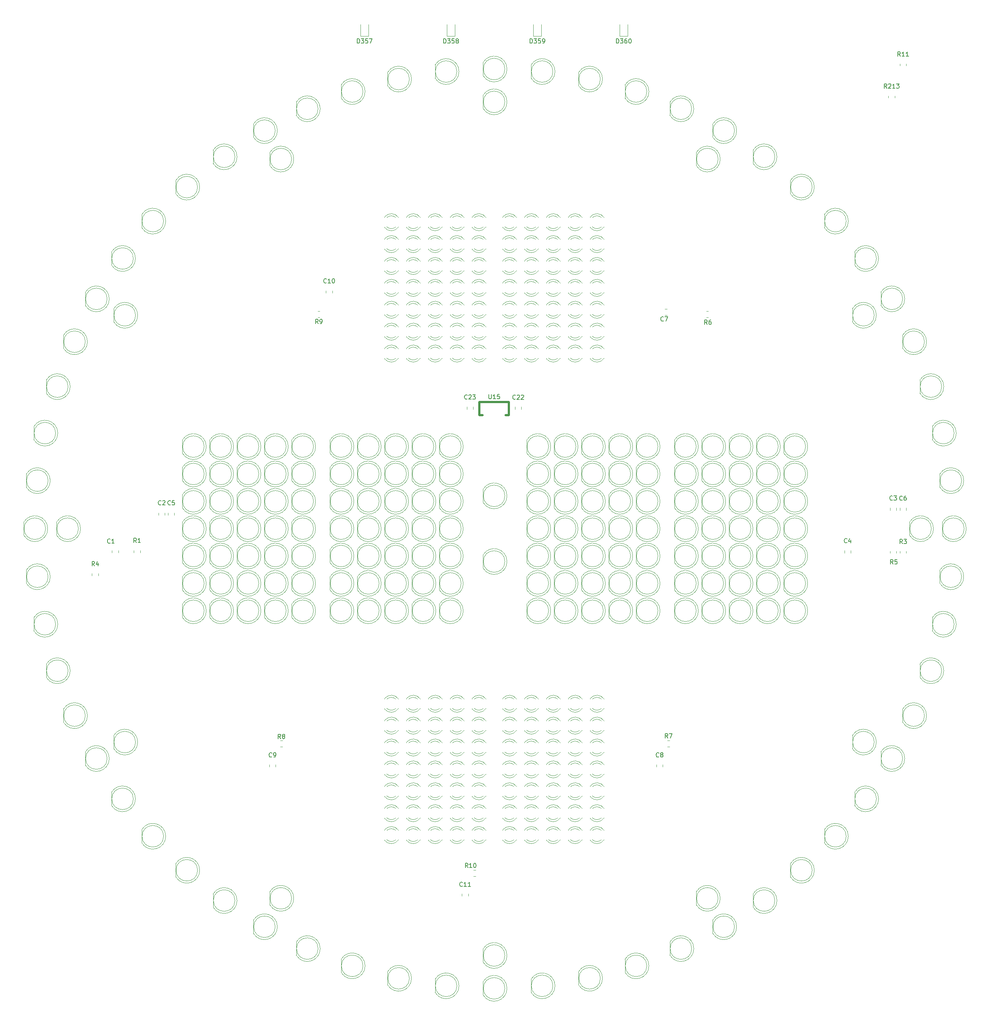
<source format=gbr>
%TF.GenerationSoftware,KiCad,Pcbnew,8.0.3*%
%TF.CreationDate,2024-06-09T22:24:32+02:00*%
%TF.ProjectId,broadcast_clock,62726f61-6463-4617-9374-5f636c6f636b,rev?*%
%TF.SameCoordinates,Original*%
%TF.FileFunction,Legend,Top*%
%TF.FilePolarity,Positive*%
%FSLAX46Y46*%
G04 Gerber Fmt 4.6, Leading zero omitted, Abs format (unit mm)*
G04 Created by KiCad (PCBNEW 8.0.3) date 2024-06-09 22:24:32*
%MOMM*%
%LPD*%
G01*
G04 APERTURE LIST*
%ADD10C,0.153000*%
%ADD11C,0.120000*%
%ADD12C,0.500000*%
G04 APERTURE END LIST*
D10*
X240244333Y-148892263D02*
X239911000Y-148416072D01*
X239672905Y-148892263D02*
X239672905Y-147892263D01*
X239672905Y-147892263D02*
X240053857Y-147892263D01*
X240053857Y-147892263D02*
X240149095Y-147939882D01*
X240149095Y-147939882D02*
X240196714Y-147987501D01*
X240196714Y-147987501D02*
X240244333Y-148082739D01*
X240244333Y-148082739D02*
X240244333Y-148225596D01*
X240244333Y-148225596D02*
X240196714Y-148320834D01*
X240196714Y-148320834D02*
X240149095Y-148368453D01*
X240149095Y-148368453D02*
X240053857Y-148416072D01*
X240053857Y-148416072D02*
X239672905Y-148416072D01*
X240577667Y-147892263D02*
X241196714Y-147892263D01*
X241196714Y-147892263D02*
X240863381Y-148273215D01*
X240863381Y-148273215D02*
X241006238Y-148273215D01*
X241006238Y-148273215D02*
X241101476Y-148320834D01*
X241101476Y-148320834D02*
X241149095Y-148368453D01*
X241149095Y-148368453D02*
X241196714Y-148463691D01*
X241196714Y-148463691D02*
X241196714Y-148701786D01*
X241196714Y-148701786D02*
X241149095Y-148797024D01*
X241149095Y-148797024D02*
X241101476Y-148844644D01*
X241101476Y-148844644D02*
X241006238Y-148892263D01*
X241006238Y-148892263D02*
X240720524Y-148892263D01*
X240720524Y-148892263D02*
X240625286Y-148844644D01*
X240625286Y-148844644D02*
X240577667Y-148797024D01*
X68032333Y-139805424D02*
X67984714Y-139853044D01*
X67984714Y-139853044D02*
X67841857Y-139900663D01*
X67841857Y-139900663D02*
X67746619Y-139900663D01*
X67746619Y-139900663D02*
X67603762Y-139853044D01*
X67603762Y-139853044D02*
X67508524Y-139757805D01*
X67508524Y-139757805D02*
X67460905Y-139662567D01*
X67460905Y-139662567D02*
X67413286Y-139472091D01*
X67413286Y-139472091D02*
X67413286Y-139329234D01*
X67413286Y-139329234D02*
X67460905Y-139138758D01*
X67460905Y-139138758D02*
X67508524Y-139043520D01*
X67508524Y-139043520D02*
X67603762Y-138948282D01*
X67603762Y-138948282D02*
X67746619Y-138900663D01*
X67746619Y-138900663D02*
X67841857Y-138900663D01*
X67841857Y-138900663D02*
X67984714Y-138948282D01*
X67984714Y-138948282D02*
X68032333Y-138995901D01*
X68413286Y-138995901D02*
X68460905Y-138948282D01*
X68460905Y-138948282D02*
X68556143Y-138900663D01*
X68556143Y-138900663D02*
X68794238Y-138900663D01*
X68794238Y-138900663D02*
X68889476Y-138948282D01*
X68889476Y-138948282D02*
X68937095Y-138995901D01*
X68937095Y-138995901D02*
X68984714Y-139091139D01*
X68984714Y-139091139D02*
X68984714Y-139186377D01*
X68984714Y-139186377D02*
X68937095Y-139329234D01*
X68937095Y-139329234D02*
X68365667Y-139900663D01*
X68365667Y-139900663D02*
X68984714Y-139900663D01*
X238085333Y-153616663D02*
X237752000Y-153140472D01*
X237513905Y-153616663D02*
X237513905Y-152616663D01*
X237513905Y-152616663D02*
X237894857Y-152616663D01*
X237894857Y-152616663D02*
X237990095Y-152664282D01*
X237990095Y-152664282D02*
X238037714Y-152711901D01*
X238037714Y-152711901D02*
X238085333Y-152807139D01*
X238085333Y-152807139D02*
X238085333Y-152949996D01*
X238085333Y-152949996D02*
X238037714Y-153045234D01*
X238037714Y-153045234D02*
X237990095Y-153092853D01*
X237990095Y-153092853D02*
X237894857Y-153140472D01*
X237894857Y-153140472D02*
X237513905Y-153140472D01*
X238990095Y-152616663D02*
X238513905Y-152616663D01*
X238513905Y-152616663D02*
X238466286Y-153092853D01*
X238466286Y-153092853D02*
X238513905Y-153045234D01*
X238513905Y-153045234D02*
X238609143Y-152997615D01*
X238609143Y-152997615D02*
X238847238Y-152997615D01*
X238847238Y-152997615D02*
X238942476Y-153045234D01*
X238942476Y-153045234D02*
X238990095Y-153092853D01*
X238990095Y-153092853D02*
X239037714Y-153188091D01*
X239037714Y-153188091D02*
X239037714Y-153426186D01*
X239037714Y-153426186D02*
X238990095Y-153521424D01*
X238990095Y-153521424D02*
X238942476Y-153569044D01*
X238942476Y-153569044D02*
X238847238Y-153616663D01*
X238847238Y-153616663D02*
X238609143Y-153616663D01*
X238609143Y-153616663D02*
X238513905Y-153569044D01*
X238513905Y-153569044D02*
X238466286Y-153521424D01*
X236624952Y-43177463D02*
X236291619Y-42701272D01*
X236053524Y-43177463D02*
X236053524Y-42177463D01*
X236053524Y-42177463D02*
X236434476Y-42177463D01*
X236434476Y-42177463D02*
X236529714Y-42225082D01*
X236529714Y-42225082D02*
X236577333Y-42272701D01*
X236577333Y-42272701D02*
X236624952Y-42367939D01*
X236624952Y-42367939D02*
X236624952Y-42510796D01*
X236624952Y-42510796D02*
X236577333Y-42606034D01*
X236577333Y-42606034D02*
X236529714Y-42653653D01*
X236529714Y-42653653D02*
X236434476Y-42701272D01*
X236434476Y-42701272D02*
X236053524Y-42701272D01*
X237005905Y-42272701D02*
X237053524Y-42225082D01*
X237053524Y-42225082D02*
X237148762Y-42177463D01*
X237148762Y-42177463D02*
X237386857Y-42177463D01*
X237386857Y-42177463D02*
X237482095Y-42225082D01*
X237482095Y-42225082D02*
X237529714Y-42272701D01*
X237529714Y-42272701D02*
X237577333Y-42367939D01*
X237577333Y-42367939D02*
X237577333Y-42463177D01*
X237577333Y-42463177D02*
X237529714Y-42606034D01*
X237529714Y-42606034D02*
X236958286Y-43177463D01*
X236958286Y-43177463D02*
X237577333Y-43177463D01*
X238529714Y-43177463D02*
X237958286Y-43177463D01*
X238244000Y-43177463D02*
X238244000Y-42177463D01*
X238244000Y-42177463D02*
X238148762Y-42320320D01*
X238148762Y-42320320D02*
X238053524Y-42415558D01*
X238053524Y-42415558D02*
X237958286Y-42463177D01*
X238863048Y-42177463D02*
X239482095Y-42177463D01*
X239482095Y-42177463D02*
X239148762Y-42558415D01*
X239148762Y-42558415D02*
X239291619Y-42558415D01*
X239291619Y-42558415D02*
X239386857Y-42606034D01*
X239386857Y-42606034D02*
X239434476Y-42653653D01*
X239434476Y-42653653D02*
X239482095Y-42748891D01*
X239482095Y-42748891D02*
X239482095Y-42986986D01*
X239482095Y-42986986D02*
X239434476Y-43082224D01*
X239434476Y-43082224D02*
X239386857Y-43129844D01*
X239386857Y-43129844D02*
X239291619Y-43177463D01*
X239291619Y-43177463D02*
X239005905Y-43177463D01*
X239005905Y-43177463D02*
X238910667Y-43129844D01*
X238910667Y-43129844D02*
X238863048Y-43082224D01*
X185761333Y-194002663D02*
X185428000Y-193526472D01*
X185189905Y-194002663D02*
X185189905Y-193002663D01*
X185189905Y-193002663D02*
X185570857Y-193002663D01*
X185570857Y-193002663D02*
X185666095Y-193050282D01*
X185666095Y-193050282D02*
X185713714Y-193097901D01*
X185713714Y-193097901D02*
X185761333Y-193193139D01*
X185761333Y-193193139D02*
X185761333Y-193335996D01*
X185761333Y-193335996D02*
X185713714Y-193431234D01*
X185713714Y-193431234D02*
X185666095Y-193478853D01*
X185666095Y-193478853D02*
X185570857Y-193526472D01*
X185570857Y-193526472D02*
X185189905Y-193526472D01*
X186094667Y-193002663D02*
X186761333Y-193002663D01*
X186761333Y-193002663D02*
X186332762Y-194002663D01*
X239768142Y-35760663D02*
X239434809Y-35284472D01*
X239196714Y-35760663D02*
X239196714Y-34760663D01*
X239196714Y-34760663D02*
X239577666Y-34760663D01*
X239577666Y-34760663D02*
X239672904Y-34808282D01*
X239672904Y-34808282D02*
X239720523Y-34855901D01*
X239720523Y-34855901D02*
X239768142Y-34951139D01*
X239768142Y-34951139D02*
X239768142Y-35093996D01*
X239768142Y-35093996D02*
X239720523Y-35189234D01*
X239720523Y-35189234D02*
X239672904Y-35236853D01*
X239672904Y-35236853D02*
X239577666Y-35284472D01*
X239577666Y-35284472D02*
X239196714Y-35284472D01*
X240720523Y-35760663D02*
X240149095Y-35760663D01*
X240434809Y-35760663D02*
X240434809Y-34760663D01*
X240434809Y-34760663D02*
X240339571Y-34903520D01*
X240339571Y-34903520D02*
X240244333Y-34998758D01*
X240244333Y-34998758D02*
X240149095Y-35046377D01*
X241672904Y-35760663D02*
X241101476Y-35760663D01*
X241387190Y-35760663D02*
X241387190Y-34760663D01*
X241387190Y-34760663D02*
X241291952Y-34903520D01*
X241291952Y-34903520D02*
X241196714Y-34998758D01*
X241196714Y-34998758D02*
X241101476Y-35046377D01*
X183678533Y-198327024D02*
X183630914Y-198374644D01*
X183630914Y-198374644D02*
X183488057Y-198422263D01*
X183488057Y-198422263D02*
X183392819Y-198422263D01*
X183392819Y-198422263D02*
X183249962Y-198374644D01*
X183249962Y-198374644D02*
X183154724Y-198279405D01*
X183154724Y-198279405D02*
X183107105Y-198184167D01*
X183107105Y-198184167D02*
X183059486Y-197993691D01*
X183059486Y-197993691D02*
X183059486Y-197850834D01*
X183059486Y-197850834D02*
X183107105Y-197660358D01*
X183107105Y-197660358D02*
X183154724Y-197565120D01*
X183154724Y-197565120D02*
X183249962Y-197469882D01*
X183249962Y-197469882D02*
X183392819Y-197422263D01*
X183392819Y-197422263D02*
X183488057Y-197422263D01*
X183488057Y-197422263D02*
X183630914Y-197469882D01*
X183630914Y-197469882D02*
X183678533Y-197517501D01*
X184249962Y-197850834D02*
X184154724Y-197803215D01*
X184154724Y-197803215D02*
X184107105Y-197755596D01*
X184107105Y-197755596D02*
X184059486Y-197660358D01*
X184059486Y-197660358D02*
X184059486Y-197612739D01*
X184059486Y-197612739D02*
X184107105Y-197517501D01*
X184107105Y-197517501D02*
X184154724Y-197469882D01*
X184154724Y-197469882D02*
X184249962Y-197422263D01*
X184249962Y-197422263D02*
X184440438Y-197422263D01*
X184440438Y-197422263D02*
X184535676Y-197469882D01*
X184535676Y-197469882D02*
X184583295Y-197517501D01*
X184583295Y-197517501D02*
X184630914Y-197612739D01*
X184630914Y-197612739D02*
X184630914Y-197660358D01*
X184630914Y-197660358D02*
X184583295Y-197755596D01*
X184583295Y-197755596D02*
X184535676Y-197803215D01*
X184535676Y-197803215D02*
X184440438Y-197850834D01*
X184440438Y-197850834D02*
X184249962Y-197850834D01*
X184249962Y-197850834D02*
X184154724Y-197898453D01*
X184154724Y-197898453D02*
X184107105Y-197946072D01*
X184107105Y-197946072D02*
X184059486Y-198041310D01*
X184059486Y-198041310D02*
X184059486Y-198231786D01*
X184059486Y-198231786D02*
X184107105Y-198327024D01*
X184107105Y-198327024D02*
X184154724Y-198374644D01*
X184154724Y-198374644D02*
X184249962Y-198422263D01*
X184249962Y-198422263D02*
X184440438Y-198422263D01*
X184440438Y-198422263D02*
X184535676Y-198374644D01*
X184535676Y-198374644D02*
X184583295Y-198327024D01*
X184583295Y-198327024D02*
X184630914Y-198231786D01*
X184630914Y-198231786D02*
X184630914Y-198041310D01*
X184630914Y-198041310D02*
X184583295Y-197946072D01*
X184583295Y-197946072D02*
X184535676Y-197898453D01*
X184535676Y-197898453D02*
X184440438Y-197850834D01*
X139311142Y-224076263D02*
X138977809Y-223600072D01*
X138739714Y-224076263D02*
X138739714Y-223076263D01*
X138739714Y-223076263D02*
X139120666Y-223076263D01*
X139120666Y-223076263D02*
X139215904Y-223123882D01*
X139215904Y-223123882D02*
X139263523Y-223171501D01*
X139263523Y-223171501D02*
X139311142Y-223266739D01*
X139311142Y-223266739D02*
X139311142Y-223409596D01*
X139311142Y-223409596D02*
X139263523Y-223504834D01*
X139263523Y-223504834D02*
X139215904Y-223552453D01*
X139215904Y-223552453D02*
X139120666Y-223600072D01*
X139120666Y-223600072D02*
X138739714Y-223600072D01*
X140263523Y-224076263D02*
X139692095Y-224076263D01*
X139977809Y-224076263D02*
X139977809Y-223076263D01*
X139977809Y-223076263D02*
X139882571Y-223219120D01*
X139882571Y-223219120D02*
X139787333Y-223314358D01*
X139787333Y-223314358D02*
X139692095Y-223361977D01*
X140882571Y-223076263D02*
X140977809Y-223076263D01*
X140977809Y-223076263D02*
X141073047Y-223123882D01*
X141073047Y-223123882D02*
X141120666Y-223171501D01*
X141120666Y-223171501D02*
X141168285Y-223266739D01*
X141168285Y-223266739D02*
X141215904Y-223457215D01*
X141215904Y-223457215D02*
X141215904Y-223695310D01*
X141215904Y-223695310D02*
X141168285Y-223885786D01*
X141168285Y-223885786D02*
X141120666Y-223981024D01*
X141120666Y-223981024D02*
X141073047Y-224028644D01*
X141073047Y-224028644D02*
X140977809Y-224076263D01*
X140977809Y-224076263D02*
X140882571Y-224076263D01*
X140882571Y-224076263D02*
X140787333Y-224028644D01*
X140787333Y-224028644D02*
X140739714Y-223981024D01*
X140739714Y-223981024D02*
X140692095Y-223885786D01*
X140692095Y-223885786D02*
X140644476Y-223695310D01*
X140644476Y-223695310D02*
X140644476Y-223457215D01*
X140644476Y-223457215D02*
X140692095Y-223266739D01*
X140692095Y-223266739D02*
X140739714Y-223171501D01*
X140739714Y-223171501D02*
X140787333Y-223123882D01*
X140787333Y-223123882D02*
X140882571Y-223076263D01*
X133691524Y-32727538D02*
X133691524Y-31727538D01*
X133691524Y-31727538D02*
X133929619Y-31727538D01*
X133929619Y-31727538D02*
X134072476Y-31775157D01*
X134072476Y-31775157D02*
X134167714Y-31870395D01*
X134167714Y-31870395D02*
X134215333Y-31965633D01*
X134215333Y-31965633D02*
X134262952Y-32156109D01*
X134262952Y-32156109D02*
X134262952Y-32298966D01*
X134262952Y-32298966D02*
X134215333Y-32489442D01*
X134215333Y-32489442D02*
X134167714Y-32584680D01*
X134167714Y-32584680D02*
X134072476Y-32679919D01*
X134072476Y-32679919D02*
X133929619Y-32727538D01*
X133929619Y-32727538D02*
X133691524Y-32727538D01*
X134596286Y-31727538D02*
X135215333Y-31727538D01*
X135215333Y-31727538D02*
X134882000Y-32108490D01*
X134882000Y-32108490D02*
X135024857Y-32108490D01*
X135024857Y-32108490D02*
X135120095Y-32156109D01*
X135120095Y-32156109D02*
X135167714Y-32203728D01*
X135167714Y-32203728D02*
X135215333Y-32298966D01*
X135215333Y-32298966D02*
X135215333Y-32537061D01*
X135215333Y-32537061D02*
X135167714Y-32632299D01*
X135167714Y-32632299D02*
X135120095Y-32679919D01*
X135120095Y-32679919D02*
X135024857Y-32727538D01*
X135024857Y-32727538D02*
X134739143Y-32727538D01*
X134739143Y-32727538D02*
X134643905Y-32679919D01*
X134643905Y-32679919D02*
X134596286Y-32632299D01*
X136120095Y-31727538D02*
X135643905Y-31727538D01*
X135643905Y-31727538D02*
X135596286Y-32203728D01*
X135596286Y-32203728D02*
X135643905Y-32156109D01*
X135643905Y-32156109D02*
X135739143Y-32108490D01*
X135739143Y-32108490D02*
X135977238Y-32108490D01*
X135977238Y-32108490D02*
X136072476Y-32156109D01*
X136072476Y-32156109D02*
X136120095Y-32203728D01*
X136120095Y-32203728D02*
X136167714Y-32298966D01*
X136167714Y-32298966D02*
X136167714Y-32537061D01*
X136167714Y-32537061D02*
X136120095Y-32632299D01*
X136120095Y-32632299D02*
X136072476Y-32679919D01*
X136072476Y-32679919D02*
X135977238Y-32727538D01*
X135977238Y-32727538D02*
X135739143Y-32727538D01*
X135739143Y-32727538D02*
X135643905Y-32679919D01*
X135643905Y-32679919D02*
X135596286Y-32632299D01*
X136739143Y-32156109D02*
X136643905Y-32108490D01*
X136643905Y-32108490D02*
X136596286Y-32060871D01*
X136596286Y-32060871D02*
X136548667Y-31965633D01*
X136548667Y-31965633D02*
X136548667Y-31918014D01*
X136548667Y-31918014D02*
X136596286Y-31822776D01*
X136596286Y-31822776D02*
X136643905Y-31775157D01*
X136643905Y-31775157D02*
X136739143Y-31727538D01*
X136739143Y-31727538D02*
X136929619Y-31727538D01*
X136929619Y-31727538D02*
X137024857Y-31775157D01*
X137024857Y-31775157D02*
X137072476Y-31822776D01*
X137072476Y-31822776D02*
X137120095Y-31918014D01*
X137120095Y-31918014D02*
X137120095Y-31965633D01*
X137120095Y-31965633D02*
X137072476Y-32060871D01*
X137072476Y-32060871D02*
X137024857Y-32108490D01*
X137024857Y-32108490D02*
X136929619Y-32156109D01*
X136929619Y-32156109D02*
X136739143Y-32156109D01*
X136739143Y-32156109D02*
X136643905Y-32203728D01*
X136643905Y-32203728D02*
X136596286Y-32251347D01*
X136596286Y-32251347D02*
X136548667Y-32346585D01*
X136548667Y-32346585D02*
X136548667Y-32537061D01*
X136548667Y-32537061D02*
X136596286Y-32632299D01*
X136596286Y-32632299D02*
X136643905Y-32679919D01*
X136643905Y-32679919D02*
X136739143Y-32727538D01*
X136739143Y-32727538D02*
X136929619Y-32727538D01*
X136929619Y-32727538D02*
X137024857Y-32679919D01*
X137024857Y-32679919D02*
X137072476Y-32632299D01*
X137072476Y-32632299D02*
X137120095Y-32537061D01*
X137120095Y-32537061D02*
X137120095Y-32346585D01*
X137120095Y-32346585D02*
X137072476Y-32251347D01*
X137072476Y-32251347D02*
X137024857Y-32203728D01*
X137024857Y-32203728D02*
X136929619Y-32156109D01*
X184745333Y-97133424D02*
X184697714Y-97181044D01*
X184697714Y-97181044D02*
X184554857Y-97228663D01*
X184554857Y-97228663D02*
X184459619Y-97228663D01*
X184459619Y-97228663D02*
X184316762Y-97181044D01*
X184316762Y-97181044D02*
X184221524Y-97085805D01*
X184221524Y-97085805D02*
X184173905Y-96990567D01*
X184173905Y-96990567D02*
X184126286Y-96800091D01*
X184126286Y-96800091D02*
X184126286Y-96657234D01*
X184126286Y-96657234D02*
X184173905Y-96466758D01*
X184173905Y-96466758D02*
X184221524Y-96371520D01*
X184221524Y-96371520D02*
X184316762Y-96276282D01*
X184316762Y-96276282D02*
X184459619Y-96228663D01*
X184459619Y-96228663D02*
X184554857Y-96228663D01*
X184554857Y-96228663D02*
X184697714Y-96276282D01*
X184697714Y-96276282D02*
X184745333Y-96323901D01*
X185078667Y-96228663D02*
X185745333Y-96228663D01*
X185745333Y-96228663D02*
X185316762Y-97228663D01*
X62317333Y-148638263D02*
X61984000Y-148162072D01*
X61745905Y-148638263D02*
X61745905Y-147638263D01*
X61745905Y-147638263D02*
X62126857Y-147638263D01*
X62126857Y-147638263D02*
X62222095Y-147685882D01*
X62222095Y-147685882D02*
X62269714Y-147733501D01*
X62269714Y-147733501D02*
X62317333Y-147828739D01*
X62317333Y-147828739D02*
X62317333Y-147971596D01*
X62317333Y-147971596D02*
X62269714Y-148066834D01*
X62269714Y-148066834D02*
X62222095Y-148114453D01*
X62222095Y-148114453D02*
X62126857Y-148162072D01*
X62126857Y-148162072D02*
X61745905Y-148162072D01*
X63269714Y-148638263D02*
X62698286Y-148638263D01*
X62984000Y-148638263D02*
X62984000Y-147638263D01*
X62984000Y-147638263D02*
X62888762Y-147781120D01*
X62888762Y-147781120D02*
X62793524Y-147876358D01*
X62793524Y-147876358D02*
X62698286Y-147923977D01*
X139158742Y-115269024D02*
X139111123Y-115316644D01*
X139111123Y-115316644D02*
X138968266Y-115364263D01*
X138968266Y-115364263D02*
X138873028Y-115364263D01*
X138873028Y-115364263D02*
X138730171Y-115316644D01*
X138730171Y-115316644D02*
X138634933Y-115221405D01*
X138634933Y-115221405D02*
X138587314Y-115126167D01*
X138587314Y-115126167D02*
X138539695Y-114935691D01*
X138539695Y-114935691D02*
X138539695Y-114792834D01*
X138539695Y-114792834D02*
X138587314Y-114602358D01*
X138587314Y-114602358D02*
X138634933Y-114507120D01*
X138634933Y-114507120D02*
X138730171Y-114411882D01*
X138730171Y-114411882D02*
X138873028Y-114364263D01*
X138873028Y-114364263D02*
X138968266Y-114364263D01*
X138968266Y-114364263D02*
X139111123Y-114411882D01*
X139111123Y-114411882D02*
X139158742Y-114459501D01*
X139539695Y-114459501D02*
X139587314Y-114411882D01*
X139587314Y-114411882D02*
X139682552Y-114364263D01*
X139682552Y-114364263D02*
X139920647Y-114364263D01*
X139920647Y-114364263D02*
X140015885Y-114411882D01*
X140015885Y-114411882D02*
X140063504Y-114459501D01*
X140063504Y-114459501D02*
X140111123Y-114554739D01*
X140111123Y-114554739D02*
X140111123Y-114649977D01*
X140111123Y-114649977D02*
X140063504Y-114792834D01*
X140063504Y-114792834D02*
X139492076Y-115364263D01*
X139492076Y-115364263D02*
X140111123Y-115364263D01*
X140444457Y-114364263D02*
X141063504Y-114364263D01*
X141063504Y-114364263D02*
X140730171Y-114745215D01*
X140730171Y-114745215D02*
X140873028Y-114745215D01*
X140873028Y-114745215D02*
X140968266Y-114792834D01*
X140968266Y-114792834D02*
X141015885Y-114840453D01*
X141015885Y-114840453D02*
X141063504Y-114935691D01*
X141063504Y-114935691D02*
X141063504Y-115173786D01*
X141063504Y-115173786D02*
X141015885Y-115269024D01*
X141015885Y-115269024D02*
X140968266Y-115316644D01*
X140968266Y-115316644D02*
X140873028Y-115364263D01*
X140873028Y-115364263D02*
X140587314Y-115364263D01*
X140587314Y-115364263D02*
X140492076Y-115316644D01*
X140492076Y-115316644D02*
X140444457Y-115269024D01*
X56221333Y-148695424D02*
X56173714Y-148743044D01*
X56173714Y-148743044D02*
X56030857Y-148790663D01*
X56030857Y-148790663D02*
X55935619Y-148790663D01*
X55935619Y-148790663D02*
X55792762Y-148743044D01*
X55792762Y-148743044D02*
X55697524Y-148647805D01*
X55697524Y-148647805D02*
X55649905Y-148552567D01*
X55649905Y-148552567D02*
X55602286Y-148362091D01*
X55602286Y-148362091D02*
X55602286Y-148219234D01*
X55602286Y-148219234D02*
X55649905Y-148028758D01*
X55649905Y-148028758D02*
X55697524Y-147933520D01*
X55697524Y-147933520D02*
X55792762Y-147838282D01*
X55792762Y-147838282D02*
X55935619Y-147790663D01*
X55935619Y-147790663D02*
X56030857Y-147790663D01*
X56030857Y-147790663D02*
X56173714Y-147838282D01*
X56173714Y-147838282D02*
X56221333Y-147885901D01*
X57173714Y-148790663D02*
X56602286Y-148790663D01*
X56888000Y-148790663D02*
X56888000Y-147790663D01*
X56888000Y-147790663D02*
X56792762Y-147933520D01*
X56792762Y-147933520D02*
X56697524Y-148028758D01*
X56697524Y-148028758D02*
X56602286Y-148076377D01*
X95845333Y-194129663D02*
X95512000Y-193653472D01*
X95273905Y-194129663D02*
X95273905Y-193129663D01*
X95273905Y-193129663D02*
X95654857Y-193129663D01*
X95654857Y-193129663D02*
X95750095Y-193177282D01*
X95750095Y-193177282D02*
X95797714Y-193224901D01*
X95797714Y-193224901D02*
X95845333Y-193320139D01*
X95845333Y-193320139D02*
X95845333Y-193462996D01*
X95845333Y-193462996D02*
X95797714Y-193558234D01*
X95797714Y-193558234D02*
X95750095Y-193605853D01*
X95750095Y-193605853D02*
X95654857Y-193653472D01*
X95654857Y-193653472D02*
X95273905Y-193653472D01*
X96416762Y-193558234D02*
X96321524Y-193510615D01*
X96321524Y-193510615D02*
X96273905Y-193462996D01*
X96273905Y-193462996D02*
X96226286Y-193367758D01*
X96226286Y-193367758D02*
X96226286Y-193320139D01*
X96226286Y-193320139D02*
X96273905Y-193224901D01*
X96273905Y-193224901D02*
X96321524Y-193177282D01*
X96321524Y-193177282D02*
X96416762Y-193129663D01*
X96416762Y-193129663D02*
X96607238Y-193129663D01*
X96607238Y-193129663D02*
X96702476Y-193177282D01*
X96702476Y-193177282D02*
X96750095Y-193224901D01*
X96750095Y-193224901D02*
X96797714Y-193320139D01*
X96797714Y-193320139D02*
X96797714Y-193367758D01*
X96797714Y-193367758D02*
X96750095Y-193462996D01*
X96750095Y-193462996D02*
X96702476Y-193510615D01*
X96702476Y-193510615D02*
X96607238Y-193558234D01*
X96607238Y-193558234D02*
X96416762Y-193558234D01*
X96416762Y-193558234D02*
X96321524Y-193605853D01*
X96321524Y-193605853D02*
X96273905Y-193653472D01*
X96273905Y-193653472D02*
X96226286Y-193748710D01*
X96226286Y-193748710D02*
X96226286Y-193939186D01*
X96226286Y-193939186D02*
X96273905Y-194034424D01*
X96273905Y-194034424D02*
X96321524Y-194082044D01*
X96321524Y-194082044D02*
X96416762Y-194129663D01*
X96416762Y-194129663D02*
X96607238Y-194129663D01*
X96607238Y-194129663D02*
X96702476Y-194082044D01*
X96702476Y-194082044D02*
X96750095Y-194034424D01*
X96750095Y-194034424D02*
X96797714Y-193939186D01*
X96797714Y-193939186D02*
X96797714Y-193748710D01*
X96797714Y-193748710D02*
X96750095Y-193653472D01*
X96750095Y-193653472D02*
X96702476Y-193605853D01*
X96702476Y-193605853D02*
X96607238Y-193558234D01*
X106443542Y-88294224D02*
X106395923Y-88341844D01*
X106395923Y-88341844D02*
X106253066Y-88389463D01*
X106253066Y-88389463D02*
X106157828Y-88389463D01*
X106157828Y-88389463D02*
X106014971Y-88341844D01*
X106014971Y-88341844D02*
X105919733Y-88246605D01*
X105919733Y-88246605D02*
X105872114Y-88151367D01*
X105872114Y-88151367D02*
X105824495Y-87960891D01*
X105824495Y-87960891D02*
X105824495Y-87818034D01*
X105824495Y-87818034D02*
X105872114Y-87627558D01*
X105872114Y-87627558D02*
X105919733Y-87532320D01*
X105919733Y-87532320D02*
X106014971Y-87437082D01*
X106014971Y-87437082D02*
X106157828Y-87389463D01*
X106157828Y-87389463D02*
X106253066Y-87389463D01*
X106253066Y-87389463D02*
X106395923Y-87437082D01*
X106395923Y-87437082D02*
X106443542Y-87484701D01*
X107395923Y-88389463D02*
X106824495Y-88389463D01*
X107110209Y-88389463D02*
X107110209Y-87389463D01*
X107110209Y-87389463D02*
X107014971Y-87532320D01*
X107014971Y-87532320D02*
X106919733Y-87627558D01*
X106919733Y-87627558D02*
X106824495Y-87675177D01*
X108014971Y-87389463D02*
X108110209Y-87389463D01*
X108110209Y-87389463D02*
X108205447Y-87437082D01*
X108205447Y-87437082D02*
X108253066Y-87484701D01*
X108253066Y-87484701D02*
X108300685Y-87579939D01*
X108300685Y-87579939D02*
X108348304Y-87770415D01*
X108348304Y-87770415D02*
X108348304Y-88008510D01*
X108348304Y-88008510D02*
X108300685Y-88198986D01*
X108300685Y-88198986D02*
X108253066Y-88294224D01*
X108253066Y-88294224D02*
X108205447Y-88341844D01*
X108205447Y-88341844D02*
X108110209Y-88389463D01*
X108110209Y-88389463D02*
X108014971Y-88389463D01*
X108014971Y-88389463D02*
X107919733Y-88341844D01*
X107919733Y-88341844D02*
X107872114Y-88294224D01*
X107872114Y-88294224D02*
X107824495Y-88198986D01*
X107824495Y-88198986D02*
X107776876Y-88008510D01*
X107776876Y-88008510D02*
X107776876Y-87770415D01*
X107776876Y-87770415D02*
X107824495Y-87579939D01*
X107824495Y-87579939D02*
X107872114Y-87484701D01*
X107872114Y-87484701D02*
X107919733Y-87437082D01*
X107919733Y-87437082D02*
X108014971Y-87389463D01*
X52589133Y-154048463D02*
X52255800Y-153572272D01*
X52017705Y-154048463D02*
X52017705Y-153048463D01*
X52017705Y-153048463D02*
X52398657Y-153048463D01*
X52398657Y-153048463D02*
X52493895Y-153096082D01*
X52493895Y-153096082D02*
X52541514Y-153143701D01*
X52541514Y-153143701D02*
X52589133Y-153238939D01*
X52589133Y-153238939D02*
X52589133Y-153381796D01*
X52589133Y-153381796D02*
X52541514Y-153477034D01*
X52541514Y-153477034D02*
X52493895Y-153524653D01*
X52493895Y-153524653D02*
X52398657Y-153572272D01*
X52398657Y-153572272D02*
X52017705Y-153572272D01*
X53446276Y-153381796D02*
X53446276Y-154048463D01*
X53208181Y-153000844D02*
X52970086Y-153715129D01*
X52970086Y-153715129D02*
X53589133Y-153715129D01*
X240218933Y-138738624D02*
X240171314Y-138786244D01*
X240171314Y-138786244D02*
X240028457Y-138833863D01*
X240028457Y-138833863D02*
X239933219Y-138833863D01*
X239933219Y-138833863D02*
X239790362Y-138786244D01*
X239790362Y-138786244D02*
X239695124Y-138691005D01*
X239695124Y-138691005D02*
X239647505Y-138595767D01*
X239647505Y-138595767D02*
X239599886Y-138405291D01*
X239599886Y-138405291D02*
X239599886Y-138262434D01*
X239599886Y-138262434D02*
X239647505Y-138071958D01*
X239647505Y-138071958D02*
X239695124Y-137976720D01*
X239695124Y-137976720D02*
X239790362Y-137881482D01*
X239790362Y-137881482D02*
X239933219Y-137833863D01*
X239933219Y-137833863D02*
X240028457Y-137833863D01*
X240028457Y-137833863D02*
X240171314Y-137881482D01*
X240171314Y-137881482D02*
X240218933Y-137929101D01*
X241076076Y-137833863D02*
X240885600Y-137833863D01*
X240885600Y-137833863D02*
X240790362Y-137881482D01*
X240790362Y-137881482D02*
X240742743Y-137929101D01*
X240742743Y-137929101D02*
X240647505Y-138071958D01*
X240647505Y-138071958D02*
X240599886Y-138262434D01*
X240599886Y-138262434D02*
X240599886Y-138643386D01*
X240599886Y-138643386D02*
X240647505Y-138738624D01*
X240647505Y-138738624D02*
X240695124Y-138786244D01*
X240695124Y-138786244D02*
X240790362Y-138833863D01*
X240790362Y-138833863D02*
X240980838Y-138833863D01*
X240980838Y-138833863D02*
X241076076Y-138786244D01*
X241076076Y-138786244D02*
X241123695Y-138738624D01*
X241123695Y-138738624D02*
X241171314Y-138643386D01*
X241171314Y-138643386D02*
X241171314Y-138405291D01*
X241171314Y-138405291D02*
X241123695Y-138310053D01*
X241123695Y-138310053D02*
X241076076Y-138262434D01*
X241076076Y-138262434D02*
X240980838Y-138214815D01*
X240980838Y-138214815D02*
X240790362Y-138214815D01*
X240790362Y-138214815D02*
X240695124Y-138262434D01*
X240695124Y-138262434D02*
X240647505Y-138310053D01*
X240647505Y-138310053D02*
X240599886Y-138405291D01*
X138041142Y-228349824D02*
X137993523Y-228397444D01*
X137993523Y-228397444D02*
X137850666Y-228445063D01*
X137850666Y-228445063D02*
X137755428Y-228445063D01*
X137755428Y-228445063D02*
X137612571Y-228397444D01*
X137612571Y-228397444D02*
X137517333Y-228302205D01*
X137517333Y-228302205D02*
X137469714Y-228206967D01*
X137469714Y-228206967D02*
X137422095Y-228016491D01*
X137422095Y-228016491D02*
X137422095Y-227873634D01*
X137422095Y-227873634D02*
X137469714Y-227683158D01*
X137469714Y-227683158D02*
X137517333Y-227587920D01*
X137517333Y-227587920D02*
X137612571Y-227492682D01*
X137612571Y-227492682D02*
X137755428Y-227445063D01*
X137755428Y-227445063D02*
X137850666Y-227445063D01*
X137850666Y-227445063D02*
X137993523Y-227492682D01*
X137993523Y-227492682D02*
X138041142Y-227540301D01*
X138993523Y-228445063D02*
X138422095Y-228445063D01*
X138707809Y-228445063D02*
X138707809Y-227445063D01*
X138707809Y-227445063D02*
X138612571Y-227587920D01*
X138612571Y-227587920D02*
X138517333Y-227683158D01*
X138517333Y-227683158D02*
X138422095Y-227730777D01*
X139945904Y-228445063D02*
X139374476Y-228445063D01*
X139660190Y-228445063D02*
X139660190Y-227445063D01*
X139660190Y-227445063D02*
X139564952Y-227587920D01*
X139564952Y-227587920D02*
X139469714Y-227683158D01*
X139469714Y-227683158D02*
X139374476Y-227730777D01*
X113625524Y-32727538D02*
X113625524Y-31727538D01*
X113625524Y-31727538D02*
X113863619Y-31727538D01*
X113863619Y-31727538D02*
X114006476Y-31775157D01*
X114006476Y-31775157D02*
X114101714Y-31870395D01*
X114101714Y-31870395D02*
X114149333Y-31965633D01*
X114149333Y-31965633D02*
X114196952Y-32156109D01*
X114196952Y-32156109D02*
X114196952Y-32298966D01*
X114196952Y-32298966D02*
X114149333Y-32489442D01*
X114149333Y-32489442D02*
X114101714Y-32584680D01*
X114101714Y-32584680D02*
X114006476Y-32679919D01*
X114006476Y-32679919D02*
X113863619Y-32727538D01*
X113863619Y-32727538D02*
X113625524Y-32727538D01*
X114530286Y-31727538D02*
X115149333Y-31727538D01*
X115149333Y-31727538D02*
X114816000Y-32108490D01*
X114816000Y-32108490D02*
X114958857Y-32108490D01*
X114958857Y-32108490D02*
X115054095Y-32156109D01*
X115054095Y-32156109D02*
X115101714Y-32203728D01*
X115101714Y-32203728D02*
X115149333Y-32298966D01*
X115149333Y-32298966D02*
X115149333Y-32537061D01*
X115149333Y-32537061D02*
X115101714Y-32632299D01*
X115101714Y-32632299D02*
X115054095Y-32679919D01*
X115054095Y-32679919D02*
X114958857Y-32727538D01*
X114958857Y-32727538D02*
X114673143Y-32727538D01*
X114673143Y-32727538D02*
X114577905Y-32679919D01*
X114577905Y-32679919D02*
X114530286Y-32632299D01*
X116054095Y-31727538D02*
X115577905Y-31727538D01*
X115577905Y-31727538D02*
X115530286Y-32203728D01*
X115530286Y-32203728D02*
X115577905Y-32156109D01*
X115577905Y-32156109D02*
X115673143Y-32108490D01*
X115673143Y-32108490D02*
X115911238Y-32108490D01*
X115911238Y-32108490D02*
X116006476Y-32156109D01*
X116006476Y-32156109D02*
X116054095Y-32203728D01*
X116054095Y-32203728D02*
X116101714Y-32298966D01*
X116101714Y-32298966D02*
X116101714Y-32537061D01*
X116101714Y-32537061D02*
X116054095Y-32632299D01*
X116054095Y-32632299D02*
X116006476Y-32679919D01*
X116006476Y-32679919D02*
X115911238Y-32727538D01*
X115911238Y-32727538D02*
X115673143Y-32727538D01*
X115673143Y-32727538D02*
X115577905Y-32679919D01*
X115577905Y-32679919D02*
X115530286Y-32632299D01*
X116435048Y-31727538D02*
X117101714Y-31727538D01*
X117101714Y-31727538D02*
X116673143Y-32727538D01*
X227366533Y-148593824D02*
X227318914Y-148641444D01*
X227318914Y-148641444D02*
X227176057Y-148689063D01*
X227176057Y-148689063D02*
X227080819Y-148689063D01*
X227080819Y-148689063D02*
X226937962Y-148641444D01*
X226937962Y-148641444D02*
X226842724Y-148546205D01*
X226842724Y-148546205D02*
X226795105Y-148450967D01*
X226795105Y-148450967D02*
X226747486Y-148260491D01*
X226747486Y-148260491D02*
X226747486Y-148117634D01*
X226747486Y-148117634D02*
X226795105Y-147927158D01*
X226795105Y-147927158D02*
X226842724Y-147831920D01*
X226842724Y-147831920D02*
X226937962Y-147736682D01*
X226937962Y-147736682D02*
X227080819Y-147689063D01*
X227080819Y-147689063D02*
X227176057Y-147689063D01*
X227176057Y-147689063D02*
X227318914Y-147736682D01*
X227318914Y-147736682D02*
X227366533Y-147784301D01*
X228223676Y-148022396D02*
X228223676Y-148689063D01*
X227985581Y-147641444D02*
X227747486Y-148355729D01*
X227747486Y-148355729D02*
X228366533Y-148355729D01*
X153757524Y-32727538D02*
X153757524Y-31727538D01*
X153757524Y-31727538D02*
X153995619Y-31727538D01*
X153995619Y-31727538D02*
X154138476Y-31775157D01*
X154138476Y-31775157D02*
X154233714Y-31870395D01*
X154233714Y-31870395D02*
X154281333Y-31965633D01*
X154281333Y-31965633D02*
X154328952Y-32156109D01*
X154328952Y-32156109D02*
X154328952Y-32298966D01*
X154328952Y-32298966D02*
X154281333Y-32489442D01*
X154281333Y-32489442D02*
X154233714Y-32584680D01*
X154233714Y-32584680D02*
X154138476Y-32679919D01*
X154138476Y-32679919D02*
X153995619Y-32727538D01*
X153995619Y-32727538D02*
X153757524Y-32727538D01*
X154662286Y-31727538D02*
X155281333Y-31727538D01*
X155281333Y-31727538D02*
X154948000Y-32108490D01*
X154948000Y-32108490D02*
X155090857Y-32108490D01*
X155090857Y-32108490D02*
X155186095Y-32156109D01*
X155186095Y-32156109D02*
X155233714Y-32203728D01*
X155233714Y-32203728D02*
X155281333Y-32298966D01*
X155281333Y-32298966D02*
X155281333Y-32537061D01*
X155281333Y-32537061D02*
X155233714Y-32632299D01*
X155233714Y-32632299D02*
X155186095Y-32679919D01*
X155186095Y-32679919D02*
X155090857Y-32727538D01*
X155090857Y-32727538D02*
X154805143Y-32727538D01*
X154805143Y-32727538D02*
X154709905Y-32679919D01*
X154709905Y-32679919D02*
X154662286Y-32632299D01*
X156186095Y-31727538D02*
X155709905Y-31727538D01*
X155709905Y-31727538D02*
X155662286Y-32203728D01*
X155662286Y-32203728D02*
X155709905Y-32156109D01*
X155709905Y-32156109D02*
X155805143Y-32108490D01*
X155805143Y-32108490D02*
X156043238Y-32108490D01*
X156043238Y-32108490D02*
X156138476Y-32156109D01*
X156138476Y-32156109D02*
X156186095Y-32203728D01*
X156186095Y-32203728D02*
X156233714Y-32298966D01*
X156233714Y-32298966D02*
X156233714Y-32537061D01*
X156233714Y-32537061D02*
X156186095Y-32632299D01*
X156186095Y-32632299D02*
X156138476Y-32679919D01*
X156138476Y-32679919D02*
X156043238Y-32727538D01*
X156043238Y-32727538D02*
X155805143Y-32727538D01*
X155805143Y-32727538D02*
X155709905Y-32679919D01*
X155709905Y-32679919D02*
X155662286Y-32632299D01*
X156709905Y-32727538D02*
X156900381Y-32727538D01*
X156900381Y-32727538D02*
X156995619Y-32679919D01*
X156995619Y-32679919D02*
X157043238Y-32632299D01*
X157043238Y-32632299D02*
X157138476Y-32489442D01*
X157138476Y-32489442D02*
X157186095Y-32298966D01*
X157186095Y-32298966D02*
X157186095Y-31918014D01*
X157186095Y-31918014D02*
X157138476Y-31822776D01*
X157138476Y-31822776D02*
X157090857Y-31775157D01*
X157090857Y-31775157D02*
X156995619Y-31727538D01*
X156995619Y-31727538D02*
X156805143Y-31727538D01*
X156805143Y-31727538D02*
X156709905Y-31775157D01*
X156709905Y-31775157D02*
X156662286Y-31822776D01*
X156662286Y-31822776D02*
X156614667Y-31918014D01*
X156614667Y-31918014D02*
X156614667Y-32156109D01*
X156614667Y-32156109D02*
X156662286Y-32251347D01*
X156662286Y-32251347D02*
X156709905Y-32298966D01*
X156709905Y-32298966D02*
X156805143Y-32346585D01*
X156805143Y-32346585D02*
X156995619Y-32346585D01*
X156995619Y-32346585D02*
X157090857Y-32298966D01*
X157090857Y-32298966D02*
X157138476Y-32251347D01*
X157138476Y-32251347D02*
X157186095Y-32156109D01*
X104532133Y-97838263D02*
X104198800Y-97362072D01*
X103960705Y-97838263D02*
X103960705Y-96838263D01*
X103960705Y-96838263D02*
X104341657Y-96838263D01*
X104341657Y-96838263D02*
X104436895Y-96885882D01*
X104436895Y-96885882D02*
X104484514Y-96933501D01*
X104484514Y-96933501D02*
X104532133Y-97028739D01*
X104532133Y-97028739D02*
X104532133Y-97171596D01*
X104532133Y-97171596D02*
X104484514Y-97266834D01*
X104484514Y-97266834D02*
X104436895Y-97314453D01*
X104436895Y-97314453D02*
X104341657Y-97362072D01*
X104341657Y-97362072D02*
X103960705Y-97362072D01*
X105008324Y-97838263D02*
X105198800Y-97838263D01*
X105198800Y-97838263D02*
X105294038Y-97790644D01*
X105294038Y-97790644D02*
X105341657Y-97743024D01*
X105341657Y-97743024D02*
X105436895Y-97600167D01*
X105436895Y-97600167D02*
X105484514Y-97409691D01*
X105484514Y-97409691D02*
X105484514Y-97028739D01*
X105484514Y-97028739D02*
X105436895Y-96933501D01*
X105436895Y-96933501D02*
X105389276Y-96885882D01*
X105389276Y-96885882D02*
X105294038Y-96838263D01*
X105294038Y-96838263D02*
X105103562Y-96838263D01*
X105103562Y-96838263D02*
X105008324Y-96885882D01*
X105008324Y-96885882D02*
X104960705Y-96933501D01*
X104960705Y-96933501D02*
X104913086Y-97028739D01*
X104913086Y-97028739D02*
X104913086Y-97266834D01*
X104913086Y-97266834D02*
X104960705Y-97362072D01*
X104960705Y-97362072D02*
X105008324Y-97409691D01*
X105008324Y-97409691D02*
X105103562Y-97457310D01*
X105103562Y-97457310D02*
X105294038Y-97457310D01*
X105294038Y-97457310D02*
X105389276Y-97409691D01*
X105389276Y-97409691D02*
X105436895Y-97362072D01*
X105436895Y-97362072D02*
X105484514Y-97266834D01*
X150360142Y-115294424D02*
X150312523Y-115342044D01*
X150312523Y-115342044D02*
X150169666Y-115389663D01*
X150169666Y-115389663D02*
X150074428Y-115389663D01*
X150074428Y-115389663D02*
X149931571Y-115342044D01*
X149931571Y-115342044D02*
X149836333Y-115246805D01*
X149836333Y-115246805D02*
X149788714Y-115151567D01*
X149788714Y-115151567D02*
X149741095Y-114961091D01*
X149741095Y-114961091D02*
X149741095Y-114818234D01*
X149741095Y-114818234D02*
X149788714Y-114627758D01*
X149788714Y-114627758D02*
X149836333Y-114532520D01*
X149836333Y-114532520D02*
X149931571Y-114437282D01*
X149931571Y-114437282D02*
X150074428Y-114389663D01*
X150074428Y-114389663D02*
X150169666Y-114389663D01*
X150169666Y-114389663D02*
X150312523Y-114437282D01*
X150312523Y-114437282D02*
X150360142Y-114484901D01*
X150741095Y-114484901D02*
X150788714Y-114437282D01*
X150788714Y-114437282D02*
X150883952Y-114389663D01*
X150883952Y-114389663D02*
X151122047Y-114389663D01*
X151122047Y-114389663D02*
X151217285Y-114437282D01*
X151217285Y-114437282D02*
X151264904Y-114484901D01*
X151264904Y-114484901D02*
X151312523Y-114580139D01*
X151312523Y-114580139D02*
X151312523Y-114675377D01*
X151312523Y-114675377D02*
X151264904Y-114818234D01*
X151264904Y-114818234D02*
X150693476Y-115389663D01*
X150693476Y-115389663D02*
X151312523Y-115389663D01*
X151693476Y-114484901D02*
X151741095Y-114437282D01*
X151741095Y-114437282D02*
X151836333Y-114389663D01*
X151836333Y-114389663D02*
X152074428Y-114389663D01*
X152074428Y-114389663D02*
X152169666Y-114437282D01*
X152169666Y-114437282D02*
X152217285Y-114484901D01*
X152217285Y-114484901D02*
X152264904Y-114580139D01*
X152264904Y-114580139D02*
X152264904Y-114675377D01*
X152264904Y-114675377D02*
X152217285Y-114818234D01*
X152217285Y-114818234D02*
X151645857Y-115389663D01*
X151645857Y-115389663D02*
X152264904Y-115389663D01*
X237932933Y-138713224D02*
X237885314Y-138760844D01*
X237885314Y-138760844D02*
X237742457Y-138808463D01*
X237742457Y-138808463D02*
X237647219Y-138808463D01*
X237647219Y-138808463D02*
X237504362Y-138760844D01*
X237504362Y-138760844D02*
X237409124Y-138665605D01*
X237409124Y-138665605D02*
X237361505Y-138570367D01*
X237361505Y-138570367D02*
X237313886Y-138379891D01*
X237313886Y-138379891D02*
X237313886Y-138237034D01*
X237313886Y-138237034D02*
X237361505Y-138046558D01*
X237361505Y-138046558D02*
X237409124Y-137951320D01*
X237409124Y-137951320D02*
X237504362Y-137856082D01*
X237504362Y-137856082D02*
X237647219Y-137808463D01*
X237647219Y-137808463D02*
X237742457Y-137808463D01*
X237742457Y-137808463D02*
X237885314Y-137856082D01*
X237885314Y-137856082D02*
X237932933Y-137903701D01*
X238266267Y-137808463D02*
X238885314Y-137808463D01*
X238885314Y-137808463D02*
X238551981Y-138189415D01*
X238551981Y-138189415D02*
X238694838Y-138189415D01*
X238694838Y-138189415D02*
X238790076Y-138237034D01*
X238790076Y-138237034D02*
X238837695Y-138284653D01*
X238837695Y-138284653D02*
X238885314Y-138379891D01*
X238885314Y-138379891D02*
X238885314Y-138617986D01*
X238885314Y-138617986D02*
X238837695Y-138713224D01*
X238837695Y-138713224D02*
X238790076Y-138760844D01*
X238790076Y-138760844D02*
X238694838Y-138808463D01*
X238694838Y-138808463D02*
X238409124Y-138808463D01*
X238409124Y-138808463D02*
X238313886Y-138760844D01*
X238313886Y-138760844D02*
X238266267Y-138713224D01*
X194905333Y-97990663D02*
X194572000Y-97514472D01*
X194333905Y-97990663D02*
X194333905Y-96990663D01*
X194333905Y-96990663D02*
X194714857Y-96990663D01*
X194714857Y-96990663D02*
X194810095Y-97038282D01*
X194810095Y-97038282D02*
X194857714Y-97085901D01*
X194857714Y-97085901D02*
X194905333Y-97181139D01*
X194905333Y-97181139D02*
X194905333Y-97323996D01*
X194905333Y-97323996D02*
X194857714Y-97419234D01*
X194857714Y-97419234D02*
X194810095Y-97466853D01*
X194810095Y-97466853D02*
X194714857Y-97514472D01*
X194714857Y-97514472D02*
X194333905Y-97514472D01*
X195762476Y-96990663D02*
X195572000Y-96990663D01*
X195572000Y-96990663D02*
X195476762Y-97038282D01*
X195476762Y-97038282D02*
X195429143Y-97085901D01*
X195429143Y-97085901D02*
X195333905Y-97228758D01*
X195333905Y-97228758D02*
X195286286Y-97419234D01*
X195286286Y-97419234D02*
X195286286Y-97800186D01*
X195286286Y-97800186D02*
X195333905Y-97895424D01*
X195333905Y-97895424D02*
X195381524Y-97943044D01*
X195381524Y-97943044D02*
X195476762Y-97990663D01*
X195476762Y-97990663D02*
X195667238Y-97990663D01*
X195667238Y-97990663D02*
X195762476Y-97943044D01*
X195762476Y-97943044D02*
X195810095Y-97895424D01*
X195810095Y-97895424D02*
X195857714Y-97800186D01*
X195857714Y-97800186D02*
X195857714Y-97562091D01*
X195857714Y-97562091D02*
X195810095Y-97466853D01*
X195810095Y-97466853D02*
X195762476Y-97419234D01*
X195762476Y-97419234D02*
X195667238Y-97371615D01*
X195667238Y-97371615D02*
X195476762Y-97371615D01*
X195476762Y-97371615D02*
X195381524Y-97419234D01*
X195381524Y-97419234D02*
X195333905Y-97466853D01*
X195333905Y-97466853D02*
X195286286Y-97562091D01*
X93762533Y-198327024D02*
X93714914Y-198374644D01*
X93714914Y-198374644D02*
X93572057Y-198422263D01*
X93572057Y-198422263D02*
X93476819Y-198422263D01*
X93476819Y-198422263D02*
X93333962Y-198374644D01*
X93333962Y-198374644D02*
X93238724Y-198279405D01*
X93238724Y-198279405D02*
X93191105Y-198184167D01*
X93191105Y-198184167D02*
X93143486Y-197993691D01*
X93143486Y-197993691D02*
X93143486Y-197850834D01*
X93143486Y-197850834D02*
X93191105Y-197660358D01*
X93191105Y-197660358D02*
X93238724Y-197565120D01*
X93238724Y-197565120D02*
X93333962Y-197469882D01*
X93333962Y-197469882D02*
X93476819Y-197422263D01*
X93476819Y-197422263D02*
X93572057Y-197422263D01*
X93572057Y-197422263D02*
X93714914Y-197469882D01*
X93714914Y-197469882D02*
X93762533Y-197517501D01*
X94238724Y-198422263D02*
X94429200Y-198422263D01*
X94429200Y-198422263D02*
X94524438Y-198374644D01*
X94524438Y-198374644D02*
X94572057Y-198327024D01*
X94572057Y-198327024D02*
X94667295Y-198184167D01*
X94667295Y-198184167D02*
X94714914Y-197993691D01*
X94714914Y-197993691D02*
X94714914Y-197612739D01*
X94714914Y-197612739D02*
X94667295Y-197517501D01*
X94667295Y-197517501D02*
X94619676Y-197469882D01*
X94619676Y-197469882D02*
X94524438Y-197422263D01*
X94524438Y-197422263D02*
X94333962Y-197422263D01*
X94333962Y-197422263D02*
X94238724Y-197469882D01*
X94238724Y-197469882D02*
X94191105Y-197517501D01*
X94191105Y-197517501D02*
X94143486Y-197612739D01*
X94143486Y-197612739D02*
X94143486Y-197850834D01*
X94143486Y-197850834D02*
X94191105Y-197946072D01*
X94191105Y-197946072D02*
X94238724Y-197993691D01*
X94238724Y-197993691D02*
X94333962Y-198041310D01*
X94333962Y-198041310D02*
X94524438Y-198041310D01*
X94524438Y-198041310D02*
X94619676Y-197993691D01*
X94619676Y-197993691D02*
X94667295Y-197946072D01*
X94667295Y-197946072D02*
X94714914Y-197850834D01*
X173823524Y-32727538D02*
X173823524Y-31727538D01*
X173823524Y-31727538D02*
X174061619Y-31727538D01*
X174061619Y-31727538D02*
X174204476Y-31775157D01*
X174204476Y-31775157D02*
X174299714Y-31870395D01*
X174299714Y-31870395D02*
X174347333Y-31965633D01*
X174347333Y-31965633D02*
X174394952Y-32156109D01*
X174394952Y-32156109D02*
X174394952Y-32298966D01*
X174394952Y-32298966D02*
X174347333Y-32489442D01*
X174347333Y-32489442D02*
X174299714Y-32584680D01*
X174299714Y-32584680D02*
X174204476Y-32679919D01*
X174204476Y-32679919D02*
X174061619Y-32727538D01*
X174061619Y-32727538D02*
X173823524Y-32727538D01*
X174728286Y-31727538D02*
X175347333Y-31727538D01*
X175347333Y-31727538D02*
X175014000Y-32108490D01*
X175014000Y-32108490D02*
X175156857Y-32108490D01*
X175156857Y-32108490D02*
X175252095Y-32156109D01*
X175252095Y-32156109D02*
X175299714Y-32203728D01*
X175299714Y-32203728D02*
X175347333Y-32298966D01*
X175347333Y-32298966D02*
X175347333Y-32537061D01*
X175347333Y-32537061D02*
X175299714Y-32632299D01*
X175299714Y-32632299D02*
X175252095Y-32679919D01*
X175252095Y-32679919D02*
X175156857Y-32727538D01*
X175156857Y-32727538D02*
X174871143Y-32727538D01*
X174871143Y-32727538D02*
X174775905Y-32679919D01*
X174775905Y-32679919D02*
X174728286Y-32632299D01*
X176204476Y-31727538D02*
X176014000Y-31727538D01*
X176014000Y-31727538D02*
X175918762Y-31775157D01*
X175918762Y-31775157D02*
X175871143Y-31822776D01*
X175871143Y-31822776D02*
X175775905Y-31965633D01*
X175775905Y-31965633D02*
X175728286Y-32156109D01*
X175728286Y-32156109D02*
X175728286Y-32537061D01*
X175728286Y-32537061D02*
X175775905Y-32632299D01*
X175775905Y-32632299D02*
X175823524Y-32679919D01*
X175823524Y-32679919D02*
X175918762Y-32727538D01*
X175918762Y-32727538D02*
X176109238Y-32727538D01*
X176109238Y-32727538D02*
X176204476Y-32679919D01*
X176204476Y-32679919D02*
X176252095Y-32632299D01*
X176252095Y-32632299D02*
X176299714Y-32537061D01*
X176299714Y-32537061D02*
X176299714Y-32298966D01*
X176299714Y-32298966D02*
X176252095Y-32203728D01*
X176252095Y-32203728D02*
X176204476Y-32156109D01*
X176204476Y-32156109D02*
X176109238Y-32108490D01*
X176109238Y-32108490D02*
X175918762Y-32108490D01*
X175918762Y-32108490D02*
X175823524Y-32156109D01*
X175823524Y-32156109D02*
X175775905Y-32203728D01*
X175775905Y-32203728D02*
X175728286Y-32298966D01*
X176918762Y-31727538D02*
X177014000Y-31727538D01*
X177014000Y-31727538D02*
X177109238Y-31775157D01*
X177109238Y-31775157D02*
X177156857Y-31822776D01*
X177156857Y-31822776D02*
X177204476Y-31918014D01*
X177204476Y-31918014D02*
X177252095Y-32108490D01*
X177252095Y-32108490D02*
X177252095Y-32346585D01*
X177252095Y-32346585D02*
X177204476Y-32537061D01*
X177204476Y-32537061D02*
X177156857Y-32632299D01*
X177156857Y-32632299D02*
X177109238Y-32679919D01*
X177109238Y-32679919D02*
X177014000Y-32727538D01*
X177014000Y-32727538D02*
X176918762Y-32727538D01*
X176918762Y-32727538D02*
X176823524Y-32679919D01*
X176823524Y-32679919D02*
X176775905Y-32632299D01*
X176775905Y-32632299D02*
X176728286Y-32537061D01*
X176728286Y-32537061D02*
X176680667Y-32346585D01*
X176680667Y-32346585D02*
X176680667Y-32108490D01*
X176680667Y-32108490D02*
X176728286Y-31918014D01*
X176728286Y-31918014D02*
X176775905Y-31822776D01*
X176775905Y-31822776D02*
X176823524Y-31775157D01*
X176823524Y-31775157D02*
X176918762Y-31727538D01*
X70242133Y-139805424D02*
X70194514Y-139853044D01*
X70194514Y-139853044D02*
X70051657Y-139900663D01*
X70051657Y-139900663D02*
X69956419Y-139900663D01*
X69956419Y-139900663D02*
X69813562Y-139853044D01*
X69813562Y-139853044D02*
X69718324Y-139757805D01*
X69718324Y-139757805D02*
X69670705Y-139662567D01*
X69670705Y-139662567D02*
X69623086Y-139472091D01*
X69623086Y-139472091D02*
X69623086Y-139329234D01*
X69623086Y-139329234D02*
X69670705Y-139138758D01*
X69670705Y-139138758D02*
X69718324Y-139043520D01*
X69718324Y-139043520D02*
X69813562Y-138948282D01*
X69813562Y-138948282D02*
X69956419Y-138900663D01*
X69956419Y-138900663D02*
X70051657Y-138900663D01*
X70051657Y-138900663D02*
X70194514Y-138948282D01*
X70194514Y-138948282D02*
X70242133Y-138995901D01*
X71146895Y-138900663D02*
X70670705Y-138900663D01*
X70670705Y-138900663D02*
X70623086Y-139376853D01*
X70623086Y-139376853D02*
X70670705Y-139329234D01*
X70670705Y-139329234D02*
X70765943Y-139281615D01*
X70765943Y-139281615D02*
X71004038Y-139281615D01*
X71004038Y-139281615D02*
X71099276Y-139329234D01*
X71099276Y-139329234D02*
X71146895Y-139376853D01*
X71146895Y-139376853D02*
X71194514Y-139472091D01*
X71194514Y-139472091D02*
X71194514Y-139710186D01*
X71194514Y-139710186D02*
X71146895Y-139805424D01*
X71146895Y-139805424D02*
X71099276Y-139853044D01*
X71099276Y-139853044D02*
X71004038Y-139900663D01*
X71004038Y-139900663D02*
X70765943Y-139900663D01*
X70765943Y-139900663D02*
X70670705Y-139853044D01*
X70670705Y-139853044D02*
X70623086Y-139805424D01*
X144176905Y-114262663D02*
X144176905Y-115072186D01*
X144176905Y-115072186D02*
X144224524Y-115167424D01*
X144224524Y-115167424D02*
X144272143Y-115215044D01*
X144272143Y-115215044D02*
X144367381Y-115262663D01*
X144367381Y-115262663D02*
X144557857Y-115262663D01*
X144557857Y-115262663D02*
X144653095Y-115215044D01*
X144653095Y-115215044D02*
X144700714Y-115167424D01*
X144700714Y-115167424D02*
X144748333Y-115072186D01*
X144748333Y-115072186D02*
X144748333Y-114262663D01*
X145748333Y-115262663D02*
X145176905Y-115262663D01*
X145462619Y-115262663D02*
X145462619Y-114262663D01*
X145462619Y-114262663D02*
X145367381Y-114405520D01*
X145367381Y-114405520D02*
X145272143Y-114500758D01*
X145272143Y-114500758D02*
X145176905Y-114548377D01*
X146653095Y-114262663D02*
X146176905Y-114262663D01*
X146176905Y-114262663D02*
X146129286Y-114738853D01*
X146129286Y-114738853D02*
X146176905Y-114691234D01*
X146176905Y-114691234D02*
X146272143Y-114643615D01*
X146272143Y-114643615D02*
X146510238Y-114643615D01*
X146510238Y-114643615D02*
X146605476Y-114691234D01*
X146605476Y-114691234D02*
X146653095Y-114738853D01*
X146653095Y-114738853D02*
X146700714Y-114834091D01*
X146700714Y-114834091D02*
X146700714Y-115072186D01*
X146700714Y-115072186D02*
X146653095Y-115167424D01*
X146653095Y-115167424D02*
X146605476Y-115215044D01*
X146605476Y-115215044D02*
X146510238Y-115262663D01*
X146510238Y-115262663D02*
X146272143Y-115262663D01*
X146272143Y-115262663D02*
X146176905Y-115215044D01*
X146176905Y-115215044D02*
X146129286Y-115167424D01*
D11*
%TO.C,D225*%
X125059000Y-210219000D02*
X125059000Y-210375000D01*
X125059000Y-212535000D02*
X125059000Y-212691000D01*
X125059000Y-210219484D02*
G75*
G02*
X128291335Y-210376392I1560000J-1235517D01*
G01*
X125578039Y-210375000D02*
G75*
G02*
X127660130Y-210375163I1040961J-1080000D01*
G01*
X127660130Y-212534837D02*
G75*
G02*
X125578039Y-212535000I-1041130J1079837D01*
G01*
X128291335Y-212533608D02*
G75*
G02*
X125059000Y-212690516I-1672335J1078609D01*
G01*
%TO.C,D254*%
X147411000Y-215299000D02*
X147411000Y-215455000D01*
X147411000Y-217615000D02*
X147411000Y-217771000D01*
X147411000Y-215299484D02*
G75*
G02*
X150643335Y-215456392I1560000J-1235517D01*
G01*
X147930039Y-215455000D02*
G75*
G02*
X150012130Y-215455163I1040961J-1080000D01*
G01*
X150012130Y-217614837D02*
G75*
G02*
X147930039Y-217615000I-1041130J1079837D01*
G01*
X150643335Y-217613608D02*
G75*
G02*
X147411000Y-217770516I-1672335J1078609D01*
G01*
%TO.C,D238*%
X135219000Y-205139000D02*
X135219000Y-205295000D01*
X135219000Y-207455000D02*
X135219000Y-207611000D01*
X135219000Y-205139484D02*
G75*
G02*
X138451335Y-205296392I1560000J-1235517D01*
G01*
X135738039Y-205295000D02*
G75*
G02*
X137820130Y-205295163I1040961J-1080000D01*
G01*
X137820130Y-207454837D02*
G75*
G02*
X135738039Y-207455000I-1041130J1079837D01*
G01*
X138451335Y-207453608D02*
G75*
G02*
X135219000Y-207610516I-1672335J1078609D01*
G01*
%TO.C,D340*%
X162651000Y-78139000D02*
X162651000Y-78295000D01*
X162651000Y-80455000D02*
X162651000Y-80611000D01*
X162651000Y-78139484D02*
G75*
G02*
X165883335Y-78296392I1560000J-1235517D01*
G01*
X163170039Y-78295000D02*
G75*
G02*
X165252130Y-78295163I1040961J-1080000D01*
G01*
X165252130Y-80454837D02*
G75*
G02*
X163170039Y-80455000I-1041130J1079837D01*
G01*
X165883335Y-80453608D02*
G75*
G02*
X162651000Y-80610516I-1672335J1078609D01*
G01*
%TO.C,D293*%
X125059000Y-88299000D02*
X125059000Y-88455000D01*
X125059000Y-90615000D02*
X125059000Y-90771000D01*
X125059000Y-88299484D02*
G75*
G02*
X128291335Y-88456392I1560000J-1235517D01*
G01*
X125578039Y-88455000D02*
G75*
G02*
X127660130Y-88455163I1040961J-1080000D01*
G01*
X127660130Y-90614837D02*
G75*
G02*
X125578039Y-90615000I-1041130J1079837D01*
G01*
X128291335Y-90613608D02*
G75*
G02*
X125059000Y-90770516I-1672335J1078609D01*
G01*
%TO.C,D327*%
X152491000Y-83219000D02*
X152491000Y-83375000D01*
X152491000Y-85535000D02*
X152491000Y-85691000D01*
X152491000Y-83219484D02*
G75*
G02*
X155723335Y-83376392I1560000J-1235517D01*
G01*
X153010039Y-83375000D02*
G75*
G02*
X155092130Y-83375163I1040961J-1080000D01*
G01*
X155092130Y-85534837D02*
G75*
G02*
X153010039Y-85535000I-1041130J1079837D01*
G01*
X155723335Y-85533608D02*
G75*
G02*
X152491000Y-85690516I-1672335J1078609D01*
G01*
%TO.C,D309*%
X135219000Y-98459000D02*
X135219000Y-98615000D01*
X135219000Y-100775000D02*
X135219000Y-100931000D01*
X135219000Y-98459484D02*
G75*
G02*
X138451335Y-98616392I1560000J-1235517D01*
G01*
X135738039Y-98615000D02*
G75*
G02*
X137820130Y-98615163I1040961J-1080000D01*
G01*
X137820130Y-100774837D02*
G75*
G02*
X135738039Y-100775000I-1041130J1079837D01*
G01*
X138451335Y-100773608D02*
G75*
G02*
X135219000Y-100930516I-1672335J1078609D01*
G01*
%TO.C,D303*%
X130139000Y-103539000D02*
X130139000Y-103695000D01*
X130139000Y-105855000D02*
X130139000Y-106011000D01*
X130139000Y-103539484D02*
G75*
G02*
X133371335Y-103696392I1560000J-1235517D01*
G01*
X130658039Y-103695000D02*
G75*
G02*
X132740130Y-103695163I1040961J-1080000D01*
G01*
X132740130Y-105854837D02*
G75*
G02*
X130658039Y-105855000I-1041130J1079837D01*
G01*
X133371335Y-105853608D02*
G75*
G02*
X130139000Y-106010516I-1672335J1078609D01*
G01*
%TO.C,D283*%
X119979000Y-73059000D02*
X119979000Y-73215000D01*
X119979000Y-75375000D02*
X119979000Y-75531000D01*
X119979000Y-73059484D02*
G75*
G02*
X123211335Y-73216392I1560000J-1235517D01*
G01*
X120498039Y-73215000D02*
G75*
G02*
X122580130Y-73215163I1040961J-1080000D01*
G01*
X122580130Y-75374837D02*
G75*
G02*
X120498039Y-75375000I-1041130J1079837D01*
G01*
X123211335Y-75373608D02*
G75*
G02*
X119979000Y-75530516I-1672335J1078609D01*
G01*
%TO.C,D219*%
X119979000Y-215299000D02*
X119979000Y-215455000D01*
X119979000Y-217615000D02*
X119979000Y-217771000D01*
X119979000Y-215299484D02*
G75*
G02*
X123211335Y-215456392I1560000J-1235517D01*
G01*
X120498039Y-215455000D02*
G75*
G02*
X122580130Y-215455163I1040961J-1080000D01*
G01*
X122580130Y-217614837D02*
G75*
G02*
X120498039Y-217615000I-1041130J1079837D01*
G01*
X123211335Y-217613608D02*
G75*
G02*
X119979000Y-217770516I-1672335J1078609D01*
G01*
%TO.C,D291*%
X125059000Y-78139000D02*
X125059000Y-78295000D01*
X125059000Y-80455000D02*
X125059000Y-80611000D01*
X125059000Y-78139484D02*
G75*
G02*
X128291335Y-78296392I1560000J-1235517D01*
G01*
X125578039Y-78295000D02*
G75*
G02*
X127660130Y-78295163I1040961J-1080000D01*
G01*
X127660130Y-80454837D02*
G75*
G02*
X125578039Y-80455000I-1041130J1079837D01*
G01*
X128291335Y-80453608D02*
G75*
G02*
X125059000Y-80610516I-1672335J1078609D01*
G01*
%TO.C,D265*%
X157571000Y-200059000D02*
X157571000Y-200215000D01*
X157571000Y-202375000D02*
X157571000Y-202531000D01*
X157571000Y-200059484D02*
G75*
G02*
X160803335Y-200216392I1560000J-1235517D01*
G01*
X158090039Y-200215000D02*
G75*
G02*
X160172130Y-200215163I1040961J-1080000D01*
G01*
X160172130Y-202374837D02*
G75*
G02*
X158090039Y-202375000I-1041130J1079837D01*
G01*
X160803335Y-202373608D02*
G75*
G02*
X157571000Y-202530516I-1672335J1078609D01*
G01*
%TO.C,D324*%
X147411000Y-103539000D02*
X147411000Y-103695000D01*
X147411000Y-105855000D02*
X147411000Y-106011000D01*
X147411000Y-103539484D02*
G75*
G02*
X150643335Y-103696392I1560000J-1235517D01*
G01*
X147930039Y-103695000D02*
G75*
G02*
X150012130Y-103695163I1040961J-1080000D01*
G01*
X150012130Y-105854837D02*
G75*
G02*
X147930039Y-105855000I-1041130J1079837D01*
G01*
X150643335Y-105853608D02*
G75*
G02*
X147411000Y-106010516I-1672335J1078609D01*
G01*
%TO.C,D276*%
X167731000Y-184819000D02*
X167731000Y-184975000D01*
X167731000Y-187135000D02*
X167731000Y-187291000D01*
X167731000Y-184819484D02*
G75*
G02*
X170963335Y-184976392I1560000J-1235517D01*
G01*
X168250039Y-184975000D02*
G75*
G02*
X170332130Y-184975163I1040961J-1080000D01*
G01*
X170332130Y-187134837D02*
G75*
G02*
X168250039Y-187135000I-1041130J1079837D01*
G01*
X170963335Y-187133608D02*
G75*
G02*
X167731000Y-187290516I-1672335J1078609D01*
G01*
%TO.C,D278*%
X167731000Y-194979000D02*
X167731000Y-195135000D01*
X167731000Y-197295000D02*
X167731000Y-197451000D01*
X167731000Y-194979484D02*
G75*
G02*
X170963335Y-195136392I1560000J-1235517D01*
G01*
X168250039Y-195135000D02*
G75*
G02*
X170332130Y-195135163I1040961J-1080000D01*
G01*
X170332130Y-197294837D02*
G75*
G02*
X168250039Y-197295000I-1041130J1079837D01*
G01*
X170963335Y-197293608D02*
G75*
G02*
X167731000Y-197450516I-1672335J1078609D01*
G01*
%TO.C,D284*%
X119979000Y-78139000D02*
X119979000Y-78295000D01*
X119979000Y-80455000D02*
X119979000Y-80611000D01*
X119979000Y-78139484D02*
G75*
G02*
X123211335Y-78296392I1560000J-1235517D01*
G01*
X120498039Y-78295000D02*
G75*
G02*
X122580130Y-78295163I1040961J-1080000D01*
G01*
X122580130Y-80454837D02*
G75*
G02*
X120498039Y-80455000I-1041130J1079837D01*
G01*
X123211335Y-80453608D02*
G75*
G02*
X119979000Y-80610516I-1672335J1078609D01*
G01*
%TO.C,D286*%
X119979000Y-88299000D02*
X119979000Y-88455000D01*
X119979000Y-90615000D02*
X119979000Y-90771000D01*
X119979000Y-88299484D02*
G75*
G02*
X123211335Y-88456392I1560000J-1235517D01*
G01*
X120498039Y-88455000D02*
G75*
G02*
X122580130Y-88455163I1040961J-1080000D01*
G01*
X122580130Y-90614837D02*
G75*
G02*
X120498039Y-90615000I-1041130J1079837D01*
G01*
X123211335Y-90613608D02*
G75*
G02*
X119979000Y-90770516I-1672335J1078609D01*
G01*
%TO.C,D318*%
X147411000Y-73059000D02*
X147411000Y-73215000D01*
X147411000Y-75375000D02*
X147411000Y-75531000D01*
X147411000Y-73059484D02*
G75*
G02*
X150643335Y-73216392I1560000J-1235517D01*
G01*
X147930039Y-73215000D02*
G75*
G02*
X150012130Y-73215163I1040961J-1080000D01*
G01*
X150012130Y-75374837D02*
G75*
G02*
X147930039Y-75375000I-1041130J1079837D01*
G01*
X150643335Y-75373608D02*
G75*
G02*
X147411000Y-75530516I-1672335J1078609D01*
G01*
%TO.C,D333*%
X157571000Y-78139000D02*
X157571000Y-78295000D01*
X157571000Y-80455000D02*
X157571000Y-80611000D01*
X157571000Y-78139484D02*
G75*
G02*
X160803335Y-78296392I1560000J-1235517D01*
G01*
X158090039Y-78295000D02*
G75*
G02*
X160172130Y-78295163I1040961J-1080000D01*
G01*
X160172130Y-80454837D02*
G75*
G02*
X158090039Y-80455000I-1041130J1079837D01*
G01*
X160803335Y-80453608D02*
G75*
G02*
X157571000Y-80610516I-1672335J1078609D01*
G01*
%TO.C,D313*%
X140299000Y-83219000D02*
X140299000Y-83375000D01*
X140299000Y-85535000D02*
X140299000Y-85691000D01*
X140299000Y-83219484D02*
G75*
G02*
X143531335Y-83376392I1560000J-1235517D01*
G01*
X140818039Y-83375000D02*
G75*
G02*
X142900130Y-83375163I1040961J-1080000D01*
G01*
X142900130Y-85534837D02*
G75*
G02*
X140818039Y-85535000I-1041130J1079837D01*
G01*
X143531335Y-85533608D02*
G75*
G02*
X140299000Y-85690516I-1672335J1078609D01*
G01*
%TO.C,D215*%
X119979000Y-194979000D02*
X119979000Y-195135000D01*
X119979000Y-197295000D02*
X119979000Y-197451000D01*
X119979000Y-194979484D02*
G75*
G02*
X123211335Y-195136392I1560000J-1235517D01*
G01*
X120498039Y-195135000D02*
G75*
G02*
X122580130Y-195135163I1040961J-1080000D01*
G01*
X122580130Y-197294837D02*
G75*
G02*
X120498039Y-197295000I-1041130J1079837D01*
G01*
X123211335Y-197293608D02*
G75*
G02*
X119979000Y-197450516I-1672335J1078609D01*
G01*
%TO.C,D348*%
X167731000Y-83219000D02*
X167731000Y-83375000D01*
X167731000Y-85535000D02*
X167731000Y-85691000D01*
X167731000Y-83219484D02*
G75*
G02*
X170963335Y-83376392I1560000J-1235517D01*
G01*
X168250039Y-83375000D02*
G75*
G02*
X170332130Y-83375163I1040961J-1080000D01*
G01*
X170332130Y-85534837D02*
G75*
G02*
X168250039Y-85535000I-1041130J1079837D01*
G01*
X170963335Y-85533608D02*
G75*
G02*
X167731000Y-85690516I-1672335J1078609D01*
G01*
%TO.C,D345*%
X162651000Y-103539000D02*
X162651000Y-103695000D01*
X162651000Y-105855000D02*
X162651000Y-106011000D01*
X162651000Y-103539484D02*
G75*
G02*
X165883335Y-103696392I1560000J-1235517D01*
G01*
X163170039Y-103695000D02*
G75*
G02*
X165252130Y-103695163I1040961J-1080000D01*
G01*
X165252130Y-105854837D02*
G75*
G02*
X163170039Y-105855000I-1041130J1079837D01*
G01*
X165883335Y-105853608D02*
G75*
G02*
X162651000Y-106010516I-1672335J1078609D01*
G01*
%TO.C,D239*%
X135219000Y-210219000D02*
X135219000Y-210375000D01*
X135219000Y-212535000D02*
X135219000Y-212691000D01*
X135219000Y-210219484D02*
G75*
G02*
X138451335Y-210376392I1560000J-1235517D01*
G01*
X135738039Y-210375000D02*
G75*
G02*
X137820130Y-210375163I1040961J-1080000D01*
G01*
X137820130Y-212534837D02*
G75*
G02*
X135738039Y-212535000I-1041130J1079837D01*
G01*
X138451335Y-212533608D02*
G75*
G02*
X135219000Y-212690516I-1672335J1078609D01*
G01*
%TO.C,D305*%
X135219000Y-78139000D02*
X135219000Y-78295000D01*
X135219000Y-80455000D02*
X135219000Y-80611000D01*
X135219000Y-78139484D02*
G75*
G02*
X138451335Y-78296392I1560000J-1235517D01*
G01*
X135738039Y-78295000D02*
G75*
G02*
X137820130Y-78295163I1040961J-1080000D01*
G01*
X137820130Y-80454837D02*
G75*
G02*
X135738039Y-80455000I-1041130J1079837D01*
G01*
X138451335Y-80453608D02*
G75*
G02*
X135219000Y-80610516I-1672335J1078609D01*
G01*
%TO.C,D227*%
X130139000Y-184819000D02*
X130139000Y-184975000D01*
X130139000Y-187135000D02*
X130139000Y-187291000D01*
X130139000Y-184819484D02*
G75*
G02*
X133371335Y-184976392I1560000J-1235517D01*
G01*
X130658039Y-184975000D02*
G75*
G02*
X132740130Y-184975163I1040961J-1080000D01*
G01*
X132740130Y-187134837D02*
G75*
G02*
X130658039Y-187135000I-1041130J1079837D01*
G01*
X133371335Y-187133608D02*
G75*
G02*
X130139000Y-187290516I-1672335J1078609D01*
G01*
%TO.C,D263*%
X157571000Y-189899000D02*
X157571000Y-190055000D01*
X157571000Y-192215000D02*
X157571000Y-192371000D01*
X157571000Y-189899484D02*
G75*
G02*
X160803335Y-190056392I1560000J-1235517D01*
G01*
X158090039Y-190055000D02*
G75*
G02*
X160172130Y-190055163I1040961J-1080000D01*
G01*
X160172130Y-192214837D02*
G75*
G02*
X158090039Y-192215000I-1041130J1079837D01*
G01*
X160803335Y-192213608D02*
G75*
G02*
X157571000Y-192370516I-1672335J1078609D01*
G01*
%TO.C,D338*%
X157571000Y-103539000D02*
X157571000Y-103695000D01*
X157571000Y-105855000D02*
X157571000Y-106011000D01*
X157571000Y-103539484D02*
G75*
G02*
X160803335Y-103696392I1560000J-1235517D01*
G01*
X158090039Y-103695000D02*
G75*
G02*
X160172130Y-103695163I1040961J-1080000D01*
G01*
X160172130Y-105854837D02*
G75*
G02*
X158090039Y-105855000I-1041130J1079837D01*
G01*
X160803335Y-105853608D02*
G75*
G02*
X157571000Y-106010516I-1672335J1078609D01*
G01*
%TO.C,D214*%
X119979000Y-189899000D02*
X119979000Y-190055000D01*
X119979000Y-192215000D02*
X119979000Y-192371000D01*
X119979000Y-189899484D02*
G75*
G02*
X123211335Y-190056392I1560000J-1235517D01*
G01*
X120498039Y-190055000D02*
G75*
G02*
X122580130Y-190055163I1040961J-1080000D01*
G01*
X122580130Y-192214837D02*
G75*
G02*
X120498039Y-192215000I-1041130J1079837D01*
G01*
X123211335Y-192213608D02*
G75*
G02*
X119979000Y-192370516I-1672335J1078609D01*
G01*
%TO.C,D343*%
X162651000Y-93379000D02*
X162651000Y-93535000D01*
X162651000Y-95695000D02*
X162651000Y-95851000D01*
X162651000Y-93379484D02*
G75*
G02*
X165883335Y-93536392I1560000J-1235517D01*
G01*
X163170039Y-93535000D02*
G75*
G02*
X165252130Y-93535163I1040961J-1080000D01*
G01*
X165252130Y-95694837D02*
G75*
G02*
X163170039Y-95695000I-1041130J1079837D01*
G01*
X165883335Y-95693608D02*
G75*
G02*
X162651000Y-95850516I-1672335J1078609D01*
G01*
%TO.C,D231*%
X130139000Y-205139000D02*
X130139000Y-205295000D01*
X130139000Y-207455000D02*
X130139000Y-207611000D01*
X130139000Y-205139484D02*
G75*
G02*
X133371335Y-205296392I1560000J-1235517D01*
G01*
X130658039Y-205295000D02*
G75*
G02*
X132740130Y-205295163I1040961J-1080000D01*
G01*
X132740130Y-207454837D02*
G75*
G02*
X130658039Y-207455000I-1041130J1079837D01*
G01*
X133371335Y-207453608D02*
G75*
G02*
X130139000Y-207610516I-1672335J1078609D01*
G01*
%TO.C,D268*%
X157571000Y-215299000D02*
X157571000Y-215455000D01*
X157571000Y-217615000D02*
X157571000Y-217771000D01*
X157571000Y-215299484D02*
G75*
G02*
X160803335Y-215456392I1560000J-1235517D01*
G01*
X158090039Y-215455000D02*
G75*
G02*
X160172130Y-215455163I1040961J-1080000D01*
G01*
X160172130Y-217614837D02*
G75*
G02*
X158090039Y-217615000I-1041130J1079837D01*
G01*
X160803335Y-217613608D02*
G75*
G02*
X157571000Y-217770516I-1672335J1078609D01*
G01*
%TO.C,D255*%
X152491000Y-184819000D02*
X152491000Y-184975000D01*
X152491000Y-187135000D02*
X152491000Y-187291000D01*
X152491000Y-184819484D02*
G75*
G02*
X155723335Y-184976392I1560000J-1235517D01*
G01*
X153010039Y-184975000D02*
G75*
G02*
X155092130Y-184975163I1040961J-1080000D01*
G01*
X155092130Y-187134837D02*
G75*
G02*
X153010039Y-187135000I-1041130J1079837D01*
G01*
X155723335Y-187133608D02*
G75*
G02*
X152491000Y-187290516I-1672335J1078609D01*
G01*
%TO.C,D256*%
X152491000Y-189899000D02*
X152491000Y-190055000D01*
X152491000Y-192215000D02*
X152491000Y-192371000D01*
X152491000Y-189899484D02*
G75*
G02*
X155723335Y-190056392I1560000J-1235517D01*
G01*
X153010039Y-190055000D02*
G75*
G02*
X155092130Y-190055163I1040961J-1080000D01*
G01*
X155092130Y-192214837D02*
G75*
G02*
X153010039Y-192215000I-1041130J1079837D01*
G01*
X155723335Y-192213608D02*
G75*
G02*
X152491000Y-192370516I-1672335J1078609D01*
G01*
%TO.C,D281*%
X167731000Y-210219000D02*
X167731000Y-210375000D01*
X167731000Y-212535000D02*
X167731000Y-212691000D01*
X167731000Y-210219484D02*
G75*
G02*
X170963335Y-210376392I1560000J-1235517D01*
G01*
X168250039Y-210375000D02*
G75*
G02*
X170332130Y-210375163I1040961J-1080000D01*
G01*
X170332130Y-212534837D02*
G75*
G02*
X168250039Y-212535000I-1041130J1079837D01*
G01*
X170963335Y-212533608D02*
G75*
G02*
X167731000Y-212690516I-1672335J1078609D01*
G01*
%TO.C,D274*%
X162651000Y-210219000D02*
X162651000Y-210375000D01*
X162651000Y-212535000D02*
X162651000Y-212691000D01*
X162651000Y-210219484D02*
G75*
G02*
X165883335Y-210376392I1560000J-1235517D01*
G01*
X163170039Y-210375000D02*
G75*
G02*
X165252130Y-210375163I1040961J-1080000D01*
G01*
X165252130Y-212534837D02*
G75*
G02*
X163170039Y-212535000I-1041130J1079837D01*
G01*
X165883335Y-212533608D02*
G75*
G02*
X162651000Y-212690516I-1672335J1078609D01*
G01*
%TO.C,D326*%
X152491000Y-78139000D02*
X152491000Y-78295000D01*
X152491000Y-80455000D02*
X152491000Y-80611000D01*
X152491000Y-78139484D02*
G75*
G02*
X155723335Y-78296392I1560000J-1235517D01*
G01*
X153010039Y-78295000D02*
G75*
G02*
X155092130Y-78295163I1040961J-1080000D01*
G01*
X155092130Y-80454837D02*
G75*
G02*
X153010039Y-80455000I-1041130J1079837D01*
G01*
X155723335Y-80453608D02*
G75*
G02*
X152491000Y-80610516I-1672335J1078609D01*
G01*
%TO.C,D213*%
X119979000Y-184819000D02*
X119979000Y-184975000D01*
X119979000Y-187135000D02*
X119979000Y-187291000D01*
X119979000Y-184819484D02*
G75*
G02*
X123211335Y-184976392I1560000J-1235517D01*
G01*
X120498039Y-184975000D02*
G75*
G02*
X122580130Y-184975163I1040961J-1080000D01*
G01*
X122580130Y-187134837D02*
G75*
G02*
X120498039Y-187135000I-1041130J1079837D01*
G01*
X123211335Y-187133608D02*
G75*
G02*
X119979000Y-187290516I-1672335J1078609D01*
G01*
%TO.C,D351*%
X167731000Y-98459000D02*
X167731000Y-98615000D01*
X167731000Y-100775000D02*
X167731000Y-100931000D01*
X167731000Y-98459484D02*
G75*
G02*
X170963335Y-98616392I1560000J-1235517D01*
G01*
X168250039Y-98615000D02*
G75*
G02*
X170332130Y-98615163I1040961J-1080000D01*
G01*
X170332130Y-100774837D02*
G75*
G02*
X168250039Y-100775000I-1041130J1079837D01*
G01*
X170963335Y-100773608D02*
G75*
G02*
X167731000Y-100930516I-1672335J1078609D01*
G01*
%TO.C,D308*%
X135219000Y-93379000D02*
X135219000Y-93535000D01*
X135219000Y-95695000D02*
X135219000Y-95851000D01*
X135219000Y-93379484D02*
G75*
G02*
X138451335Y-93536392I1560000J-1235517D01*
G01*
X135738039Y-93535000D02*
G75*
G02*
X137820130Y-93535163I1040961J-1080000D01*
G01*
X137820130Y-95694837D02*
G75*
G02*
X135738039Y-95695000I-1041130J1079837D01*
G01*
X138451335Y-95693608D02*
G75*
G02*
X135219000Y-95850516I-1672335J1078609D01*
G01*
%TO.C,D258*%
X152491000Y-200059000D02*
X152491000Y-200215000D01*
X152491000Y-202375000D02*
X152491000Y-202531000D01*
X152491000Y-200059484D02*
G75*
G02*
X155723335Y-200216392I1560000J-1235517D01*
G01*
X153010039Y-200215000D02*
G75*
G02*
X155092130Y-200215163I1040961J-1080000D01*
G01*
X155092130Y-202374837D02*
G75*
G02*
X153010039Y-202375000I-1041130J1079837D01*
G01*
X155723335Y-202373608D02*
G75*
G02*
X152491000Y-202530516I-1672335J1078609D01*
G01*
%TO.C,D311*%
X140299000Y-73059000D02*
X140299000Y-73215000D01*
X140299000Y-75375000D02*
X140299000Y-75531000D01*
X140299000Y-73059484D02*
G75*
G02*
X143531335Y-73216392I1560000J-1235517D01*
G01*
X140818039Y-73215000D02*
G75*
G02*
X142900130Y-73215163I1040961J-1080000D01*
G01*
X142900130Y-75374837D02*
G75*
G02*
X140818039Y-75375000I-1041130J1079837D01*
G01*
X143531335Y-75373608D02*
G75*
G02*
X140299000Y-75530516I-1672335J1078609D01*
G01*
%TO.C,D297*%
X130139000Y-73059000D02*
X130139000Y-73215000D01*
X130139000Y-75375000D02*
X130139000Y-75531000D01*
X130139000Y-73059484D02*
G75*
G02*
X133371335Y-73216392I1560000J-1235517D01*
G01*
X130658039Y-73215000D02*
G75*
G02*
X132740130Y-73215163I1040961J-1080000D01*
G01*
X132740130Y-75374837D02*
G75*
G02*
X130658039Y-75375000I-1041130J1079837D01*
G01*
X133371335Y-75373608D02*
G75*
G02*
X130139000Y-75530516I-1672335J1078609D01*
G01*
%TO.C,D317*%
X140299000Y-103539000D02*
X140299000Y-103695000D01*
X140299000Y-105855000D02*
X140299000Y-106011000D01*
X140299000Y-103539484D02*
G75*
G02*
X143531335Y-103696392I1560000J-1235517D01*
G01*
X140818039Y-103695000D02*
G75*
G02*
X142900130Y-103695163I1040961J-1080000D01*
G01*
X142900130Y-105854837D02*
G75*
G02*
X140818039Y-105855000I-1041130J1079837D01*
G01*
X143531335Y-105853608D02*
G75*
G02*
X140299000Y-106010516I-1672335J1078609D01*
G01*
%TO.C,D289*%
X119979000Y-103539000D02*
X119979000Y-103695000D01*
X119979000Y-105855000D02*
X119979000Y-106011000D01*
X119979000Y-103539484D02*
G75*
G02*
X123211335Y-103696392I1560000J-1235517D01*
G01*
X120498039Y-103695000D02*
G75*
G02*
X122580130Y-103695163I1040961J-1080000D01*
G01*
X122580130Y-105854837D02*
G75*
G02*
X120498039Y-105855000I-1041130J1079837D01*
G01*
X123211335Y-105853608D02*
G75*
G02*
X119979000Y-106010516I-1672335J1078609D01*
G01*
%TO.C,D298*%
X130139000Y-78139000D02*
X130139000Y-78295000D01*
X130139000Y-80455000D02*
X130139000Y-80611000D01*
X130139000Y-78139484D02*
G75*
G02*
X133371335Y-78296392I1560000J-1235517D01*
G01*
X130658039Y-78295000D02*
G75*
G02*
X132740130Y-78295163I1040961J-1080000D01*
G01*
X132740130Y-80454837D02*
G75*
G02*
X130658039Y-80455000I-1041130J1079837D01*
G01*
X133371335Y-80453608D02*
G75*
G02*
X130139000Y-80610516I-1672335J1078609D01*
G01*
%TO.C,D229*%
X130139000Y-194979000D02*
X130139000Y-195135000D01*
X130139000Y-197295000D02*
X130139000Y-197451000D01*
X130139000Y-194979484D02*
G75*
G02*
X133371335Y-195136392I1560000J-1235517D01*
G01*
X130658039Y-195135000D02*
G75*
G02*
X132740130Y-195135163I1040961J-1080000D01*
G01*
X132740130Y-197294837D02*
G75*
G02*
X130658039Y-197295000I-1041130J1079837D01*
G01*
X133371335Y-197293608D02*
G75*
G02*
X130139000Y-197450516I-1672335J1078609D01*
G01*
%TO.C,D287*%
X119979000Y-93379000D02*
X119979000Y-93535000D01*
X119979000Y-95695000D02*
X119979000Y-95851000D01*
X119979000Y-93379484D02*
G75*
G02*
X123211335Y-93536392I1560000J-1235517D01*
G01*
X120498039Y-93535000D02*
G75*
G02*
X122580130Y-93535163I1040961J-1080000D01*
G01*
X122580130Y-95694837D02*
G75*
G02*
X120498039Y-95695000I-1041130J1079837D01*
G01*
X123211335Y-95693608D02*
G75*
G02*
X119979000Y-95850516I-1672335J1078609D01*
G01*
%TO.C,D218*%
X119979000Y-210219000D02*
X119979000Y-210375000D01*
X119979000Y-212535000D02*
X119979000Y-212691000D01*
X119979000Y-210219484D02*
G75*
G02*
X123211335Y-210376392I1560000J-1235517D01*
G01*
X120498039Y-210375000D02*
G75*
G02*
X122580130Y-210375163I1040961J-1080000D01*
G01*
X122580130Y-212534837D02*
G75*
G02*
X120498039Y-212535000I-1041130J1079837D01*
G01*
X123211335Y-212533608D02*
G75*
G02*
X119979000Y-212690516I-1672335J1078609D01*
G01*
%TO.C,D349*%
X167731000Y-88299000D02*
X167731000Y-88455000D01*
X167731000Y-90615000D02*
X167731000Y-90771000D01*
X167731000Y-88299484D02*
G75*
G02*
X170963335Y-88456392I1560000J-1235517D01*
G01*
X168250039Y-88455000D02*
G75*
G02*
X170332130Y-88455163I1040961J-1080000D01*
G01*
X170332130Y-90614837D02*
G75*
G02*
X168250039Y-90615000I-1041130J1079837D01*
G01*
X170963335Y-90613608D02*
G75*
G02*
X167731000Y-90770516I-1672335J1078609D01*
G01*
%TO.C,D285*%
X119979000Y-83219000D02*
X119979000Y-83375000D01*
X119979000Y-85535000D02*
X119979000Y-85691000D01*
X119979000Y-83219484D02*
G75*
G02*
X123211335Y-83376392I1560000J-1235517D01*
G01*
X120498039Y-83375000D02*
G75*
G02*
X122580130Y-83375163I1040961J-1080000D01*
G01*
X122580130Y-85534837D02*
G75*
G02*
X120498039Y-85535000I-1041130J1079837D01*
G01*
X123211335Y-85533608D02*
G75*
G02*
X119979000Y-85690516I-1672335J1078609D01*
G01*
%TO.C,D315*%
X140299000Y-93379000D02*
X140299000Y-93535000D01*
X140299000Y-95695000D02*
X140299000Y-95851000D01*
X140299000Y-93379484D02*
G75*
G02*
X143531335Y-93536392I1560000J-1235517D01*
G01*
X140818039Y-93535000D02*
G75*
G02*
X142900130Y-93535163I1040961J-1080000D01*
G01*
X142900130Y-95694837D02*
G75*
G02*
X140818039Y-95695000I-1041130J1079837D01*
G01*
X143531335Y-95693608D02*
G75*
G02*
X140299000Y-95850516I-1672335J1078609D01*
G01*
%TO.C,D299*%
X130139000Y-83219000D02*
X130139000Y-83375000D01*
X130139000Y-85535000D02*
X130139000Y-85691000D01*
X130139000Y-83219484D02*
G75*
G02*
X133371335Y-83376392I1560000J-1235517D01*
G01*
X130658039Y-83375000D02*
G75*
G02*
X132740130Y-83375163I1040961J-1080000D01*
G01*
X132740130Y-85534837D02*
G75*
G02*
X130658039Y-85535000I-1041130J1079837D01*
G01*
X133371335Y-85533608D02*
G75*
G02*
X130139000Y-85690516I-1672335J1078609D01*
G01*
%TO.C,D250*%
X147411000Y-194979000D02*
X147411000Y-195135000D01*
X147411000Y-197295000D02*
X147411000Y-197451000D01*
X147411000Y-194979484D02*
G75*
G02*
X150643335Y-195136392I1560000J-1235517D01*
G01*
X147930039Y-195135000D02*
G75*
G02*
X150012130Y-195135163I1040961J-1080000D01*
G01*
X150012130Y-197294837D02*
G75*
G02*
X147930039Y-197295000I-1041130J1079837D01*
G01*
X150643335Y-197293608D02*
G75*
G02*
X147411000Y-197450516I-1672335J1078609D01*
G01*
%TO.C,D339*%
X162651000Y-73059000D02*
X162651000Y-73215000D01*
X162651000Y-75375000D02*
X162651000Y-75531000D01*
X162651000Y-73059484D02*
G75*
G02*
X165883335Y-73216392I1560000J-1235517D01*
G01*
X163170039Y-73215000D02*
G75*
G02*
X165252130Y-73215163I1040961J-1080000D01*
G01*
X165252130Y-75374837D02*
G75*
G02*
X163170039Y-75375000I-1041130J1079837D01*
G01*
X165883335Y-75373608D02*
G75*
G02*
X162651000Y-75530516I-1672335J1078609D01*
G01*
%TO.C,D331*%
X152491000Y-103539000D02*
X152491000Y-103695000D01*
X152491000Y-105855000D02*
X152491000Y-106011000D01*
X152491000Y-103539484D02*
G75*
G02*
X155723335Y-103696392I1560000J-1235517D01*
G01*
X153010039Y-103695000D02*
G75*
G02*
X155092130Y-103695163I1040961J-1080000D01*
G01*
X155092130Y-105854837D02*
G75*
G02*
X153010039Y-105855000I-1041130J1079837D01*
G01*
X155723335Y-105853608D02*
G75*
G02*
X152491000Y-106010516I-1672335J1078609D01*
G01*
%TO.C,D236*%
X135219000Y-194979000D02*
X135219000Y-195135000D01*
X135219000Y-197295000D02*
X135219000Y-197451000D01*
X135219000Y-194979484D02*
G75*
G02*
X138451335Y-195136392I1560000J-1235517D01*
G01*
X135738039Y-195135000D02*
G75*
G02*
X137820130Y-195135163I1040961J-1080000D01*
G01*
X137820130Y-197294837D02*
G75*
G02*
X135738039Y-197295000I-1041130J1079837D01*
G01*
X138451335Y-197293608D02*
G75*
G02*
X135219000Y-197450516I-1672335J1078609D01*
G01*
%TO.C,D245*%
X140299000Y-205139000D02*
X140299000Y-205295000D01*
X140299000Y-207455000D02*
X140299000Y-207611000D01*
X140299000Y-205139484D02*
G75*
G02*
X143531335Y-205296392I1560000J-1235517D01*
G01*
X140818039Y-205295000D02*
G75*
G02*
X142900130Y-205295163I1040961J-1080000D01*
G01*
X142900130Y-207454837D02*
G75*
G02*
X140818039Y-207455000I-1041130J1079837D01*
G01*
X143531335Y-207453608D02*
G75*
G02*
X140299000Y-207610516I-1672335J1078609D01*
G01*
%TO.C,D282*%
X167731000Y-215299000D02*
X167731000Y-215455000D01*
X167731000Y-217615000D02*
X167731000Y-217771000D01*
X167731000Y-215299484D02*
G75*
G02*
X170963335Y-215456392I1560000J-1235517D01*
G01*
X168250039Y-215455000D02*
G75*
G02*
X170332130Y-215455163I1040961J-1080000D01*
G01*
X170332130Y-217614837D02*
G75*
G02*
X168250039Y-217615000I-1041130J1079837D01*
G01*
X170963335Y-217613608D02*
G75*
G02*
X167731000Y-217770516I-1672335J1078609D01*
G01*
%TO.C,D240*%
X135219000Y-215299000D02*
X135219000Y-215455000D01*
X135219000Y-217615000D02*
X135219000Y-217771000D01*
X135219000Y-215299484D02*
G75*
G02*
X138451335Y-215456392I1560000J-1235517D01*
G01*
X135738039Y-215455000D02*
G75*
G02*
X137820130Y-215455163I1040961J-1080000D01*
G01*
X137820130Y-217614837D02*
G75*
G02*
X135738039Y-217615000I-1041130J1079837D01*
G01*
X138451335Y-217613608D02*
G75*
G02*
X135219000Y-217770516I-1672335J1078609D01*
G01*
%TO.C,D248*%
X147411000Y-184819000D02*
X147411000Y-184975000D01*
X147411000Y-187135000D02*
X147411000Y-187291000D01*
X147411000Y-184819484D02*
G75*
G02*
X150643335Y-184976392I1560000J-1235517D01*
G01*
X147930039Y-184975000D02*
G75*
G02*
X150012130Y-184975163I1040961J-1080000D01*
G01*
X150012130Y-187134837D02*
G75*
G02*
X147930039Y-187135000I-1041130J1079837D01*
G01*
X150643335Y-187133608D02*
G75*
G02*
X147411000Y-187290516I-1672335J1078609D01*
G01*
%TO.C,D226*%
X125059000Y-215299000D02*
X125059000Y-215455000D01*
X125059000Y-217615000D02*
X125059000Y-217771000D01*
X125059000Y-215299484D02*
G75*
G02*
X128291335Y-215456392I1560000J-1235517D01*
G01*
X125578039Y-215455000D02*
G75*
G02*
X127660130Y-215455163I1040961J-1080000D01*
G01*
X127660130Y-217614837D02*
G75*
G02*
X125578039Y-217615000I-1041130J1079837D01*
G01*
X128291335Y-217613608D02*
G75*
G02*
X125059000Y-217770516I-1672335J1078609D01*
G01*
%TO.C,D271*%
X162651000Y-194979000D02*
X162651000Y-195135000D01*
X162651000Y-197295000D02*
X162651000Y-197451000D01*
X162651000Y-194979484D02*
G75*
G02*
X165883335Y-195136392I1560000J-1235517D01*
G01*
X163170039Y-195135000D02*
G75*
G02*
X165252130Y-195135163I1040961J-1080000D01*
G01*
X165252130Y-197294837D02*
G75*
G02*
X163170039Y-197295000I-1041130J1079837D01*
G01*
X165883335Y-197293608D02*
G75*
G02*
X162651000Y-197450516I-1672335J1078609D01*
G01*
%TO.C,D337*%
X157571000Y-98459000D02*
X157571000Y-98615000D01*
X157571000Y-100775000D02*
X157571000Y-100931000D01*
X157571000Y-98459484D02*
G75*
G02*
X160803335Y-98616392I1560000J-1235517D01*
G01*
X158090039Y-98615000D02*
G75*
G02*
X160172130Y-98615163I1040961J-1080000D01*
G01*
X160172130Y-100774837D02*
G75*
G02*
X158090039Y-100775000I-1041130J1079837D01*
G01*
X160803335Y-100773608D02*
G75*
G02*
X157571000Y-100930516I-1672335J1078609D01*
G01*
%TO.C,D322*%
X147411000Y-93379000D02*
X147411000Y-93535000D01*
X147411000Y-95695000D02*
X147411000Y-95851000D01*
X147411000Y-93379484D02*
G75*
G02*
X150643335Y-93536392I1560000J-1235517D01*
G01*
X147930039Y-93535000D02*
G75*
G02*
X150012130Y-93535163I1040961J-1080000D01*
G01*
X150012130Y-95694837D02*
G75*
G02*
X147930039Y-95695000I-1041130J1079837D01*
G01*
X150643335Y-95693608D02*
G75*
G02*
X147411000Y-95850516I-1672335J1078609D01*
G01*
%TO.C,D335*%
X157571000Y-88299000D02*
X157571000Y-88455000D01*
X157571000Y-90615000D02*
X157571000Y-90771000D01*
X157571000Y-88299484D02*
G75*
G02*
X160803335Y-88456392I1560000J-1235517D01*
G01*
X158090039Y-88455000D02*
G75*
G02*
X160172130Y-88455163I1040961J-1080000D01*
G01*
X160172130Y-90614837D02*
G75*
G02*
X158090039Y-90615000I-1041130J1079837D01*
G01*
X160803335Y-90613608D02*
G75*
G02*
X157571000Y-90770516I-1672335J1078609D01*
G01*
%TO.C,D230*%
X130139000Y-200059000D02*
X130139000Y-200215000D01*
X130139000Y-202375000D02*
X130139000Y-202531000D01*
X130139000Y-200059484D02*
G75*
G02*
X133371335Y-200216392I1560000J-1235517D01*
G01*
X130658039Y-200215000D02*
G75*
G02*
X132740130Y-200215163I1040961J-1080000D01*
G01*
X132740130Y-202374837D02*
G75*
G02*
X130658039Y-202375000I-1041130J1079837D01*
G01*
X133371335Y-202373608D02*
G75*
G02*
X130139000Y-202530516I-1672335J1078609D01*
G01*
%TO.C,D290*%
X125059000Y-73059000D02*
X125059000Y-73215000D01*
X125059000Y-75375000D02*
X125059000Y-75531000D01*
X125059000Y-73059484D02*
G75*
G02*
X128291335Y-73216392I1560000J-1235517D01*
G01*
X125578039Y-73215000D02*
G75*
G02*
X127660130Y-73215163I1040961J-1080000D01*
G01*
X127660130Y-75374837D02*
G75*
G02*
X125578039Y-75375000I-1041130J1079837D01*
G01*
X128291335Y-75373608D02*
G75*
G02*
X125059000Y-75530516I-1672335J1078609D01*
G01*
%TO.C,D217*%
X119979000Y-205139000D02*
X119979000Y-205295000D01*
X119979000Y-207455000D02*
X119979000Y-207611000D01*
X119979000Y-205139484D02*
G75*
G02*
X123211335Y-205296392I1560000J-1235517D01*
G01*
X120498039Y-205295000D02*
G75*
G02*
X122580130Y-205295163I1040961J-1080000D01*
G01*
X122580130Y-207454837D02*
G75*
G02*
X120498039Y-207455000I-1041130J1079837D01*
G01*
X123211335Y-207453608D02*
G75*
G02*
X119979000Y-207610516I-1672335J1078609D01*
G01*
%TO.C,D232*%
X130139000Y-210219000D02*
X130139000Y-210375000D01*
X130139000Y-212535000D02*
X130139000Y-212691000D01*
X130139000Y-210219484D02*
G75*
G02*
X133371335Y-210376392I1560000J-1235517D01*
G01*
X130658039Y-210375000D02*
G75*
G02*
X132740130Y-210375163I1040961J-1080000D01*
G01*
X132740130Y-212534837D02*
G75*
G02*
X130658039Y-212535000I-1041130J1079837D01*
G01*
X133371335Y-212533608D02*
G75*
G02*
X130139000Y-212690516I-1672335J1078609D01*
G01*
%TO.C,D275*%
X162651000Y-215299000D02*
X162651000Y-215455000D01*
X162651000Y-217615000D02*
X162651000Y-217771000D01*
X162651000Y-215299484D02*
G75*
G02*
X165883335Y-215456392I1560000J-1235517D01*
G01*
X163170039Y-215455000D02*
G75*
G02*
X165252130Y-215455163I1040961J-1080000D01*
G01*
X165252130Y-217614837D02*
G75*
G02*
X163170039Y-217615000I-1041130J1079837D01*
G01*
X165883335Y-217613608D02*
G75*
G02*
X162651000Y-217770516I-1672335J1078609D01*
G01*
%TO.C,D249*%
X147411000Y-189899000D02*
X147411000Y-190055000D01*
X147411000Y-192215000D02*
X147411000Y-192371000D01*
X147411000Y-189899484D02*
G75*
G02*
X150643335Y-190056392I1560000J-1235517D01*
G01*
X147930039Y-190055000D02*
G75*
G02*
X150012130Y-190055163I1040961J-1080000D01*
G01*
X150012130Y-192214837D02*
G75*
G02*
X147930039Y-192215000I-1041130J1079837D01*
G01*
X150643335Y-192213608D02*
G75*
G02*
X147411000Y-192370516I-1672335J1078609D01*
G01*
%TO.C,D222*%
X125059000Y-194979000D02*
X125059000Y-195135000D01*
X125059000Y-197295000D02*
X125059000Y-197451000D01*
X125059000Y-194979484D02*
G75*
G02*
X128291335Y-195136392I1560000J-1235517D01*
G01*
X125578039Y-195135000D02*
G75*
G02*
X127660130Y-195135163I1040961J-1080000D01*
G01*
X127660130Y-197294837D02*
G75*
G02*
X125578039Y-197295000I-1041130J1079837D01*
G01*
X128291335Y-197293608D02*
G75*
G02*
X125059000Y-197450516I-1672335J1078609D01*
G01*
%TO.C,D264*%
X157571000Y-194979000D02*
X157571000Y-195135000D01*
X157571000Y-197295000D02*
X157571000Y-197451000D01*
X157571000Y-194979484D02*
G75*
G02*
X160803335Y-195136392I1560000J-1235517D01*
G01*
X158090039Y-195135000D02*
G75*
G02*
X160172130Y-195135163I1040961J-1080000D01*
G01*
X160172130Y-197294837D02*
G75*
G02*
X158090039Y-197295000I-1041130J1079837D01*
G01*
X160803335Y-197293608D02*
G75*
G02*
X157571000Y-197450516I-1672335J1078609D01*
G01*
%TO.C,D269*%
X162651000Y-184819000D02*
X162651000Y-184975000D01*
X162651000Y-187135000D02*
X162651000Y-187291000D01*
X162651000Y-184819484D02*
G75*
G02*
X165883335Y-184976392I1560000J-1235517D01*
G01*
X163170039Y-184975000D02*
G75*
G02*
X165252130Y-184975163I1040961J-1080000D01*
G01*
X165252130Y-187134837D02*
G75*
G02*
X163170039Y-187135000I-1041130J1079837D01*
G01*
X165883335Y-187133608D02*
G75*
G02*
X162651000Y-187290516I-1672335J1078609D01*
G01*
%TO.C,D300*%
X130139000Y-88299000D02*
X130139000Y-88455000D01*
X130139000Y-90615000D02*
X130139000Y-90771000D01*
X130139000Y-88299484D02*
G75*
G02*
X133371335Y-88456392I1560000J-1235517D01*
G01*
X130658039Y-88455000D02*
G75*
G02*
X132740130Y-88455163I1040961J-1080000D01*
G01*
X132740130Y-90614837D02*
G75*
G02*
X130658039Y-90615000I-1041130J1079837D01*
G01*
X133371335Y-90613608D02*
G75*
G02*
X130139000Y-90770516I-1672335J1078609D01*
G01*
%TO.C,D252*%
X147411000Y-205139000D02*
X147411000Y-205295000D01*
X147411000Y-207455000D02*
X147411000Y-207611000D01*
X147411000Y-205139484D02*
G75*
G02*
X150643335Y-205296392I1560000J-1235517D01*
G01*
X147930039Y-205295000D02*
G75*
G02*
X150012130Y-205295163I1040961J-1080000D01*
G01*
X150012130Y-207454837D02*
G75*
G02*
X147930039Y-207455000I-1041130J1079837D01*
G01*
X150643335Y-207453608D02*
G75*
G02*
X147411000Y-207610516I-1672335J1078609D01*
G01*
%TO.C,D253*%
X147411000Y-210219000D02*
X147411000Y-210375000D01*
X147411000Y-212535000D02*
X147411000Y-212691000D01*
X147411000Y-210219484D02*
G75*
G02*
X150643335Y-210376392I1560000J-1235517D01*
G01*
X147930039Y-210375000D02*
G75*
G02*
X150012130Y-210375163I1040961J-1080000D01*
G01*
X150012130Y-212534837D02*
G75*
G02*
X147930039Y-212535000I-1041130J1079837D01*
G01*
X150643335Y-212533608D02*
G75*
G02*
X147411000Y-212690516I-1672335J1078609D01*
G01*
%TO.C,D224*%
X125059000Y-205139000D02*
X125059000Y-205295000D01*
X125059000Y-207455000D02*
X125059000Y-207611000D01*
X125059000Y-205139484D02*
G75*
G02*
X128291335Y-205296392I1560000J-1235517D01*
G01*
X125578039Y-205295000D02*
G75*
G02*
X127660130Y-205295163I1040961J-1080000D01*
G01*
X127660130Y-207454837D02*
G75*
G02*
X125578039Y-207455000I-1041130J1079837D01*
G01*
X128291335Y-207453608D02*
G75*
G02*
X125059000Y-207610516I-1672335J1078609D01*
G01*
%TO.C,D234*%
X135219000Y-184819000D02*
X135219000Y-184975000D01*
X135219000Y-187135000D02*
X135219000Y-187291000D01*
X135219000Y-184819484D02*
G75*
G02*
X138451335Y-184976392I1560000J-1235517D01*
G01*
X135738039Y-184975000D02*
G75*
G02*
X137820130Y-184975163I1040961J-1080000D01*
G01*
X137820130Y-187134837D02*
G75*
G02*
X135738039Y-187135000I-1041130J1079837D01*
G01*
X138451335Y-187133608D02*
G75*
G02*
X135219000Y-187290516I-1672335J1078609D01*
G01*
%TO.C,D247*%
X140299000Y-215299000D02*
X140299000Y-215455000D01*
X140299000Y-217615000D02*
X140299000Y-217771000D01*
X140299000Y-215299484D02*
G75*
G02*
X143531335Y-215456392I1560000J-1235517D01*
G01*
X140818039Y-215455000D02*
G75*
G02*
X142900130Y-215455163I1040961J-1080000D01*
G01*
X142900130Y-217614837D02*
G75*
G02*
X140818039Y-217615000I-1041130J1079837D01*
G01*
X143531335Y-217613608D02*
G75*
G02*
X140299000Y-217770516I-1672335J1078609D01*
G01*
%TO.C,D325*%
X152491000Y-73059000D02*
X152491000Y-73215000D01*
X152491000Y-75375000D02*
X152491000Y-75531000D01*
X152491000Y-73059484D02*
G75*
G02*
X155723335Y-73216392I1560000J-1235517D01*
G01*
X153010039Y-73215000D02*
G75*
G02*
X155092130Y-73215163I1040961J-1080000D01*
G01*
X155092130Y-75374837D02*
G75*
G02*
X153010039Y-75375000I-1041130J1079837D01*
G01*
X155723335Y-75373608D02*
G75*
G02*
X152491000Y-75530516I-1672335J1078609D01*
G01*
%TO.C,D288*%
X119979000Y-98459000D02*
X119979000Y-98615000D01*
X119979000Y-100775000D02*
X119979000Y-100931000D01*
X119979000Y-98459484D02*
G75*
G02*
X123211335Y-98616392I1560000J-1235517D01*
G01*
X120498039Y-98615000D02*
G75*
G02*
X122580130Y-98615163I1040961J-1080000D01*
G01*
X122580130Y-100774837D02*
G75*
G02*
X120498039Y-100775000I-1041130J1079837D01*
G01*
X123211335Y-100773608D02*
G75*
G02*
X119979000Y-100930516I-1672335J1078609D01*
G01*
%TO.C,D228*%
X130139000Y-189899000D02*
X130139000Y-190055000D01*
X130139000Y-192215000D02*
X130139000Y-192371000D01*
X130139000Y-189899484D02*
G75*
G02*
X133371335Y-190056392I1560000J-1235517D01*
G01*
X130658039Y-190055000D02*
G75*
G02*
X132740130Y-190055163I1040961J-1080000D01*
G01*
X132740130Y-192214837D02*
G75*
G02*
X130658039Y-192215000I-1041130J1079837D01*
G01*
X133371335Y-192213608D02*
G75*
G02*
X130139000Y-192370516I-1672335J1078609D01*
G01*
%TO.C,D350*%
X167731000Y-93379000D02*
X167731000Y-93535000D01*
X167731000Y-95695000D02*
X167731000Y-95851000D01*
X167731000Y-93379484D02*
G75*
G02*
X170963335Y-93536392I1560000J-1235517D01*
G01*
X168250039Y-93535000D02*
G75*
G02*
X170332130Y-93535163I1040961J-1080000D01*
G01*
X170332130Y-95694837D02*
G75*
G02*
X168250039Y-95695000I-1041130J1079837D01*
G01*
X170963335Y-95693608D02*
G75*
G02*
X167731000Y-95850516I-1672335J1078609D01*
G01*
%TO.C,D334*%
X157571000Y-83219000D02*
X157571000Y-83375000D01*
X157571000Y-85535000D02*
X157571000Y-85691000D01*
X157571000Y-83219484D02*
G75*
G02*
X160803335Y-83376392I1560000J-1235517D01*
G01*
X158090039Y-83375000D02*
G75*
G02*
X160172130Y-83375163I1040961J-1080000D01*
G01*
X160172130Y-85534837D02*
G75*
G02*
X158090039Y-85535000I-1041130J1079837D01*
G01*
X160803335Y-85533608D02*
G75*
G02*
X157571000Y-85690516I-1672335J1078609D01*
G01*
%TO.C,D320*%
X147411000Y-83219000D02*
X147411000Y-83375000D01*
X147411000Y-85535000D02*
X147411000Y-85691000D01*
X147411000Y-83219484D02*
G75*
G02*
X150643335Y-83376392I1560000J-1235517D01*
G01*
X147930039Y-83375000D02*
G75*
G02*
X150012130Y-83375163I1040961J-1080000D01*
G01*
X150012130Y-85534837D02*
G75*
G02*
X147930039Y-85535000I-1041130J1079837D01*
G01*
X150643335Y-85533608D02*
G75*
G02*
X147411000Y-85690516I-1672335J1078609D01*
G01*
%TO.C,D259*%
X152491000Y-205139000D02*
X152491000Y-205295000D01*
X152491000Y-207455000D02*
X152491000Y-207611000D01*
X152491000Y-205139484D02*
G75*
G02*
X155723335Y-205296392I1560000J-1235517D01*
G01*
X153010039Y-205295000D02*
G75*
G02*
X155092130Y-205295163I1040961J-1080000D01*
G01*
X155092130Y-207454837D02*
G75*
G02*
X153010039Y-207455000I-1041130J1079837D01*
G01*
X155723335Y-207453608D02*
G75*
G02*
X152491000Y-207610516I-1672335J1078609D01*
G01*
%TO.C,D292*%
X125059000Y-83219000D02*
X125059000Y-83375000D01*
X125059000Y-85535000D02*
X125059000Y-85691000D01*
X125059000Y-83219484D02*
G75*
G02*
X128291335Y-83376392I1560000J-1235517D01*
G01*
X125578039Y-83375000D02*
G75*
G02*
X127660130Y-83375163I1040961J-1080000D01*
G01*
X127660130Y-85534837D02*
G75*
G02*
X125578039Y-85535000I-1041130J1079837D01*
G01*
X128291335Y-85533608D02*
G75*
G02*
X125059000Y-85690516I-1672335J1078609D01*
G01*
%TO.C,D216*%
X119979000Y-200059000D02*
X119979000Y-200215000D01*
X119979000Y-202375000D02*
X119979000Y-202531000D01*
X119979000Y-200059484D02*
G75*
G02*
X123211335Y-200216392I1560000J-1235517D01*
G01*
X120498039Y-200215000D02*
G75*
G02*
X122580130Y-200215163I1040961J-1080000D01*
G01*
X122580130Y-202374837D02*
G75*
G02*
X120498039Y-202375000I-1041130J1079837D01*
G01*
X123211335Y-202373608D02*
G75*
G02*
X119979000Y-202530516I-1672335J1078609D01*
G01*
%TO.C,D267*%
X157571000Y-210219000D02*
X157571000Y-210375000D01*
X157571000Y-212535000D02*
X157571000Y-212691000D01*
X157571000Y-210219484D02*
G75*
G02*
X160803335Y-210376392I1560000J-1235517D01*
G01*
X158090039Y-210375000D02*
G75*
G02*
X160172130Y-210375163I1040961J-1080000D01*
G01*
X160172130Y-212534837D02*
G75*
G02*
X158090039Y-212535000I-1041130J1079837D01*
G01*
X160803335Y-212533608D02*
G75*
G02*
X157571000Y-212690516I-1672335J1078609D01*
G01*
%TO.C,D220*%
X125059000Y-184819000D02*
X125059000Y-184975000D01*
X125059000Y-187135000D02*
X125059000Y-187291000D01*
X125059000Y-184819484D02*
G75*
G02*
X128291335Y-184976392I1560000J-1235517D01*
G01*
X125578039Y-184975000D02*
G75*
G02*
X127660130Y-184975163I1040961J-1080000D01*
G01*
X127660130Y-187134837D02*
G75*
G02*
X125578039Y-187135000I-1041130J1079837D01*
G01*
X128291335Y-187133608D02*
G75*
G02*
X125059000Y-187290516I-1672335J1078609D01*
G01*
%TO.C,D301*%
X130139000Y-93379000D02*
X130139000Y-93535000D01*
X130139000Y-95695000D02*
X130139000Y-95851000D01*
X130139000Y-93379484D02*
G75*
G02*
X133371335Y-93536392I1560000J-1235517D01*
G01*
X130658039Y-93535000D02*
G75*
G02*
X132740130Y-93535163I1040961J-1080000D01*
G01*
X132740130Y-95694837D02*
G75*
G02*
X130658039Y-95695000I-1041130J1079837D01*
G01*
X133371335Y-95693608D02*
G75*
G02*
X130139000Y-95850516I-1672335J1078609D01*
G01*
%TO.C,D304*%
X135219000Y-73059000D02*
X135219000Y-73215000D01*
X135219000Y-75375000D02*
X135219000Y-75531000D01*
X135219000Y-73059484D02*
G75*
G02*
X138451335Y-73216392I1560000J-1235517D01*
G01*
X135738039Y-73215000D02*
G75*
G02*
X137820130Y-73215163I1040961J-1080000D01*
G01*
X137820130Y-75374837D02*
G75*
G02*
X135738039Y-75375000I-1041130J1079837D01*
G01*
X138451335Y-75373608D02*
G75*
G02*
X135219000Y-75530516I-1672335J1078609D01*
G01*
%TO.C,D347*%
X167731000Y-78139000D02*
X167731000Y-78295000D01*
X167731000Y-80455000D02*
X167731000Y-80611000D01*
X167731000Y-78139484D02*
G75*
G02*
X170963335Y-78296392I1560000J-1235517D01*
G01*
X168250039Y-78295000D02*
G75*
G02*
X170332130Y-78295163I1040961J-1080000D01*
G01*
X170332130Y-80454837D02*
G75*
G02*
X168250039Y-80455000I-1041130J1079837D01*
G01*
X170963335Y-80453608D02*
G75*
G02*
X167731000Y-80610516I-1672335J1078609D01*
G01*
%TO.C,D233*%
X130139000Y-215299000D02*
X130139000Y-215455000D01*
X130139000Y-217615000D02*
X130139000Y-217771000D01*
X130139000Y-215299484D02*
G75*
G02*
X133371335Y-215456392I1560000J-1235517D01*
G01*
X130658039Y-215455000D02*
G75*
G02*
X132740130Y-215455163I1040961J-1080000D01*
G01*
X132740130Y-217614837D02*
G75*
G02*
X130658039Y-217615000I-1041130J1079837D01*
G01*
X133371335Y-217613608D02*
G75*
G02*
X130139000Y-217770516I-1672335J1078609D01*
G01*
%TO.C,D223*%
X125059000Y-200059000D02*
X125059000Y-200215000D01*
X125059000Y-202375000D02*
X125059000Y-202531000D01*
X125059000Y-200059484D02*
G75*
G02*
X128291335Y-200216392I1560000J-1235517D01*
G01*
X125578039Y-200215000D02*
G75*
G02*
X127660130Y-200215163I1040961J-1080000D01*
G01*
X127660130Y-202374837D02*
G75*
G02*
X125578039Y-202375000I-1041130J1079837D01*
G01*
X128291335Y-202373608D02*
G75*
G02*
X125059000Y-202530516I-1672335J1078609D01*
G01*
%TO.C,D296*%
X125059000Y-103539000D02*
X125059000Y-103695000D01*
X125059000Y-105855000D02*
X125059000Y-106011000D01*
X125059000Y-103539484D02*
G75*
G02*
X128291335Y-103696392I1560000J-1235517D01*
G01*
X125578039Y-103695000D02*
G75*
G02*
X127660130Y-103695163I1040961J-1080000D01*
G01*
X127660130Y-105854837D02*
G75*
G02*
X125578039Y-105855000I-1041130J1079837D01*
G01*
X128291335Y-105853608D02*
G75*
G02*
X125059000Y-106010516I-1672335J1078609D01*
G01*
%TO.C,D280*%
X167731000Y-205139000D02*
X167731000Y-205295000D01*
X167731000Y-207455000D02*
X167731000Y-207611000D01*
X167731000Y-205139484D02*
G75*
G02*
X170963335Y-205296392I1560000J-1235517D01*
G01*
X168250039Y-205295000D02*
G75*
G02*
X170332130Y-205295163I1040961J-1080000D01*
G01*
X170332130Y-207454837D02*
G75*
G02*
X168250039Y-207455000I-1041130J1079837D01*
G01*
X170963335Y-207453608D02*
G75*
G02*
X167731000Y-207610516I-1672335J1078609D01*
G01*
%TO.C,D346*%
X167731000Y-73059000D02*
X167731000Y-73215000D01*
X167731000Y-75375000D02*
X167731000Y-75531000D01*
X167731000Y-73059484D02*
G75*
G02*
X170963335Y-73216392I1560000J-1235517D01*
G01*
X168250039Y-73215000D02*
G75*
G02*
X170332130Y-73215163I1040961J-1080000D01*
G01*
X170332130Y-75374837D02*
G75*
G02*
X168250039Y-75375000I-1041130J1079837D01*
G01*
X170963335Y-75373608D02*
G75*
G02*
X167731000Y-75530516I-1672335J1078609D01*
G01*
%TO.C,D306*%
X135219000Y-83219000D02*
X135219000Y-83375000D01*
X135219000Y-85535000D02*
X135219000Y-85691000D01*
X135219000Y-83219484D02*
G75*
G02*
X138451335Y-83376392I1560000J-1235517D01*
G01*
X135738039Y-83375000D02*
G75*
G02*
X137820130Y-83375163I1040961J-1080000D01*
G01*
X137820130Y-85534837D02*
G75*
G02*
X135738039Y-85535000I-1041130J1079837D01*
G01*
X138451335Y-85533608D02*
G75*
G02*
X135219000Y-85690516I-1672335J1078609D01*
G01*
%TO.C,D261*%
X152491000Y-215299000D02*
X152491000Y-215455000D01*
X152491000Y-217615000D02*
X152491000Y-217771000D01*
X152491000Y-215299484D02*
G75*
G02*
X155723335Y-215456392I1560000J-1235517D01*
G01*
X153010039Y-215455000D02*
G75*
G02*
X155092130Y-215455163I1040961J-1080000D01*
G01*
X155092130Y-217614837D02*
G75*
G02*
X153010039Y-217615000I-1041130J1079837D01*
G01*
X155723335Y-217613608D02*
G75*
G02*
X152491000Y-217770516I-1672335J1078609D01*
G01*
%TO.C,D312*%
X140299000Y-78139000D02*
X140299000Y-78295000D01*
X140299000Y-80455000D02*
X140299000Y-80611000D01*
X140299000Y-78139484D02*
G75*
G02*
X143531335Y-78296392I1560000J-1235517D01*
G01*
X140818039Y-78295000D02*
G75*
G02*
X142900130Y-78295163I1040961J-1080000D01*
G01*
X142900130Y-80454837D02*
G75*
G02*
X140818039Y-80455000I-1041130J1079837D01*
G01*
X143531335Y-80453608D02*
G75*
G02*
X140299000Y-80610516I-1672335J1078609D01*
G01*
%TO.C,D272*%
X162651000Y-200059000D02*
X162651000Y-200215000D01*
X162651000Y-202375000D02*
X162651000Y-202531000D01*
X162651000Y-200059484D02*
G75*
G02*
X165883335Y-200216392I1560000J-1235517D01*
G01*
X163170039Y-200215000D02*
G75*
G02*
X165252130Y-200215163I1040961J-1080000D01*
G01*
X165252130Y-202374837D02*
G75*
G02*
X163170039Y-202375000I-1041130J1079837D01*
G01*
X165883335Y-202373608D02*
G75*
G02*
X162651000Y-202530516I-1672335J1078609D01*
G01*
%TO.C,D273*%
X162651000Y-205139000D02*
X162651000Y-205295000D01*
X162651000Y-207455000D02*
X162651000Y-207611000D01*
X162651000Y-205139484D02*
G75*
G02*
X165883335Y-205296392I1560000J-1235517D01*
G01*
X163170039Y-205295000D02*
G75*
G02*
X165252130Y-205295163I1040961J-1080000D01*
G01*
X165252130Y-207454837D02*
G75*
G02*
X163170039Y-207455000I-1041130J1079837D01*
G01*
X165883335Y-207453608D02*
G75*
G02*
X162651000Y-207610516I-1672335J1078609D01*
G01*
%TO.C,D295*%
X125059000Y-98459000D02*
X125059000Y-98615000D01*
X125059000Y-100775000D02*
X125059000Y-100931000D01*
X125059000Y-98459484D02*
G75*
G02*
X128291335Y-98616392I1560000J-1235517D01*
G01*
X125578039Y-98615000D02*
G75*
G02*
X127660130Y-98615163I1040961J-1080000D01*
G01*
X127660130Y-100774837D02*
G75*
G02*
X125578039Y-100775000I-1041130J1079837D01*
G01*
X128291335Y-100773608D02*
G75*
G02*
X125059000Y-100930516I-1672335J1078609D01*
G01*
%TO.C,D294*%
X125059000Y-93379000D02*
X125059000Y-93535000D01*
X125059000Y-95695000D02*
X125059000Y-95851000D01*
X125059000Y-93379484D02*
G75*
G02*
X128291335Y-93536392I1560000J-1235517D01*
G01*
X125578039Y-93535000D02*
G75*
G02*
X127660130Y-93535163I1040961J-1080000D01*
G01*
X127660130Y-95694837D02*
G75*
G02*
X125578039Y-95695000I-1041130J1079837D01*
G01*
X128291335Y-95693608D02*
G75*
G02*
X125059000Y-95850516I-1672335J1078609D01*
G01*
%TO.C,D329*%
X152491000Y-93379000D02*
X152491000Y-93535000D01*
X152491000Y-95695000D02*
X152491000Y-95851000D01*
X152491000Y-93379484D02*
G75*
G02*
X155723335Y-93536392I1560000J-1235517D01*
G01*
X153010039Y-93535000D02*
G75*
G02*
X155092130Y-93535163I1040961J-1080000D01*
G01*
X155092130Y-95694837D02*
G75*
G02*
X153010039Y-95695000I-1041130J1079837D01*
G01*
X155723335Y-95693608D02*
G75*
G02*
X152491000Y-95850516I-1672335J1078609D01*
G01*
%TO.C,D266*%
X157571000Y-205139000D02*
X157571000Y-205295000D01*
X157571000Y-207455000D02*
X157571000Y-207611000D01*
X157571000Y-205139484D02*
G75*
G02*
X160803335Y-205296392I1560000J-1235517D01*
G01*
X158090039Y-205295000D02*
G75*
G02*
X160172130Y-205295163I1040961J-1080000D01*
G01*
X160172130Y-207454837D02*
G75*
G02*
X158090039Y-207455000I-1041130J1079837D01*
G01*
X160803335Y-207453608D02*
G75*
G02*
X157571000Y-207610516I-1672335J1078609D01*
G01*
%TO.C,D302*%
X130139000Y-98459000D02*
X130139000Y-98615000D01*
X130139000Y-100775000D02*
X130139000Y-100931000D01*
X130139000Y-98459484D02*
G75*
G02*
X133371335Y-98616392I1560000J-1235517D01*
G01*
X130658039Y-98615000D02*
G75*
G02*
X132740130Y-98615163I1040961J-1080000D01*
G01*
X132740130Y-100774837D02*
G75*
G02*
X130658039Y-100775000I-1041130J1079837D01*
G01*
X133371335Y-100773608D02*
G75*
G02*
X130139000Y-100930516I-1672335J1078609D01*
G01*
%TO.C,D319*%
X147411000Y-78139000D02*
X147411000Y-78295000D01*
X147411000Y-80455000D02*
X147411000Y-80611000D01*
X147411000Y-78139484D02*
G75*
G02*
X150643335Y-78296392I1560000J-1235517D01*
G01*
X147930039Y-78295000D02*
G75*
G02*
X150012130Y-78295163I1040961J-1080000D01*
G01*
X150012130Y-80454837D02*
G75*
G02*
X147930039Y-80455000I-1041130J1079837D01*
G01*
X150643335Y-80453608D02*
G75*
G02*
X147411000Y-80610516I-1672335J1078609D01*
G01*
%TO.C,D310*%
X135219000Y-103539000D02*
X135219000Y-103695000D01*
X135219000Y-105855000D02*
X135219000Y-106011000D01*
X135219000Y-103539484D02*
G75*
G02*
X138451335Y-103696392I1560000J-1235517D01*
G01*
X135738039Y-103695000D02*
G75*
G02*
X137820130Y-103695163I1040961J-1080000D01*
G01*
X137820130Y-105854837D02*
G75*
G02*
X135738039Y-105855000I-1041130J1079837D01*
G01*
X138451335Y-105853608D02*
G75*
G02*
X135219000Y-106010516I-1672335J1078609D01*
G01*
%TO.C,D321*%
X147411000Y-88299000D02*
X147411000Y-88455000D01*
X147411000Y-90615000D02*
X147411000Y-90771000D01*
X147411000Y-88299484D02*
G75*
G02*
X150643335Y-88456392I1560000J-1235517D01*
G01*
X147930039Y-88455000D02*
G75*
G02*
X150012130Y-88455163I1040961J-1080000D01*
G01*
X150012130Y-90614837D02*
G75*
G02*
X147930039Y-90615000I-1041130J1079837D01*
G01*
X150643335Y-90613608D02*
G75*
G02*
X147411000Y-90770516I-1672335J1078609D01*
G01*
%TO.C,D332*%
X157571000Y-73059000D02*
X157571000Y-73215000D01*
X157571000Y-75375000D02*
X157571000Y-75531000D01*
X157571000Y-73059484D02*
G75*
G02*
X160803335Y-73216392I1560000J-1235517D01*
G01*
X158090039Y-73215000D02*
G75*
G02*
X160172130Y-73215163I1040961J-1080000D01*
G01*
X160172130Y-75374837D02*
G75*
G02*
X158090039Y-75375000I-1041130J1079837D01*
G01*
X160803335Y-75373608D02*
G75*
G02*
X157571000Y-75530516I-1672335J1078609D01*
G01*
%TO.C,D257*%
X152491000Y-194979000D02*
X152491000Y-195135000D01*
X152491000Y-197295000D02*
X152491000Y-197451000D01*
X152491000Y-194979484D02*
G75*
G02*
X155723335Y-195136392I1560000J-1235517D01*
G01*
X153010039Y-195135000D02*
G75*
G02*
X155092130Y-195135163I1040961J-1080000D01*
G01*
X155092130Y-197294837D02*
G75*
G02*
X153010039Y-197295000I-1041130J1079837D01*
G01*
X155723335Y-197293608D02*
G75*
G02*
X152491000Y-197450516I-1672335J1078609D01*
G01*
%TO.C,D341*%
X162651000Y-83219000D02*
X162651000Y-83375000D01*
X162651000Y-85535000D02*
X162651000Y-85691000D01*
X162651000Y-83219484D02*
G75*
G02*
X165883335Y-83376392I1560000J-1235517D01*
G01*
X163170039Y-83375000D02*
G75*
G02*
X165252130Y-83375163I1040961J-1080000D01*
G01*
X165252130Y-85534837D02*
G75*
G02*
X163170039Y-85535000I-1041130J1079837D01*
G01*
X165883335Y-85533608D02*
G75*
G02*
X162651000Y-85690516I-1672335J1078609D01*
G01*
%TO.C,D270*%
X162651000Y-189899000D02*
X162651000Y-190055000D01*
X162651000Y-192215000D02*
X162651000Y-192371000D01*
X162651000Y-189899484D02*
G75*
G02*
X165883335Y-190056392I1560000J-1235517D01*
G01*
X163170039Y-190055000D02*
G75*
G02*
X165252130Y-190055163I1040961J-1080000D01*
G01*
X165252130Y-192214837D02*
G75*
G02*
X163170039Y-192215000I-1041130J1079837D01*
G01*
X165883335Y-192213608D02*
G75*
G02*
X162651000Y-192370516I-1672335J1078609D01*
G01*
%TO.C,D323*%
X147411000Y-98459000D02*
X147411000Y-98615000D01*
X147411000Y-100775000D02*
X147411000Y-100931000D01*
X147411000Y-98459484D02*
G75*
G02*
X150643335Y-98616392I1560000J-1235517D01*
G01*
X147930039Y-98615000D02*
G75*
G02*
X150012130Y-98615163I1040961J-1080000D01*
G01*
X150012130Y-100774837D02*
G75*
G02*
X147930039Y-100775000I-1041130J1079837D01*
G01*
X150643335Y-100773608D02*
G75*
G02*
X147411000Y-100930516I-1672335J1078609D01*
G01*
%TO.C,D307*%
X135219000Y-88299000D02*
X135219000Y-88455000D01*
X135219000Y-90615000D02*
X135219000Y-90771000D01*
X135219000Y-88299484D02*
G75*
G02*
X138451335Y-88456392I1560000J-1235517D01*
G01*
X135738039Y-88455000D02*
G75*
G02*
X137820130Y-88455163I1040961J-1080000D01*
G01*
X137820130Y-90614837D02*
G75*
G02*
X135738039Y-90615000I-1041130J1079837D01*
G01*
X138451335Y-90613608D02*
G75*
G02*
X135219000Y-90770516I-1672335J1078609D01*
G01*
%TO.C,D221*%
X125059000Y-189899000D02*
X125059000Y-190055000D01*
X125059000Y-192215000D02*
X125059000Y-192371000D01*
X125059000Y-189899484D02*
G75*
G02*
X128291335Y-190056392I1560000J-1235517D01*
G01*
X125578039Y-190055000D02*
G75*
G02*
X127660130Y-190055163I1040961J-1080000D01*
G01*
X127660130Y-192214837D02*
G75*
G02*
X125578039Y-192215000I-1041130J1079837D01*
G01*
X128291335Y-192213608D02*
G75*
G02*
X125059000Y-192370516I-1672335J1078609D01*
G01*
%TO.C,D243*%
X140299000Y-194979000D02*
X140299000Y-195135000D01*
X140299000Y-197295000D02*
X140299000Y-197451000D01*
X140299000Y-194979484D02*
G75*
G02*
X143531335Y-195136392I1560000J-1235517D01*
G01*
X140818039Y-195135000D02*
G75*
G02*
X142900130Y-195135163I1040961J-1080000D01*
G01*
X142900130Y-197294837D02*
G75*
G02*
X140818039Y-197295000I-1041130J1079837D01*
G01*
X143531335Y-197293608D02*
G75*
G02*
X140299000Y-197450516I-1672335J1078609D01*
G01*
%TO.C,D241*%
X140299000Y-184819000D02*
X140299000Y-184975000D01*
X140299000Y-187135000D02*
X140299000Y-187291000D01*
X140299000Y-184819484D02*
G75*
G02*
X143531335Y-184976392I1560000J-1235517D01*
G01*
X140818039Y-184975000D02*
G75*
G02*
X142900130Y-184975163I1040961J-1080000D01*
G01*
X142900130Y-187134837D02*
G75*
G02*
X140818039Y-187135000I-1041130J1079837D01*
G01*
X143531335Y-187133608D02*
G75*
G02*
X140299000Y-187290516I-1672335J1078609D01*
G01*
%TO.C,D277*%
X167731000Y-189899000D02*
X167731000Y-190055000D01*
X167731000Y-192215000D02*
X167731000Y-192371000D01*
X167731000Y-189899484D02*
G75*
G02*
X170963335Y-190056392I1560000J-1235517D01*
G01*
X168250039Y-190055000D02*
G75*
G02*
X170332130Y-190055163I1040961J-1080000D01*
G01*
X170332130Y-192214837D02*
G75*
G02*
X168250039Y-192215000I-1041130J1079837D01*
G01*
X170963335Y-192213608D02*
G75*
G02*
X167731000Y-192370516I-1672335J1078609D01*
G01*
%TO.C,D279*%
X167731000Y-200059000D02*
X167731000Y-200215000D01*
X167731000Y-202375000D02*
X167731000Y-202531000D01*
X167731000Y-200059484D02*
G75*
G02*
X170963335Y-200216392I1560000J-1235517D01*
G01*
X168250039Y-200215000D02*
G75*
G02*
X170332130Y-200215163I1040961J-1080000D01*
G01*
X170332130Y-202374837D02*
G75*
G02*
X168250039Y-202375000I-1041130J1079837D01*
G01*
X170963335Y-202373608D02*
G75*
G02*
X167731000Y-202530516I-1672335J1078609D01*
G01*
%TO.C,D316*%
X140299000Y-98459000D02*
X140299000Y-98615000D01*
X140299000Y-100775000D02*
X140299000Y-100931000D01*
X140299000Y-98459484D02*
G75*
G02*
X143531335Y-98616392I1560000J-1235517D01*
G01*
X140818039Y-98615000D02*
G75*
G02*
X142900130Y-98615163I1040961J-1080000D01*
G01*
X142900130Y-100774837D02*
G75*
G02*
X140818039Y-100775000I-1041130J1079837D01*
G01*
X143531335Y-100773608D02*
G75*
G02*
X140299000Y-100930516I-1672335J1078609D01*
G01*
%TO.C,D328*%
X152491000Y-88299000D02*
X152491000Y-88455000D01*
X152491000Y-90615000D02*
X152491000Y-90771000D01*
X152491000Y-88299484D02*
G75*
G02*
X155723335Y-88456392I1560000J-1235517D01*
G01*
X153010039Y-88455000D02*
G75*
G02*
X155092130Y-88455163I1040961J-1080000D01*
G01*
X155092130Y-90614837D02*
G75*
G02*
X153010039Y-90615000I-1041130J1079837D01*
G01*
X155723335Y-90613608D02*
G75*
G02*
X152491000Y-90770516I-1672335J1078609D01*
G01*
%TO.C,D237*%
X135219000Y-200059000D02*
X135219000Y-200215000D01*
X135219000Y-202375000D02*
X135219000Y-202531000D01*
X135219000Y-200059484D02*
G75*
G02*
X138451335Y-200216392I1560000J-1235517D01*
G01*
X135738039Y-200215000D02*
G75*
G02*
X137820130Y-200215163I1040961J-1080000D01*
G01*
X137820130Y-202374837D02*
G75*
G02*
X135738039Y-202375000I-1041130J1079837D01*
G01*
X138451335Y-202373608D02*
G75*
G02*
X135219000Y-202530516I-1672335J1078609D01*
G01*
%TO.C,D260*%
X152491000Y-210219000D02*
X152491000Y-210375000D01*
X152491000Y-212535000D02*
X152491000Y-212691000D01*
X152491000Y-210219484D02*
G75*
G02*
X155723335Y-210376392I1560000J-1235517D01*
G01*
X153010039Y-210375000D02*
G75*
G02*
X155092130Y-210375163I1040961J-1080000D01*
G01*
X155092130Y-212534837D02*
G75*
G02*
X153010039Y-212535000I-1041130J1079837D01*
G01*
X155723335Y-212533608D02*
G75*
G02*
X152491000Y-212690516I-1672335J1078609D01*
G01*
%TO.C,D262*%
X157571000Y-184819000D02*
X157571000Y-184975000D01*
X157571000Y-187135000D02*
X157571000Y-187291000D01*
X157571000Y-184819484D02*
G75*
G02*
X160803335Y-184976392I1560000J-1235517D01*
G01*
X158090039Y-184975000D02*
G75*
G02*
X160172130Y-184975163I1040961J-1080000D01*
G01*
X160172130Y-187134837D02*
G75*
G02*
X158090039Y-187135000I-1041130J1079837D01*
G01*
X160803335Y-187133608D02*
G75*
G02*
X157571000Y-187290516I-1672335J1078609D01*
G01*
%TO.C,D246*%
X140299000Y-210219000D02*
X140299000Y-210375000D01*
X140299000Y-212535000D02*
X140299000Y-212691000D01*
X140299000Y-210219484D02*
G75*
G02*
X143531335Y-210376392I1560000J-1235517D01*
G01*
X140818039Y-210375000D02*
G75*
G02*
X142900130Y-210375163I1040961J-1080000D01*
G01*
X142900130Y-212534837D02*
G75*
G02*
X140818039Y-212535000I-1041130J1079837D01*
G01*
X143531335Y-212533608D02*
G75*
G02*
X140299000Y-212690516I-1672335J1078609D01*
G01*
%TO.C,D344*%
X162651000Y-98459000D02*
X162651000Y-98615000D01*
X162651000Y-100775000D02*
X162651000Y-100931000D01*
X162651000Y-98459484D02*
G75*
G02*
X165883335Y-98616392I1560000J-1235517D01*
G01*
X163170039Y-98615000D02*
G75*
G02*
X165252130Y-98615163I1040961J-1080000D01*
G01*
X165252130Y-100774837D02*
G75*
G02*
X163170039Y-100775000I-1041130J1079837D01*
G01*
X165883335Y-100773608D02*
G75*
G02*
X162651000Y-100930516I-1672335J1078609D01*
G01*
%TO.C,D235*%
X135219000Y-189899000D02*
X135219000Y-190055000D01*
X135219000Y-192215000D02*
X135219000Y-192371000D01*
X135219000Y-189899484D02*
G75*
G02*
X138451335Y-190056392I1560000J-1235517D01*
G01*
X135738039Y-190055000D02*
G75*
G02*
X137820130Y-190055163I1040961J-1080000D01*
G01*
X137820130Y-192214837D02*
G75*
G02*
X135738039Y-192215000I-1041130J1079837D01*
G01*
X138451335Y-192213608D02*
G75*
G02*
X135219000Y-192370516I-1672335J1078609D01*
G01*
%TO.C,D330*%
X152491000Y-98459000D02*
X152491000Y-98615000D01*
X152491000Y-100775000D02*
X152491000Y-100931000D01*
X152491000Y-98459484D02*
G75*
G02*
X155723335Y-98616392I1560000J-1235517D01*
G01*
X153010039Y-98615000D02*
G75*
G02*
X155092130Y-98615163I1040961J-1080000D01*
G01*
X155092130Y-100774837D02*
G75*
G02*
X153010039Y-100775000I-1041130J1079837D01*
G01*
X155723335Y-100773608D02*
G75*
G02*
X152491000Y-100930516I-1672335J1078609D01*
G01*
%TO.C,D244*%
X140299000Y-200059000D02*
X140299000Y-200215000D01*
X140299000Y-202375000D02*
X140299000Y-202531000D01*
X140299000Y-200059484D02*
G75*
G02*
X143531335Y-200216392I1560000J-1235517D01*
G01*
X140818039Y-200215000D02*
G75*
G02*
X142900130Y-200215163I1040961J-1080000D01*
G01*
X142900130Y-202374837D02*
G75*
G02*
X140818039Y-202375000I-1041130J1079837D01*
G01*
X143531335Y-202373608D02*
G75*
G02*
X140299000Y-202530516I-1672335J1078609D01*
G01*
%TO.C,D251*%
X147411000Y-200059000D02*
X147411000Y-200215000D01*
X147411000Y-202375000D02*
X147411000Y-202531000D01*
X147411000Y-200059484D02*
G75*
G02*
X150643335Y-200216392I1560000J-1235517D01*
G01*
X147930039Y-200215000D02*
G75*
G02*
X150012130Y-200215163I1040961J-1080000D01*
G01*
X150012130Y-202374837D02*
G75*
G02*
X147930039Y-202375000I-1041130J1079837D01*
G01*
X150643335Y-202373608D02*
G75*
G02*
X147411000Y-202530516I-1672335J1078609D01*
G01*
%TO.C,D314*%
X140299000Y-88299000D02*
X140299000Y-88455000D01*
X140299000Y-90615000D02*
X140299000Y-90771000D01*
X140299000Y-88299484D02*
G75*
G02*
X143531335Y-88456392I1560000J-1235517D01*
G01*
X140818039Y-88455000D02*
G75*
G02*
X142900130Y-88455163I1040961J-1080000D01*
G01*
X142900130Y-90614837D02*
G75*
G02*
X140818039Y-90615000I-1041130J1079837D01*
G01*
X143531335Y-90613608D02*
G75*
G02*
X140299000Y-90770516I-1672335J1078609D01*
G01*
%TO.C,D342*%
X162651000Y-88299000D02*
X162651000Y-88455000D01*
X162651000Y-90615000D02*
X162651000Y-90771000D01*
X162651000Y-88299484D02*
G75*
G02*
X165883335Y-88456392I1560000J-1235517D01*
G01*
X163170039Y-88455000D02*
G75*
G02*
X165252130Y-88455163I1040961J-1080000D01*
G01*
X165252130Y-90614837D02*
G75*
G02*
X163170039Y-90615000I-1041130J1079837D01*
G01*
X165883335Y-90613608D02*
G75*
G02*
X162651000Y-90770516I-1672335J1078609D01*
G01*
%TO.C,D336*%
X157571000Y-93379000D02*
X157571000Y-93535000D01*
X157571000Y-95695000D02*
X157571000Y-95851000D01*
X157571000Y-93379484D02*
G75*
G02*
X160803335Y-93536392I1560000J-1235517D01*
G01*
X158090039Y-93535000D02*
G75*
G02*
X160172130Y-93535163I1040961J-1080000D01*
G01*
X160172130Y-95694837D02*
G75*
G02*
X158090039Y-95695000I-1041130J1079837D01*
G01*
X160803335Y-95693608D02*
G75*
G02*
X157571000Y-95850516I-1672335J1078609D01*
G01*
%TO.C,D352*%
X167731000Y-103539000D02*
X167731000Y-103695000D01*
X167731000Y-105855000D02*
X167731000Y-106011000D01*
X167731000Y-103539484D02*
G75*
G02*
X170963335Y-103696392I1560000J-1235517D01*
G01*
X168250039Y-103695000D02*
G75*
G02*
X170332130Y-103695163I1040961J-1080000D01*
G01*
X170332130Y-105854837D02*
G75*
G02*
X168250039Y-105855000I-1041130J1079837D01*
G01*
X170963335Y-105853608D02*
G75*
G02*
X167731000Y-106010516I-1672335J1078609D01*
G01*
%TO.C,D242*%
X140299000Y-189899000D02*
X140299000Y-190055000D01*
X140299000Y-192215000D02*
X140299000Y-192371000D01*
X140299000Y-189899484D02*
G75*
G02*
X143531335Y-190056392I1560000J-1235517D01*
G01*
X140818039Y-190055000D02*
G75*
G02*
X142900130Y-190055163I1040961J-1080000D01*
G01*
X142900130Y-192214837D02*
G75*
G02*
X140818039Y-192215000I-1041130J1079837D01*
G01*
X143531335Y-192213608D02*
G75*
G02*
X140299000Y-192370516I-1672335J1078609D01*
G01*
%TO.C,D103*%
X98405000Y-137520000D02*
X98405000Y-140610000D01*
X98405000Y-137520170D02*
G75*
G02*
X103955000Y-139065462I2560000J-1544830D01*
G01*
X103955000Y-139064538D02*
G75*
G02*
X98405000Y-140609830I-2990000J-462D01*
G01*
X103465000Y-139065000D02*
G75*
G02*
X98465000Y-139065000I-2500000J0D01*
G01*
X98465000Y-139065000D02*
G75*
G02*
X103465000Y-139065000I2500000J0D01*
G01*
%TO.C,D54*%
X80150069Y-57564067D02*
X80150069Y-60654067D01*
X80150069Y-57564237D02*
G75*
G02*
X85700069Y-59109529I2560000J-1544830D01*
G01*
X85700069Y-59108605D02*
G75*
G02*
X80150069Y-60653897I-2990000J-462D01*
G01*
X85210069Y-59109067D02*
G75*
G02*
X80210069Y-59109067I-2500000J0D01*
G01*
X80210069Y-59109067D02*
G75*
G02*
X85210069Y-59109067I2500000J0D01*
G01*
%TO.C,D169*%
X172065000Y-156570000D02*
X172065000Y-159660000D01*
X172065000Y-156570170D02*
G75*
G02*
X177615000Y-158115462I2560000J-1544830D01*
G01*
X177615000Y-158114538D02*
G75*
G02*
X172065000Y-159659830I-2990000J-462D01*
G01*
X177125000Y-158115000D02*
G75*
G02*
X172125000Y-158115000I-2500000J0D01*
G01*
X172125000Y-158115000D02*
G75*
G02*
X177125000Y-158115000I2500000J0D01*
G01*
%TO.C,D45*%
X36175000Y-143870000D02*
X36175000Y-146960000D01*
X36175000Y-143870170D02*
G75*
G02*
X41725000Y-145415462I2560000J-1544830D01*
G01*
X41725000Y-145414538D02*
G75*
G02*
X36175000Y-146959830I-2990000J-462D01*
G01*
X41235000Y-145415000D02*
G75*
G02*
X36235000Y-145415000I-2500000J0D01*
G01*
X36235000Y-145415000D02*
G75*
G02*
X41235000Y-145415000I2500000J0D01*
G01*
%TO.C,D65*%
X192385000Y-229658476D02*
X192385000Y-232748476D01*
X192385000Y-229658646D02*
G75*
G02*
X197935000Y-231203938I2560000J-1544830D01*
G01*
X197935000Y-231203014D02*
G75*
G02*
X192385000Y-232748306I-2990000J-462D01*
G01*
X197445000Y-231203476D02*
G75*
G02*
X192445000Y-231203476I-2500000J0D01*
G01*
X192445000Y-231203476D02*
G75*
G02*
X197445000Y-231203476I2500000J0D01*
G01*
%TO.C,D30*%
X142855000Y-250550000D02*
X142855000Y-253640000D01*
X142855000Y-250550170D02*
G75*
G02*
X148405000Y-252095462I2560000J-1544830D01*
G01*
X148405000Y-252094538D02*
G75*
G02*
X142855000Y-253639830I-2990000J-462D01*
G01*
X147915000Y-252095000D02*
G75*
G02*
X142915000Y-252095000I-2500000J0D01*
G01*
X142915000Y-252095000D02*
G75*
G02*
X147915000Y-252095000I2500000J0D01*
G01*
%TO.C,D128*%
X119995000Y-162920000D02*
X119995000Y-166010000D01*
X119995000Y-162920170D02*
G75*
G02*
X125545000Y-164465462I2560000J-1544830D01*
G01*
X125545000Y-164464538D02*
G75*
G02*
X119995000Y-166009830I-2990000J-462D01*
G01*
X125055000Y-164465000D02*
G75*
G02*
X120055000Y-164465000I-2500000J0D01*
G01*
X120055000Y-164465000D02*
G75*
G02*
X125055000Y-164465000I2500000J0D01*
G01*
%TO.C,D109*%
X107295000Y-131170000D02*
X107295000Y-134260000D01*
X107295000Y-131170170D02*
G75*
G02*
X112845000Y-132715462I2560000J-1544830D01*
G01*
X112845000Y-132714538D02*
G75*
G02*
X107295000Y-134259830I-2990000J-462D01*
G01*
X112355000Y-132715000D02*
G75*
G02*
X107355000Y-132715000I-2500000J0D01*
G01*
X107355000Y-132715000D02*
G75*
G02*
X112355000Y-132715000I2500000J0D01*
G01*
%TO.C,D353*%
X142855000Y-136250000D02*
X142855000Y-139340000D01*
X142855000Y-136250170D02*
G75*
G02*
X148405000Y-137795462I2560000J-1544830D01*
G01*
X148405000Y-137794538D02*
G75*
G02*
X142855000Y-139339830I-2990000J-462D01*
G01*
X147915000Y-137795000D02*
G75*
G02*
X142915000Y-137795000I-2500000J0D01*
G01*
X142915000Y-137795000D02*
G75*
G02*
X147915000Y-137795000I2500000J0D01*
G01*
%TO.C,D85*%
X79355000Y-156570000D02*
X79355000Y-159660000D01*
X79355000Y-156570170D02*
G75*
G02*
X84905000Y-158115462I2560000J-1544830D01*
G01*
X84905000Y-158114538D02*
G75*
G02*
X79355000Y-159659830I-2990000J-462D01*
G01*
X84415000Y-158115000D02*
G75*
G02*
X79415000Y-158115000I-2500000J0D01*
G01*
X79415000Y-158115000D02*
G75*
G02*
X84415000Y-158115000I2500000J0D01*
G01*
%TO.C,D26*%
X186245665Y-241327029D02*
X186245665Y-244417029D01*
X186245665Y-241327199D02*
G75*
G02*
X191795665Y-242872491I2560000J-1544830D01*
G01*
X191795665Y-242871567D02*
G75*
G02*
X186245665Y-244416859I-2990000J-462D01*
G01*
X191305665Y-242872029D02*
G75*
G02*
X186305665Y-242872029I-2500000J0D01*
G01*
X186305665Y-242872029D02*
G75*
G02*
X191305665Y-242872029I2500000J0D01*
G01*
%TO.C,D112*%
X107295000Y-150220000D02*
X107295000Y-153310000D01*
X107295000Y-150220170D02*
G75*
G02*
X112845000Y-151765462I2560000J-1544830D01*
G01*
X112845000Y-151764538D02*
G75*
G02*
X107295000Y-153309830I-2990000J-462D01*
G01*
X112355000Y-151765000D02*
G75*
G02*
X107355000Y-151765000I-2500000J0D01*
G01*
X107355000Y-151765000D02*
G75*
G02*
X112355000Y-151765000I2500000J0D01*
G01*
%TO.C,D110*%
X107295000Y-137520000D02*
X107295000Y-140610000D01*
X107295000Y-137520170D02*
G75*
G02*
X112845000Y-139065462I2560000J-1544830D01*
G01*
X112845000Y-139064538D02*
G75*
G02*
X107295000Y-140609830I-2990000J-462D01*
G01*
X112355000Y-139065000D02*
G75*
G02*
X107355000Y-139065000I-2500000J0D01*
G01*
X107355000Y-139065000D02*
G75*
G02*
X112355000Y-139065000I2500000J0D01*
G01*
%TO.C,D99*%
X92055000Y-156570000D02*
X92055000Y-159660000D01*
X92055000Y-156570170D02*
G75*
G02*
X97605000Y-158115462I2560000J-1544830D01*
G01*
X97605000Y-158114538D02*
G75*
G02*
X92055000Y-159659830I-2990000J-462D01*
G01*
X97115000Y-158115000D02*
G75*
G02*
X92115000Y-158115000I-2500000J0D01*
G01*
X92115000Y-158115000D02*
G75*
G02*
X97115000Y-158115000I2500000J0D01*
G01*
%TO.C,D199*%
X206355000Y-124820000D02*
X206355000Y-127910000D01*
X206355000Y-124820170D02*
G75*
G02*
X211905000Y-126365462I2560000J-1544830D01*
G01*
X211905000Y-126364538D02*
G75*
G02*
X206355000Y-127909830I-2990000J-462D01*
G01*
X211415000Y-126365000D02*
G75*
G02*
X206415000Y-126365000I-2500000J0D01*
G01*
X206415000Y-126365000D02*
G75*
G02*
X211415000Y-126365000I2500000J0D01*
G01*
%TO.C,D177*%
X178415000Y-162920000D02*
X178415000Y-166010000D01*
X178415000Y-162920170D02*
G75*
G02*
X183965000Y-164465462I2560000J-1544830D01*
G01*
X183965000Y-164464538D02*
G75*
G02*
X178415000Y-166009830I-2990000J-462D01*
G01*
X183475000Y-164465000D02*
G75*
G02*
X178475000Y-164465000I-2500000J0D01*
G01*
X178475000Y-164465000D02*
G75*
G02*
X183475000Y-164465000I2500000J0D01*
G01*
%TO.C,D111*%
X107295000Y-143870000D02*
X107295000Y-146960000D01*
X107295000Y-143870170D02*
G75*
G02*
X112845000Y-145415462I2560000J-1544830D01*
G01*
X112845000Y-145414538D02*
G75*
G02*
X107295000Y-146959830I-2990000J-462D01*
G01*
X112355000Y-145415000D02*
G75*
G02*
X107355000Y-145415000I-2500000J0D01*
G01*
X107355000Y-145415000D02*
G75*
G02*
X112355000Y-145415000I2500000J0D01*
G01*
%TO.C,D1*%
X154006096Y-37774404D02*
X154006096Y-40864404D01*
X154006096Y-37774574D02*
G75*
G02*
X159556096Y-39319866I2560000J-1544830D01*
G01*
X159556096Y-39318942D02*
G75*
G02*
X154006096Y-40864234I-2990000J-462D01*
G01*
X159066096Y-39319404D02*
G75*
G02*
X154066096Y-39319404I-2500000J0D01*
G01*
X154066096Y-39319404D02*
G75*
G02*
X159066096Y-39319404I2500000J0D01*
G01*
%TO.C,R3*%
X239676000Y-151103064D02*
X239676000Y-150648936D01*
X241146000Y-151103064D02*
X241146000Y-150648936D01*
%TO.C,D138*%
X132695000Y-137520000D02*
X132695000Y-140610000D01*
X132695000Y-137520170D02*
G75*
G02*
X138245000Y-139065462I2560000J-1544830D01*
G01*
X138245000Y-139064538D02*
G75*
G02*
X132695000Y-140609830I-2990000J-462D01*
G01*
X137755000Y-139065000D02*
G75*
G02*
X132755000Y-139065000I-2500000J0D01*
G01*
X132755000Y-139065000D02*
G75*
G02*
X137755000Y-139065000I2500000J0D01*
G01*
%TO.C,D139*%
X132695000Y-143870000D02*
X132695000Y-146960000D01*
X132695000Y-143870170D02*
G75*
G02*
X138245000Y-145415462I2560000J-1544830D01*
G01*
X138245000Y-145414538D02*
G75*
G02*
X132695000Y-146959830I-2990000J-462D01*
G01*
X137755000Y-145415000D02*
G75*
G02*
X132755000Y-145415000I-2500000J0D01*
G01*
X132755000Y-145415000D02*
G75*
G02*
X137755000Y-145415000I2500000J0D01*
G01*
%TO.C,D82*%
X79355000Y-137520000D02*
X79355000Y-140610000D01*
X79355000Y-137520170D02*
G75*
G02*
X84905000Y-139065462I2560000J-1544830D01*
G01*
X84905000Y-139064538D02*
G75*
G02*
X79355000Y-140609830I-2990000J-462D01*
G01*
X84415000Y-139065000D02*
G75*
G02*
X79415000Y-139065000I-2500000J0D01*
G01*
X79415000Y-139065000D02*
G75*
G02*
X84415000Y-139065000I2500000J0D01*
G01*
%TO.C,D41*%
X45397971Y-187260665D02*
X45397971Y-190350665D01*
X45397971Y-187260835D02*
G75*
G02*
X50947971Y-188806127I2560000J-1544830D01*
G01*
X50947971Y-188805203D02*
G75*
G02*
X45397971Y-190350495I-2990000J-462D01*
G01*
X50457971Y-188805665D02*
G75*
G02*
X45457971Y-188805665I-2500000J0D01*
G01*
X45457971Y-188805665D02*
G75*
G02*
X50457971Y-188805665I2500000J0D01*
G01*
%TO.C,D141*%
X132695000Y-156570000D02*
X132695000Y-159660000D01*
X132695000Y-156570170D02*
G75*
G02*
X138245000Y-158115462I2560000J-1544830D01*
G01*
X138245000Y-158114538D02*
G75*
G02*
X132695000Y-159659830I-2990000J-462D01*
G01*
X137755000Y-158115000D02*
G75*
G02*
X132755000Y-158115000I-2500000J0D01*
G01*
X132755000Y-158115000D02*
G75*
G02*
X137755000Y-158115000I2500000J0D01*
G01*
%TO.C,D58*%
X120674981Y-39521214D02*
X120674981Y-42611214D01*
X120674981Y-39521384D02*
G75*
G02*
X126224981Y-41066676I2560000J-1544830D01*
G01*
X126224981Y-41065752D02*
G75*
G02*
X120674981Y-42611044I-2990000J-462D01*
G01*
X125734981Y-41066214D02*
G75*
G02*
X120734981Y-41066214I-2500000J0D01*
G01*
X120734981Y-41066214D02*
G75*
G02*
X125734981Y-41066214I2500000J0D01*
G01*
%TO.C,D39*%
X56549067Y-206574931D02*
X56549067Y-209664931D01*
X56549067Y-206575101D02*
G75*
G02*
X62099067Y-208120393I2560000J-1544830D01*
G01*
X62099067Y-208119469D02*
G75*
G02*
X56549067Y-209664761I-2990000J-462D01*
G01*
X61609067Y-208119931D02*
G75*
G02*
X56609067Y-208119931I-2500000J0D01*
G01*
X56609067Y-208119931D02*
G75*
G02*
X61609067Y-208119931I2500000J0D01*
G01*
%TO.C,D143*%
X153015000Y-124820000D02*
X153015000Y-127910000D01*
X153015000Y-124820170D02*
G75*
G02*
X158565000Y-126365462I2560000J-1544830D01*
G01*
X158565000Y-126364538D02*
G75*
G02*
X153015000Y-127909830I-2990000J-462D01*
G01*
X158075000Y-126365000D02*
G75*
G02*
X153075000Y-126365000I-2500000J0D01*
G01*
X153075000Y-126365000D02*
G75*
G02*
X158075000Y-126365000I2500000J0D01*
G01*
%TO.C,D28*%
X165035019Y-248218786D02*
X165035019Y-251308786D01*
X165035019Y-248218956D02*
G75*
G02*
X170585019Y-249764248I2560000J-1544830D01*
G01*
X170585019Y-249763324D02*
G75*
G02*
X165035019Y-251308616I-2990000J-462D01*
G01*
X170095019Y-249763786D02*
G75*
G02*
X165095019Y-249763786I-2500000J0D01*
G01*
X165095019Y-249763786D02*
G75*
G02*
X170095019Y-249763786I2500000J0D01*
G01*
%TO.C,D120*%
X113645000Y-156570000D02*
X113645000Y-159660000D01*
X113645000Y-156570170D02*
G75*
G02*
X119195000Y-158115462I2560000J-1544830D01*
G01*
X119195000Y-158114538D02*
G75*
G02*
X113645000Y-159659830I-2990000J-462D01*
G01*
X118705000Y-158115000D02*
G75*
G02*
X113705000Y-158115000I-2500000J0D01*
G01*
X113705000Y-158115000D02*
G75*
G02*
X118705000Y-158115000I2500000J0D01*
G01*
%TO.C,D36*%
X80150069Y-230175933D02*
X80150069Y-233265933D01*
X80150069Y-230176103D02*
G75*
G02*
X85700069Y-231721395I2560000J-1544830D01*
G01*
X85700069Y-231720471D02*
G75*
G02*
X80150069Y-233265763I-2990000J-462D01*
G01*
X85210069Y-231720933D02*
G75*
G02*
X80210069Y-231720933I-2500000J0D01*
G01*
X80210069Y-231720933D02*
G75*
G02*
X85210069Y-231720933I2500000J0D01*
G01*
%TO.C,D94*%
X92055000Y-124820000D02*
X92055000Y-127910000D01*
X92055000Y-124820170D02*
G75*
G02*
X97605000Y-126365462I2560000J-1544830D01*
G01*
X97605000Y-126364538D02*
G75*
G02*
X92055000Y-127909830I-2990000J-462D01*
G01*
X97115000Y-126365000D02*
G75*
G02*
X92115000Y-126365000I-2500000J0D01*
G01*
X92115000Y-126365000D02*
G75*
G02*
X97115000Y-126365000I2500000J0D01*
G01*
%TO.C,D80*%
X79355000Y-124820000D02*
X79355000Y-127910000D01*
X79355000Y-124820170D02*
G75*
G02*
X84905000Y-126365462I2560000J-1544830D01*
G01*
X84905000Y-126364538D02*
G75*
G02*
X79355000Y-127909830I-2990000J-462D01*
G01*
X84415000Y-126365000D02*
G75*
G02*
X79415000Y-126365000I-2500000J0D01*
G01*
X79415000Y-126365000D02*
G75*
G02*
X84415000Y-126365000I2500000J0D01*
G01*
%TO.C,D117*%
X113645000Y-137520000D02*
X113645000Y-140610000D01*
X113645000Y-137520170D02*
G75*
G02*
X119195000Y-139065462I2560000J-1544830D01*
G01*
X119195000Y-139064538D02*
G75*
G02*
X113645000Y-140609830I-2990000J-462D01*
G01*
X118705000Y-139065000D02*
G75*
G02*
X113705000Y-139065000I-2500000J0D01*
G01*
X113705000Y-139065000D02*
G75*
G02*
X118705000Y-139065000I2500000J0D01*
G01*
%TO.C,C2*%
X67464000Y-141724748D02*
X67464000Y-142247252D01*
X68934000Y-141724748D02*
X68934000Y-142247252D01*
%TO.C,D126*%
X119995000Y-150220000D02*
X119995000Y-153310000D01*
X119995000Y-150220170D02*
G75*
G02*
X125545000Y-151765462I2560000J-1544830D01*
G01*
X125545000Y-151764538D02*
G75*
G02*
X119995000Y-153309830I-2990000J-462D01*
G01*
X125055000Y-151765000D02*
G75*
G02*
X120055000Y-151765000I-2500000J0D01*
G01*
X120055000Y-151765000D02*
G75*
G02*
X125055000Y-151765000I2500000J0D01*
G01*
%TO.C,D46*%
X36759404Y-132718904D02*
X36759404Y-135808904D01*
X36759404Y-132719074D02*
G75*
G02*
X42309404Y-134264366I2560000J-1544830D01*
G01*
X42309404Y-134263442D02*
G75*
G02*
X36759404Y-135808734I-2990000J-462D01*
G01*
X41819404Y-134263904D02*
G75*
G02*
X36819404Y-134263904I-2500000J0D01*
G01*
X36819404Y-134263904D02*
G75*
G02*
X41819404Y-134263904I2500000J0D01*
G01*
%TO.C,D83*%
X79355000Y-143870000D02*
X79355000Y-146960000D01*
X79355000Y-143870170D02*
G75*
G02*
X84905000Y-145415462I2560000J-1544830D01*
G01*
X84905000Y-145414538D02*
G75*
G02*
X79355000Y-146959830I-2990000J-462D01*
G01*
X84415000Y-145415000D02*
G75*
G02*
X79415000Y-145415000I-2500000J0D01*
G01*
X79415000Y-145415000D02*
G75*
G02*
X84415000Y-145415000I2500000J0D01*
G01*
%TO.C,D172*%
X178415000Y-131170000D02*
X178415000Y-134260000D01*
X178415000Y-131170170D02*
G75*
G02*
X183965000Y-132715462I2560000J-1544830D01*
G01*
X183965000Y-132714538D02*
G75*
G02*
X178415000Y-134259830I-2990000J-462D01*
G01*
X183475000Y-132715000D02*
G75*
G02*
X178475000Y-132715000I-2500000J0D01*
G01*
X178475000Y-132715000D02*
G75*
G02*
X183475000Y-132715000I2500000J0D01*
G01*
%TO.C,D4*%
X186245665Y-46412971D02*
X186245665Y-49502971D01*
X186245665Y-46413141D02*
G75*
G02*
X191795665Y-47958433I2560000J-1544830D01*
G01*
X191795665Y-47957509D02*
G75*
G02*
X186245665Y-49502801I-2990000J-462D01*
G01*
X191305665Y-47957971D02*
G75*
G02*
X186305665Y-47957971I-2500000J0D01*
G01*
X186305665Y-47957971D02*
G75*
G02*
X191305665Y-47957971I2500000J0D01*
G01*
%TO.C,D40*%
X50467410Y-197210000D02*
X50467410Y-200300000D01*
X50467410Y-197210170D02*
G75*
G02*
X56017410Y-198755462I2560000J-1544830D01*
G01*
X56017410Y-198754538D02*
G75*
G02*
X50467410Y-200299830I-2990000J-462D01*
G01*
X55527410Y-198755000D02*
G75*
G02*
X50527410Y-198755000I-2500000J0D01*
G01*
X50527410Y-198755000D02*
G75*
G02*
X55527410Y-198755000I2500000J0D01*
G01*
%TO.C,R5*%
X237390000Y-150648936D02*
X237390000Y-151103064D01*
X238860000Y-150648936D02*
X238860000Y-151103064D01*
%TO.C,R213*%
X237009000Y-45439064D02*
X237009000Y-44984936D01*
X238479000Y-45439064D02*
X238479000Y-44984936D01*
%TO.C,D192*%
X200005000Y-124820000D02*
X200005000Y-127910000D01*
X200005000Y-124820170D02*
G75*
G02*
X205555000Y-126365462I2560000J-1544830D01*
G01*
X205555000Y-126364538D02*
G75*
G02*
X200005000Y-127909830I-2990000J-462D01*
G01*
X205065000Y-126365000D02*
G75*
G02*
X200065000Y-126365000I-2500000J0D01*
G01*
X200065000Y-126365000D02*
G75*
G02*
X205065000Y-126365000I2500000J0D01*
G01*
%TO.C,D79*%
X73005000Y-162920000D02*
X73005000Y-166010000D01*
X73005000Y-162920170D02*
G75*
G02*
X78555000Y-164465462I2560000J-1544830D01*
G01*
X78555000Y-164464538D02*
G75*
G02*
X73005000Y-166009830I-2990000J-462D01*
G01*
X78065000Y-164465000D02*
G75*
G02*
X73065000Y-164465000I-2500000J0D01*
G01*
X73065000Y-164465000D02*
G75*
G02*
X78065000Y-164465000I2500000J0D01*
G01*
%TO.C,D29*%
X154006096Y-249965596D02*
X154006096Y-253055596D01*
X154006096Y-249965766D02*
G75*
G02*
X159556096Y-251511058I2560000J-1544830D01*
G01*
X159556096Y-251510134D02*
G75*
G02*
X154006096Y-253055426I-2990000J-462D01*
G01*
X159066096Y-251510596D02*
G75*
G02*
X154066096Y-251510596I-2500000J0D01*
G01*
X154066096Y-251510596D02*
G75*
G02*
X159066096Y-251510596I2500000J0D01*
G01*
%TO.C,D114*%
X107295000Y-162920000D02*
X107295000Y-166010000D01*
X107295000Y-162920170D02*
G75*
G02*
X112845000Y-164465462I2560000J-1544830D01*
G01*
X112845000Y-164464538D02*
G75*
G02*
X107295000Y-166009830I-2990000J-462D01*
G01*
X112355000Y-164465000D02*
G75*
G02*
X107355000Y-164465000I-2500000J0D01*
G01*
X107355000Y-164465000D02*
G75*
G02*
X112355000Y-164465000I2500000J0D01*
G01*
%TO.C,D205*%
X206355000Y-162920000D02*
X206355000Y-166010000D01*
X206355000Y-162920170D02*
G75*
G02*
X211905000Y-164465462I2560000J-1544830D01*
G01*
X211905000Y-164464538D02*
G75*
G02*
X206355000Y-166009830I-2990000J-462D01*
G01*
X211415000Y-164465000D02*
G75*
G02*
X206415000Y-164465000I-2500000J0D01*
G01*
X206415000Y-164465000D02*
G75*
G02*
X211415000Y-164465000I2500000J0D01*
G01*
%TO.C,D20*%
X235242590Y-197210000D02*
X235242590Y-200300000D01*
X235242590Y-197210170D02*
G75*
G02*
X240792590Y-198755462I2560000J-1544830D01*
G01*
X240792590Y-198754538D02*
G75*
G02*
X235242590Y-200299830I-2990000J-462D01*
G01*
X240302590Y-198755000D02*
G75*
G02*
X235302590Y-198755000I-2500000J0D01*
G01*
X235302590Y-198755000D02*
G75*
G02*
X240302590Y-198755000I2500000J0D01*
G01*
%TO.C,D136*%
X132695000Y-124820000D02*
X132695000Y-127910000D01*
X132695000Y-124820170D02*
G75*
G02*
X138245000Y-126365462I2560000J-1544830D01*
G01*
X138245000Y-126364538D02*
G75*
G02*
X132695000Y-127909830I-2990000J-462D01*
G01*
X137755000Y-126365000D02*
G75*
G02*
X132755000Y-126365000I-2500000J0D01*
G01*
X132755000Y-126365000D02*
G75*
G02*
X137755000Y-126365000I2500000J0D01*
G01*
%TO.C,D91*%
X85705000Y-150220000D02*
X85705000Y-153310000D01*
X85705000Y-150220170D02*
G75*
G02*
X91255000Y-151765462I2560000J-1544830D01*
G01*
X91255000Y-151764538D02*
G75*
G02*
X85705000Y-153309830I-2990000J-462D01*
G01*
X90765000Y-151765000D02*
G75*
G02*
X85765000Y-151765000I-2500000J0D01*
G01*
X85765000Y-151765000D02*
G75*
G02*
X90765000Y-151765000I2500000J0D01*
G01*
%TO.C,D163*%
X165715000Y-162920000D02*
X165715000Y-166010000D01*
X165715000Y-162920170D02*
G75*
G02*
X171265000Y-164465462I2560000J-1544830D01*
G01*
X171265000Y-164464538D02*
G75*
G02*
X165715000Y-166009830I-2990000J-462D01*
G01*
X170775000Y-164465000D02*
G75*
G02*
X165775000Y-164465000I-2500000J0D01*
G01*
X165775000Y-164465000D02*
G75*
G02*
X170775000Y-164465000I2500000J0D01*
G01*
%TO.C,R7*%
X186155064Y-194591000D02*
X185700936Y-194591000D01*
X186155064Y-196061000D02*
X185700936Y-196061000D01*
%TO.C,D9*%
X229160933Y-81165069D02*
X229160933Y-84255069D01*
X229160933Y-81165239D02*
G75*
G02*
X234710933Y-82710531I2560000J-1544830D01*
G01*
X234710933Y-82709607D02*
G75*
G02*
X229160933Y-84254899I-2990000J-462D01*
G01*
X234220933Y-82710069D02*
G75*
G02*
X229220933Y-82710069I-2500000J0D01*
G01*
X229220933Y-82710069D02*
G75*
G02*
X234220933Y-82710069I2500000J0D01*
G01*
%TO.C,D69*%
X43795000Y-143870000D02*
X43795000Y-146960000D01*
X43795000Y-143870170D02*
G75*
G02*
X49345000Y-145415462I2560000J-1544830D01*
G01*
X49345000Y-145414538D02*
G75*
G02*
X43795000Y-146959830I-2990000J-462D01*
G01*
X48855000Y-145415000D02*
G75*
G02*
X43855000Y-145415000I-2500000J0D01*
G01*
X43855000Y-145415000D02*
G75*
G02*
X48855000Y-145415000I2500000J0D01*
G01*
%TO.C,D10*%
X235242590Y-90530000D02*
X235242590Y-93620000D01*
X235242590Y-90530170D02*
G75*
G02*
X240792590Y-92075462I2560000J-1544830D01*
G01*
X240792590Y-92074538D02*
G75*
G02*
X235242590Y-93619830I-2990000J-462D01*
G01*
X240302590Y-92075000D02*
G75*
G02*
X235302590Y-92075000I-2500000J0D01*
G01*
X235302590Y-92075000D02*
G75*
G02*
X240302590Y-92075000I2500000J0D01*
G01*
%TO.C,D191*%
X193655000Y-162920000D02*
X193655000Y-166010000D01*
X193655000Y-162920170D02*
G75*
G02*
X199205000Y-164465462I2560000J-1544830D01*
G01*
X199205000Y-164464538D02*
G75*
G02*
X193655000Y-166009830I-2990000J-462D01*
G01*
X198715000Y-164465000D02*
G75*
G02*
X193715000Y-164465000I-2500000J0D01*
G01*
X193715000Y-164465000D02*
G75*
G02*
X198715000Y-164465000I2500000J0D01*
G01*
%TO.C,D22*%
X222133690Y-215252853D02*
X222133690Y-218342853D01*
X222133690Y-215253023D02*
G75*
G02*
X227683690Y-216798315I2560000J-1544830D01*
G01*
X227683690Y-216797391D02*
G75*
G02*
X222133690Y-218342683I-2990000J-462D01*
G01*
X227193690Y-216797853D02*
G75*
G02*
X222193690Y-216797853I-2500000J0D01*
G01*
X222193690Y-216797853D02*
G75*
G02*
X227193690Y-216797853I2500000J0D01*
G01*
%TO.C,D66*%
X142855000Y-242930000D02*
X142855000Y-246020000D01*
X142855000Y-242930170D02*
G75*
G02*
X148405000Y-244475462I2560000J-1544830D01*
G01*
X148405000Y-244474538D02*
G75*
G02*
X142855000Y-246019830I-2990000J-462D01*
G01*
X147915000Y-244475000D02*
G75*
G02*
X142915000Y-244475000I-2500000J0D01*
G01*
X142915000Y-244475000D02*
G75*
G02*
X147915000Y-244475000I2500000J0D01*
G01*
%TO.C,D116*%
X113645000Y-131170000D02*
X113645000Y-134260000D01*
X113645000Y-131170170D02*
G75*
G02*
X119195000Y-132715462I2560000J-1544830D01*
G01*
X119195000Y-132714538D02*
G75*
G02*
X113645000Y-134259830I-2990000J-462D01*
G01*
X118705000Y-132715000D02*
G75*
G02*
X113705000Y-132715000I-2500000J0D01*
G01*
X113705000Y-132715000D02*
G75*
G02*
X118705000Y-132715000I2500000J0D01*
G01*
%TO.C,D27*%
X175820933Y-245328709D02*
X175820933Y-248418709D01*
X175820933Y-245328879D02*
G75*
G02*
X181370933Y-246874171I2560000J-1544830D01*
G01*
X181370933Y-246873247D02*
G75*
G02*
X175820933Y-248418539I-2990000J-462D01*
G01*
X180880933Y-246873709D02*
G75*
G02*
X175880933Y-246873709I-2500000J0D01*
G01*
X175880933Y-246873709D02*
G75*
G02*
X180880933Y-246873709I2500000J0D01*
G01*
%TO.C,D182*%
X187305000Y-150220000D02*
X187305000Y-153310000D01*
X187305000Y-150220170D02*
G75*
G02*
X192855000Y-151765462I2560000J-1544830D01*
G01*
X192855000Y-151764538D02*
G75*
G02*
X187305000Y-153309830I-2990000J-462D01*
G01*
X192365000Y-151765000D02*
G75*
G02*
X187365000Y-151765000I-2500000J0D01*
G01*
X187365000Y-151765000D02*
G75*
G02*
X192365000Y-151765000I2500000J0D01*
G01*
%TO.C,R11*%
X239676000Y-37491936D02*
X239676000Y-37946064D01*
X241146000Y-37491936D02*
X241146000Y-37946064D01*
%TO.C,D38*%
X63576310Y-215252853D02*
X63576310Y-218342853D01*
X63576310Y-215253023D02*
G75*
G02*
X69126310Y-216798315I2560000J-1544830D01*
G01*
X69126310Y-216797391D02*
G75*
G02*
X63576310Y-218342683I-2990000J-462D01*
G01*
X68636310Y-216797853D02*
G75*
G02*
X63636310Y-216797853I-2500000J0D01*
G01*
X63636310Y-216797853D02*
G75*
G02*
X68636310Y-216797853I2500000J0D01*
G01*
%TO.C,D171*%
X178415000Y-124820000D02*
X178415000Y-127910000D01*
X178415000Y-124820170D02*
G75*
G02*
X183965000Y-126365462I2560000J-1544830D01*
G01*
X183965000Y-126364538D02*
G75*
G02*
X178415000Y-127909830I-2990000J-462D01*
G01*
X183475000Y-126365000D02*
G75*
G02*
X178475000Y-126365000I-2500000J0D01*
G01*
X178475000Y-126365000D02*
G75*
G02*
X183475000Y-126365000I2500000J0D01*
G01*
%TO.C,D151*%
X159365000Y-131170000D02*
X159365000Y-134260000D01*
X159365000Y-131170170D02*
G75*
G02*
X164915000Y-132715462I2560000J-1544830D01*
G01*
X164915000Y-132714538D02*
G75*
G02*
X159365000Y-134259830I-2990000J-462D01*
G01*
X164425000Y-132715000D02*
G75*
G02*
X159425000Y-132715000I-2500000J0D01*
G01*
X159425000Y-132715000D02*
G75*
G02*
X164425000Y-132715000I2500000J0D01*
G01*
%TO.C,D52*%
X63576310Y-72487147D02*
X63576310Y-75577147D01*
X63576310Y-72487317D02*
G75*
G02*
X69126310Y-74032609I2560000J-1544830D01*
G01*
X69126310Y-74031685D02*
G75*
G02*
X63576310Y-75576977I-2990000J-462D01*
G01*
X68636310Y-74032147D02*
G75*
G02*
X63636310Y-74032147I-2500000J0D01*
G01*
X63636310Y-74032147D02*
G75*
G02*
X68636310Y-74032147I2500000J0D01*
G01*
%TO.C,D145*%
X153015000Y-137520000D02*
X153015000Y-140610000D01*
X153015000Y-137520170D02*
G75*
G02*
X158565000Y-139065462I2560000J-1544830D01*
G01*
X158565000Y-139064538D02*
G75*
G02*
X153015000Y-140609830I-2990000J-462D01*
G01*
X158075000Y-139065000D02*
G75*
G02*
X153075000Y-139065000I-2500000J0D01*
G01*
X153075000Y-139065000D02*
G75*
G02*
X158075000Y-139065000I2500000J0D01*
G01*
%TO.C,D47*%
X38506214Y-121689981D02*
X38506214Y-124779981D01*
X38506214Y-121690151D02*
G75*
G02*
X44056214Y-123235443I2560000J-1544830D01*
G01*
X44056214Y-123234519D02*
G75*
G02*
X38506214Y-124779811I-2990000J-462D01*
G01*
X43566214Y-123234981D02*
G75*
G02*
X38566214Y-123234981I-2500000J0D01*
G01*
X38566214Y-123234981D02*
G75*
G02*
X43566214Y-123234981I2500000J0D01*
G01*
%TO.C,C8*%
X183110200Y-200144748D02*
X183110200Y-200667252D01*
X184580200Y-200144748D02*
X184580200Y-200667252D01*
%TO.C,D208*%
X212705000Y-137520000D02*
X212705000Y-140610000D01*
X212705000Y-137520170D02*
G75*
G02*
X218255000Y-139065462I2560000J-1544830D01*
G01*
X218255000Y-139064538D02*
G75*
G02*
X212705000Y-140609830I-2990000J-462D01*
G01*
X217765000Y-139065000D02*
G75*
G02*
X212765000Y-139065000I-2500000J0D01*
G01*
X212765000Y-139065000D02*
G75*
G02*
X217765000Y-139065000I2500000J0D01*
G01*
%TO.C,D198*%
X200005000Y-162920000D02*
X200005000Y-166010000D01*
X200005000Y-162920170D02*
G75*
G02*
X205555000Y-164465462I2560000J-1544830D01*
G01*
X205555000Y-164464538D02*
G75*
G02*
X200005000Y-166009830I-2990000J-462D01*
G01*
X205065000Y-164465000D02*
G75*
G02*
X200065000Y-164465000I-2500000J0D01*
G01*
X200065000Y-164465000D02*
G75*
G02*
X205065000Y-164465000I2500000J0D01*
G01*
%TO.C,D174*%
X178415000Y-143870000D02*
X178415000Y-146960000D01*
X178415000Y-143870170D02*
G75*
G02*
X183965000Y-145415462I2560000J-1544830D01*
G01*
X183965000Y-145414538D02*
G75*
G02*
X178415000Y-146959830I-2990000J-462D01*
G01*
X183475000Y-145415000D02*
G75*
G02*
X178475000Y-145415000I-2500000J0D01*
G01*
X178475000Y-145415000D02*
G75*
G02*
X183475000Y-145415000I2500000J0D01*
G01*
%TO.C,R10*%
X141095464Y-224613800D02*
X140641336Y-224613800D01*
X141095464Y-226083800D02*
X140641336Y-226083800D01*
%TO.C,D137*%
X132695000Y-131170000D02*
X132695000Y-134260000D01*
X132695000Y-131170170D02*
G75*
G02*
X138245000Y-132715462I2560000J-1544830D01*
G01*
X138245000Y-132714538D02*
G75*
G02*
X132695000Y-134259830I-2990000J-462D01*
G01*
X137755000Y-132715000D02*
G75*
G02*
X132755000Y-132715000I-2500000J0D01*
G01*
X132755000Y-132715000D02*
G75*
G02*
X137755000Y-132715000I2500000J0D01*
G01*
%TO.C,D130*%
X126345000Y-131170000D02*
X126345000Y-134260000D01*
X126345000Y-131170170D02*
G75*
G02*
X131895000Y-132715462I2560000J-1544830D01*
G01*
X131895000Y-132714538D02*
G75*
G02*
X126345000Y-134259830I-2990000J-462D01*
G01*
X131405000Y-132715000D02*
G75*
G02*
X126405000Y-132715000I-2500000J0D01*
G01*
X126405000Y-132715000D02*
G75*
G02*
X131405000Y-132715000I2500000J0D01*
G01*
%TO.C,D176*%
X178415000Y-156570000D02*
X178415000Y-159660000D01*
X178415000Y-156570170D02*
G75*
G02*
X183965000Y-158115462I2560000J-1544830D01*
G01*
X183965000Y-158114538D02*
G75*
G02*
X178415000Y-159659830I-2990000J-462D01*
G01*
X183475000Y-158115000D02*
G75*
G02*
X178475000Y-158115000I-2500000J0D01*
G01*
X178475000Y-158115000D02*
G75*
G02*
X183475000Y-158115000I2500000J0D01*
G01*
%TO.C,D92*%
X85705000Y-156570000D02*
X85705000Y-159660000D01*
X85705000Y-156570170D02*
G75*
G02*
X91255000Y-158115462I2560000J-1544830D01*
G01*
X91255000Y-158114538D02*
G75*
G02*
X85705000Y-159659830I-2990000J-462D01*
G01*
X90765000Y-158115000D02*
G75*
G02*
X85765000Y-158115000I-2500000J0D01*
G01*
X85765000Y-158115000D02*
G75*
G02*
X90765000Y-158115000I2500000J0D01*
G01*
%TO.C,D75*%
X73005000Y-137520000D02*
X73005000Y-140610000D01*
X73005000Y-137520170D02*
G75*
G02*
X78555000Y-139065462I2560000J-1544830D01*
G01*
X78555000Y-139064538D02*
G75*
G02*
X73005000Y-140609830I-2990000J-462D01*
G01*
X78065000Y-139065000D02*
G75*
G02*
X73065000Y-139065000I-2500000J0D01*
G01*
X73065000Y-139065000D02*
G75*
G02*
X78065000Y-139065000I2500000J0D01*
G01*
%TO.C,D358*%
X134421125Y-28413876D02*
X134421125Y-31098876D01*
X134421125Y-31098876D02*
X136341125Y-31098876D01*
X136341125Y-31098876D02*
X136341125Y-28413876D01*
%TO.C,C7*%
X185554252Y-94388000D02*
X185031748Y-94388000D01*
X185554252Y-95858000D02*
X185031748Y-95858000D01*
%TO.C,D140*%
X132695000Y-150220000D02*
X132695000Y-153310000D01*
X132695000Y-150220170D02*
G75*
G02*
X138245000Y-151765462I2560000J-1544830D01*
G01*
X138245000Y-151764538D02*
G75*
G02*
X132695000Y-153309830I-2990000J-462D01*
G01*
X137755000Y-151765000D02*
G75*
G02*
X132755000Y-151765000I-2500000J0D01*
G01*
X132755000Y-151765000D02*
G75*
G02*
X137755000Y-151765000I2500000J0D01*
G01*
%TO.C,D21*%
X229160933Y-206574931D02*
X229160933Y-209664931D01*
X229160933Y-206575101D02*
G75*
G02*
X234710933Y-208120393I2560000J-1544830D01*
G01*
X234710933Y-208119469D02*
G75*
G02*
X229160933Y-209664761I-2990000J-462D01*
G01*
X234220933Y-208119931D02*
G75*
G02*
X229220933Y-208119931I-2500000J0D01*
G01*
X229220933Y-208119931D02*
G75*
G02*
X234220933Y-208119931I2500000J0D01*
G01*
%TO.C,D118*%
X113645000Y-143870000D02*
X113645000Y-146960000D01*
X113645000Y-143870170D02*
G75*
G02*
X119195000Y-145415462I2560000J-1544830D01*
G01*
X119195000Y-145414538D02*
G75*
G02*
X113645000Y-146959830I-2990000J-462D01*
G01*
X118705000Y-145415000D02*
G75*
G02*
X113705000Y-145415000I-2500000J0D01*
G01*
X113705000Y-145415000D02*
G75*
G02*
X118705000Y-145415000I2500000J0D01*
G01*
%TO.C,D127*%
X119995000Y-156570000D02*
X119995000Y-159660000D01*
X119995000Y-156570170D02*
G75*
G02*
X125545000Y-158115462I2560000J-1544830D01*
G01*
X125545000Y-158114538D02*
G75*
G02*
X119995000Y-159659830I-2990000J-462D01*
G01*
X125055000Y-158115000D02*
G75*
G02*
X120055000Y-158115000I-2500000J0D01*
G01*
X120055000Y-158115000D02*
G75*
G02*
X125055000Y-158115000I2500000J0D01*
G01*
%TO.C,D155*%
X159365000Y-156570000D02*
X159365000Y-159660000D01*
X159365000Y-156570170D02*
G75*
G02*
X164915000Y-158115462I2560000J-1544830D01*
G01*
X164915000Y-158114538D02*
G75*
G02*
X159365000Y-159659830I-2990000J-462D01*
G01*
X164425000Y-158115000D02*
G75*
G02*
X159425000Y-158115000I-2500000J0D01*
G01*
X159425000Y-158115000D02*
G75*
G02*
X164425000Y-158115000I2500000J0D01*
G01*
%TO.C,D195*%
X200005000Y-143870000D02*
X200005000Y-146960000D01*
X200005000Y-143870170D02*
G75*
G02*
X205555000Y-145415462I2560000J-1544830D01*
G01*
X205555000Y-145414538D02*
G75*
G02*
X200005000Y-146959830I-2990000J-462D01*
G01*
X205065000Y-145415000D02*
G75*
G02*
X200065000Y-145415000I-2500000J0D01*
G01*
X200065000Y-145415000D02*
G75*
G02*
X205065000Y-145415000I2500000J0D01*
G01*
%TO.C,D153*%
X159365000Y-143870000D02*
X159365000Y-146960000D01*
X159365000Y-143870170D02*
G75*
G02*
X164915000Y-145415462I2560000J-1544830D01*
G01*
X164915000Y-145414538D02*
G75*
G02*
X159365000Y-146959830I-2990000J-462D01*
G01*
X164425000Y-145415000D02*
G75*
G02*
X159425000Y-145415000I-2500000J0D01*
G01*
X159425000Y-145415000D02*
G75*
G02*
X164425000Y-145415000I2500000J0D01*
G01*
%TO.C,D55*%
X89515000Y-51482410D02*
X89515000Y-54572410D01*
X89515000Y-51482580D02*
G75*
G02*
X95065000Y-53027872I2560000J-1544830D01*
G01*
X95065000Y-53026948D02*
G75*
G02*
X89515000Y-54572240I-2990000J-462D01*
G01*
X94575000Y-53027410D02*
G75*
G02*
X89575000Y-53027410I-2500000J0D01*
G01*
X89575000Y-53027410D02*
G75*
G02*
X94575000Y-53027410I2500000J0D01*
G01*
%TO.C,D32*%
X120674981Y-248218786D02*
X120674981Y-251308786D01*
X120674981Y-248218956D02*
G75*
G02*
X126224981Y-249764248I2560000J-1544830D01*
G01*
X126224981Y-249763324D02*
G75*
G02*
X120674981Y-251308616I-2990000J-462D01*
G01*
X125734981Y-249763786D02*
G75*
G02*
X120734981Y-249763786I-2500000J0D01*
G01*
X120734981Y-249763786D02*
G75*
G02*
X125734981Y-249763786I2500000J0D01*
G01*
%TO.C,D101*%
X98405000Y-124820000D02*
X98405000Y-127910000D01*
X98405000Y-124820170D02*
G75*
G02*
X103955000Y-126365462I2560000J-1544830D01*
G01*
X103955000Y-126364538D02*
G75*
G02*
X98405000Y-127909830I-2990000J-462D01*
G01*
X103465000Y-126365000D02*
G75*
G02*
X98465000Y-126365000I-2500000J0D01*
G01*
X98465000Y-126365000D02*
G75*
G02*
X103465000Y-126365000I2500000J0D01*
G01*
%TO.C,D354*%
X142855000Y-151490000D02*
X142855000Y-154580000D01*
X142855000Y-151490170D02*
G75*
G02*
X148405000Y-153035462I2560000J-1544830D01*
G01*
X148405000Y-153034538D02*
G75*
G02*
X142855000Y-154579830I-2990000J-462D01*
G01*
X147915000Y-153035000D02*
G75*
G02*
X142915000Y-153035000I-2500000J0D01*
G01*
X142915000Y-153035000D02*
G75*
G02*
X147915000Y-153035000I2500000J0D01*
G01*
%TO.C,D51*%
X56549067Y-81165069D02*
X56549067Y-84255069D01*
X56549067Y-81165239D02*
G75*
G02*
X62099067Y-82710531I2560000J-1544830D01*
G01*
X62099067Y-82709607D02*
G75*
G02*
X56549067Y-84254899I-2990000J-462D01*
G01*
X61609067Y-82710069D02*
G75*
G02*
X56609067Y-82710069I-2500000J0D01*
G01*
X56609067Y-82710069D02*
G75*
G02*
X61609067Y-82710069I2500000J0D01*
G01*
%TO.C,D193*%
X200005000Y-131170000D02*
X200005000Y-134260000D01*
X200005000Y-131170170D02*
G75*
G02*
X205555000Y-132715462I2560000J-1544830D01*
G01*
X205555000Y-132714538D02*
G75*
G02*
X200005000Y-134259830I-2990000J-462D01*
G01*
X205065000Y-132715000D02*
G75*
G02*
X200065000Y-132715000I-2500000J0D01*
G01*
X200065000Y-132715000D02*
G75*
G02*
X205065000Y-132715000I2500000J0D01*
G01*
%TO.C,D95*%
X92055000Y-131170000D02*
X92055000Y-134260000D01*
X92055000Y-131170170D02*
G75*
G02*
X97605000Y-132715462I2560000J-1544830D01*
G01*
X97605000Y-132714538D02*
G75*
G02*
X92055000Y-134259830I-2990000J-462D01*
G01*
X97115000Y-132715000D02*
G75*
G02*
X92115000Y-132715000I-2500000J0D01*
G01*
X92115000Y-132715000D02*
G75*
G02*
X97115000Y-132715000I2500000J0D01*
G01*
%TO.C,D48*%
X41396291Y-110904067D02*
X41396291Y-113994067D01*
X41396291Y-110904237D02*
G75*
G02*
X46946291Y-112449529I2560000J-1544830D01*
G01*
X46946291Y-112448605D02*
G75*
G02*
X41396291Y-113993897I-2990000J-462D01*
G01*
X46456291Y-112449067D02*
G75*
G02*
X41456291Y-112449067I-2500000J0D01*
G01*
X41456291Y-112449067D02*
G75*
G02*
X46456291Y-112449067I2500000J0D01*
G01*
%TO.C,D76*%
X73005000Y-143870000D02*
X73005000Y-146960000D01*
X73005000Y-143870170D02*
G75*
G02*
X78555000Y-145415462I2560000J-1544830D01*
G01*
X78555000Y-145414538D02*
G75*
G02*
X73005000Y-146959830I-2990000J-462D01*
G01*
X78065000Y-145415000D02*
G75*
G02*
X73065000Y-145415000I-2500000J0D01*
G01*
X73065000Y-145415000D02*
G75*
G02*
X78065000Y-145415000I2500000J0D01*
G01*
%TO.C,D165*%
X172065000Y-131170000D02*
X172065000Y-134260000D01*
X172065000Y-131170170D02*
G75*
G02*
X177615000Y-132715462I2560000J-1544830D01*
G01*
X177615000Y-132714538D02*
G75*
G02*
X172065000Y-134259830I-2990000J-462D01*
G01*
X177125000Y-132715000D02*
G75*
G02*
X172125000Y-132715000I-2500000J0D01*
G01*
X172125000Y-132715000D02*
G75*
G02*
X177125000Y-132715000I2500000J0D01*
G01*
%TO.C,D23*%
X214237853Y-223148690D02*
X214237853Y-226238690D01*
X214237853Y-223148860D02*
G75*
G02*
X219787853Y-224694152I2560000J-1544830D01*
G01*
X219787853Y-224693228D02*
G75*
G02*
X214237853Y-226238520I-2990000J-462D01*
G01*
X219297853Y-224693690D02*
G75*
G02*
X214297853Y-224693690I-2500000J0D01*
G01*
X214297853Y-224693690D02*
G75*
G02*
X219297853Y-224693690I2500000J0D01*
G01*
%TO.C,D68*%
X57066524Y-193400000D02*
X57066524Y-196490000D01*
X57066524Y-193400170D02*
G75*
G02*
X62616524Y-194945462I2560000J-1544830D01*
G01*
X62616524Y-194944538D02*
G75*
G02*
X57066524Y-196489830I-2990000J-462D01*
G01*
X62126524Y-194945000D02*
G75*
G02*
X57126524Y-194945000I-2500000J0D01*
G01*
X57126524Y-194945000D02*
G75*
G02*
X62126524Y-194945000I2500000J0D01*
G01*
%TO.C,D129*%
X126345000Y-124820000D02*
X126345000Y-127910000D01*
X126345000Y-124820170D02*
G75*
G02*
X131895000Y-126365462I2560000J-1544830D01*
G01*
X131895000Y-126364538D02*
G75*
G02*
X126345000Y-127909830I-2990000J-462D01*
G01*
X131405000Y-126365000D02*
G75*
G02*
X126405000Y-126365000I-2500000J0D01*
G01*
X126405000Y-126365000D02*
G75*
G02*
X131405000Y-126365000I2500000J0D01*
G01*
%TO.C,D212*%
X212705000Y-162920000D02*
X212705000Y-166010000D01*
X212705000Y-162920170D02*
G75*
G02*
X218255000Y-164465462I2560000J-1544830D01*
G01*
X218255000Y-164464538D02*
G75*
G02*
X212705000Y-166009830I-2990000J-462D01*
G01*
X217765000Y-164465000D02*
G75*
G02*
X212765000Y-164465000I-2500000J0D01*
G01*
X212765000Y-164465000D02*
G75*
G02*
X217765000Y-164465000I2500000J0D01*
G01*
%TO.C,D98*%
X92055000Y-150220000D02*
X92055000Y-153310000D01*
X92055000Y-150220170D02*
G75*
G02*
X97605000Y-151765462I2560000J-1544830D01*
G01*
X97605000Y-151764538D02*
G75*
G02*
X92055000Y-153309830I-2990000J-462D01*
G01*
X97115000Y-151765000D02*
G75*
G02*
X92115000Y-151765000I-2500000J0D01*
G01*
X92115000Y-151765000D02*
G75*
G02*
X97115000Y-151765000I2500000J0D01*
G01*
%TO.C,D11*%
X240312029Y-100479335D02*
X240312029Y-103569335D01*
X240312029Y-100479505D02*
G75*
G02*
X245862029Y-102024797I2560000J-1544830D01*
G01*
X245862029Y-102023873D02*
G75*
G02*
X240312029Y-103569165I-2990000J-462D01*
G01*
X245372029Y-102024335D02*
G75*
G02*
X240372029Y-102024335I-2500000J0D01*
G01*
X240372029Y-102024335D02*
G75*
G02*
X245372029Y-102024335I2500000J0D01*
G01*
%TO.C,D72*%
X142855000Y-44810000D02*
X142855000Y-47900000D01*
X142855000Y-44810170D02*
G75*
G02*
X148405000Y-46355462I2560000J-1544830D01*
G01*
X148405000Y-46354538D02*
G75*
G02*
X142855000Y-47899830I-2990000J-462D01*
G01*
X147915000Y-46355000D02*
G75*
G02*
X142915000Y-46355000I-2500000J0D01*
G01*
X142915000Y-46355000D02*
G75*
G02*
X147915000Y-46355000I2500000J0D01*
G01*
%TO.C,D5*%
X196195000Y-51482410D02*
X196195000Y-54572410D01*
X196195000Y-51482580D02*
G75*
G02*
X201745000Y-53027872I2560000J-1544830D01*
G01*
X201745000Y-53026948D02*
G75*
G02*
X196195000Y-54572240I-2990000J-462D01*
G01*
X201255000Y-53027410D02*
G75*
G02*
X196255000Y-53027410I-2500000J0D01*
G01*
X196255000Y-53027410D02*
G75*
G02*
X201255000Y-53027410I2500000J0D01*
G01*
%TO.C,D164*%
X172065000Y-124820000D02*
X172065000Y-127910000D01*
X172065000Y-124820170D02*
G75*
G02*
X177615000Y-126365462I2560000J-1544830D01*
G01*
X177615000Y-126364538D02*
G75*
G02*
X172065000Y-127909830I-2990000J-462D01*
G01*
X177125000Y-126365000D02*
G75*
G02*
X172125000Y-126365000I-2500000J0D01*
G01*
X172125000Y-126365000D02*
G75*
G02*
X177125000Y-126365000I2500000J0D01*
G01*
%TO.C,D161*%
X165715000Y-150220000D02*
X165715000Y-153310000D01*
X165715000Y-150220170D02*
G75*
G02*
X171265000Y-151765462I2560000J-1544830D01*
G01*
X171265000Y-151764538D02*
G75*
G02*
X165715000Y-153309830I-2990000J-462D01*
G01*
X170775000Y-151765000D02*
G75*
G02*
X165775000Y-151765000I-2500000J0D01*
G01*
X165775000Y-151765000D02*
G75*
G02*
X170775000Y-151765000I2500000J0D01*
G01*
%TO.C,D190*%
X193655000Y-156570000D02*
X193655000Y-159660000D01*
X193655000Y-156570170D02*
G75*
G02*
X199205000Y-158115462I2560000J-1544830D01*
G01*
X199205000Y-158114538D02*
G75*
G02*
X193655000Y-159659830I-2990000J-462D01*
G01*
X198715000Y-158115000D02*
G75*
G02*
X193715000Y-158115000I-2500000J0D01*
G01*
X193715000Y-158115000D02*
G75*
G02*
X198715000Y-158115000I2500000J0D01*
G01*
%TO.C,D102*%
X98405000Y-131170000D02*
X98405000Y-134260000D01*
X98405000Y-131170170D02*
G75*
G02*
X103955000Y-132715462I2560000J-1544830D01*
G01*
X103955000Y-132714538D02*
G75*
G02*
X98405000Y-134259830I-2990000J-462D01*
G01*
X103465000Y-132715000D02*
G75*
G02*
X98465000Y-132715000I-2500000J0D01*
G01*
X98465000Y-132715000D02*
G75*
G02*
X103465000Y-132715000I2500000J0D01*
G01*
%TO.C,D31*%
X131703904Y-249965596D02*
X131703904Y-253055596D01*
X131703904Y-249965766D02*
G75*
G02*
X137253904Y-251511058I2560000J-1544830D01*
G01*
X137253904Y-251510134D02*
G75*
G02*
X131703904Y-253055426I-2990000J-462D01*
G01*
X136763904Y-251510596D02*
G75*
G02*
X131763904Y-251510596I-2500000J0D01*
G01*
X131763904Y-251510596D02*
G75*
G02*
X136763904Y-251510596I2500000J0D01*
G01*
%TO.C,R1*%
X61749000Y-150496536D02*
X61749000Y-150950664D01*
X63219000Y-150496536D02*
X63219000Y-150950664D01*
%TO.C,D168*%
X172065000Y-150220000D02*
X172065000Y-153310000D01*
X172065000Y-150220170D02*
G75*
G02*
X177615000Y-151765462I2560000J-1544830D01*
G01*
X177615000Y-151764538D02*
G75*
G02*
X172065000Y-153309830I-2990000J-462D01*
G01*
X177125000Y-151765000D02*
G75*
G02*
X172125000Y-151765000I-2500000J0D01*
G01*
X172125000Y-151765000D02*
G75*
G02*
X177125000Y-151765000I2500000J0D01*
G01*
%TO.C,D67*%
X93325000Y-229658476D02*
X93325000Y-232748476D01*
X93325000Y-229658646D02*
G75*
G02*
X98875000Y-231203938I2560000J-1544830D01*
G01*
X98875000Y-231203014D02*
G75*
G02*
X93325000Y-232748306I-2990000J-462D01*
G01*
X98385000Y-231203476D02*
G75*
G02*
X93385000Y-231203476I-2500000J0D01*
G01*
X93385000Y-231203476D02*
G75*
G02*
X98385000Y-231203476I2500000J0D01*
G01*
%TO.C,C23*%
X139080000Y-117153748D02*
X139080000Y-117676252D01*
X140550000Y-117153748D02*
X140550000Y-117676252D01*
%TO.C,D202*%
X206355000Y-143870000D02*
X206355000Y-146960000D01*
X206355000Y-143870170D02*
G75*
G02*
X211905000Y-145415462I2560000J-1544830D01*
G01*
X211905000Y-145414538D02*
G75*
G02*
X206355000Y-146959830I-2990000J-462D01*
G01*
X211415000Y-145415000D02*
G75*
G02*
X206415000Y-145415000I-2500000J0D01*
G01*
X206415000Y-145415000D02*
G75*
G02*
X211415000Y-145415000I2500000J0D01*
G01*
%TO.C,D189*%
X193655000Y-150220000D02*
X193655000Y-153310000D01*
X193655000Y-150220170D02*
G75*
G02*
X199205000Y-151765462I2560000J-1544830D01*
G01*
X199205000Y-151764538D02*
G75*
G02*
X193655000Y-153309830I-2990000J-462D01*
G01*
X198715000Y-151765000D02*
G75*
G02*
X193715000Y-151765000I-2500000J0D01*
G01*
X193715000Y-151765000D02*
G75*
G02*
X198715000Y-151765000I2500000J0D01*
G01*
%TO.C,D160*%
X165715000Y-143870000D02*
X165715000Y-146960000D01*
X165715000Y-143870170D02*
G75*
G02*
X171265000Y-145415462I2560000J-1544830D01*
G01*
X171265000Y-145414538D02*
G75*
G02*
X165715000Y-146959830I-2990000J-462D01*
G01*
X170775000Y-145415000D02*
G75*
G02*
X165775000Y-145415000I-2500000J0D01*
G01*
X165775000Y-145415000D02*
G75*
G02*
X170775000Y-145415000I2500000J0D01*
G01*
%TO.C,D133*%
X126345000Y-150220000D02*
X126345000Y-153310000D01*
X126345000Y-150220170D02*
G75*
G02*
X131895000Y-151765462I2560000J-1544830D01*
G01*
X131895000Y-151764538D02*
G75*
G02*
X126345000Y-153309830I-2990000J-462D01*
G01*
X131405000Y-151765000D02*
G75*
G02*
X126405000Y-151765000I-2500000J0D01*
G01*
X126405000Y-151765000D02*
G75*
G02*
X131405000Y-151765000I2500000J0D01*
G01*
%TO.C,C1*%
X56669000Y-150984852D02*
X56669000Y-150462348D01*
X58139000Y-150984852D02*
X58139000Y-150462348D01*
%TO.C,D131*%
X126345000Y-137520000D02*
X126345000Y-140610000D01*
X126345000Y-137520170D02*
G75*
G02*
X131895000Y-139065462I2560000J-1544830D01*
G01*
X131895000Y-139064538D02*
G75*
G02*
X126345000Y-140609830I-2990000J-462D01*
G01*
X131405000Y-139065000D02*
G75*
G02*
X126405000Y-139065000I-2500000J0D01*
G01*
X126405000Y-139065000D02*
G75*
G02*
X131405000Y-139065000I2500000J0D01*
G01*
%TO.C,D104*%
X98405000Y-143870000D02*
X98405000Y-146960000D01*
X98405000Y-143870170D02*
G75*
G02*
X103955000Y-145415462I2560000J-1544830D01*
G01*
X103955000Y-145414538D02*
G75*
G02*
X98405000Y-146959830I-2990000J-462D01*
G01*
X103465000Y-145415000D02*
G75*
G02*
X98465000Y-145415000I-2500000J0D01*
G01*
X98465000Y-145415000D02*
G75*
G02*
X103465000Y-145415000I2500000J0D01*
G01*
%TO.C,D86*%
X79355000Y-162920000D02*
X79355000Y-166010000D01*
X79355000Y-162920170D02*
G75*
G02*
X84905000Y-164465462I2560000J-1544830D01*
G01*
X84905000Y-164464538D02*
G75*
G02*
X79355000Y-166009830I-2990000J-462D01*
G01*
X84415000Y-164465000D02*
G75*
G02*
X79415000Y-164465000I-2500000J0D01*
G01*
X79415000Y-164465000D02*
G75*
G02*
X84415000Y-164465000I2500000J0D01*
G01*
%TO.C,D159*%
X165715000Y-137520000D02*
X165715000Y-140610000D01*
X165715000Y-137520170D02*
G75*
G02*
X171265000Y-139065462I2560000J-1544830D01*
G01*
X171265000Y-139064538D02*
G75*
G02*
X165715000Y-140609830I-2990000J-462D01*
G01*
X170775000Y-139065000D02*
G75*
G02*
X165775000Y-139065000I-2500000J0D01*
G01*
X165775000Y-139065000D02*
G75*
G02*
X170775000Y-139065000I2500000J0D01*
G01*
%TO.C,R8*%
X96239064Y-194591000D02*
X95784936Y-194591000D01*
X96239064Y-196061000D02*
X95784936Y-196061000D01*
%TO.C,D106*%
X98405000Y-156570000D02*
X98405000Y-159660000D01*
X98405000Y-156570170D02*
G75*
G02*
X103955000Y-158115462I2560000J-1544830D01*
G01*
X103955000Y-158114538D02*
G75*
G02*
X98405000Y-159659830I-2990000J-462D01*
G01*
X103465000Y-158115000D02*
G75*
G02*
X98465000Y-158115000I-2500000J0D01*
G01*
X98465000Y-158115000D02*
G75*
G02*
X103465000Y-158115000I2500000J0D01*
G01*
%TO.C,D196*%
X200005000Y-150220000D02*
X200005000Y-153310000D01*
X200005000Y-150220170D02*
G75*
G02*
X205555000Y-151765462I2560000J-1544830D01*
G01*
X205555000Y-151764538D02*
G75*
G02*
X200005000Y-153309830I-2990000J-462D01*
G01*
X205065000Y-151765000D02*
G75*
G02*
X200065000Y-151765000I-2500000J0D01*
G01*
X200065000Y-151765000D02*
G75*
G02*
X205065000Y-151765000I2500000J0D01*
G01*
%TO.C,D157*%
X165715000Y-124820000D02*
X165715000Y-127910000D01*
X165715000Y-124820170D02*
G75*
G02*
X171265000Y-126365462I2560000J-1544830D01*
G01*
X171265000Y-126364538D02*
G75*
G02*
X165715000Y-127909830I-2990000J-462D01*
G01*
X170775000Y-126365000D02*
G75*
G02*
X165775000Y-126365000I-2500000J0D01*
G01*
X165775000Y-126365000D02*
G75*
G02*
X170775000Y-126365000I2500000J0D01*
G01*
%TO.C,C10*%
X106351400Y-90685252D02*
X106351400Y-90162748D01*
X107821400Y-90685252D02*
X107821400Y-90162748D01*
%TO.C,D49*%
X45397971Y-100479335D02*
X45397971Y-103569335D01*
X45397971Y-100479505D02*
G75*
G02*
X50947971Y-102024797I2560000J-1544830D01*
G01*
X50947971Y-102023873D02*
G75*
G02*
X45397971Y-103569165I-2990000J-462D01*
G01*
X50457971Y-102024335D02*
G75*
G02*
X45457971Y-102024335I-2500000J0D01*
G01*
X45457971Y-102024335D02*
G75*
G02*
X50457971Y-102024335I2500000J0D01*
G01*
%TO.C,R4*%
X51995400Y-156284664D02*
X51995400Y-155830536D01*
X53465400Y-156284664D02*
X53465400Y-155830536D01*
%TO.C,D44*%
X36759404Y-155021096D02*
X36759404Y-158111096D01*
X36759404Y-155021266D02*
G75*
G02*
X42309404Y-156566558I2560000J-1544830D01*
G01*
X42309404Y-156565634D02*
G75*
G02*
X36759404Y-158110926I-2990000J-462D01*
G01*
X41819404Y-156566096D02*
G75*
G02*
X36819404Y-156566096I-2500000J0D01*
G01*
X36819404Y-156566096D02*
G75*
G02*
X41819404Y-156566096I2500000J0D01*
G01*
%TO.C,D6*%
X205559931Y-57564067D02*
X205559931Y-60654067D01*
X205559931Y-57564237D02*
G75*
G02*
X211109931Y-59109529I2560000J-1544830D01*
G01*
X211109931Y-59108605D02*
G75*
G02*
X205559931Y-60653897I-2990000J-462D01*
G01*
X210619931Y-59109067D02*
G75*
G02*
X205619931Y-59109067I-2500000J0D01*
G01*
X205619931Y-59109067D02*
G75*
G02*
X210619931Y-59109067I2500000J0D01*
G01*
%TO.C,C6*%
X239650600Y-141129652D02*
X239650600Y-140607148D01*
X241120600Y-141129652D02*
X241120600Y-140607148D01*
%TO.C,D7*%
X214237853Y-64591310D02*
X214237853Y-67681310D01*
X214237853Y-64591480D02*
G75*
G02*
X219787853Y-66136772I2560000J-1544830D01*
G01*
X219787853Y-66135848D02*
G75*
G02*
X214237853Y-67681140I-2990000J-462D01*
G01*
X219297853Y-66136310D02*
G75*
G02*
X214297853Y-66136310I-2500000J0D01*
G01*
X214297853Y-66136310D02*
G75*
G02*
X219297853Y-66136310I2500000J0D01*
G01*
%TO.C,D181*%
X187305000Y-143870000D02*
X187305000Y-146960000D01*
X187305000Y-143870170D02*
G75*
G02*
X192855000Y-145415462I2560000J-1544830D01*
G01*
X192855000Y-145414538D02*
G75*
G02*
X187305000Y-146959830I-2990000J-462D01*
G01*
X192365000Y-145415000D02*
G75*
G02*
X187365000Y-145415000I-2500000J0D01*
G01*
X187365000Y-145415000D02*
G75*
G02*
X192365000Y-145415000I2500000J0D01*
G01*
%TO.C,D43*%
X38506214Y-166050019D02*
X38506214Y-169140019D01*
X38506214Y-166050189D02*
G75*
G02*
X44056214Y-167595481I2560000J-1544830D01*
G01*
X44056214Y-167594557D02*
G75*
G02*
X38506214Y-169139849I-2990000J-462D01*
G01*
X43566214Y-167595019D02*
G75*
G02*
X38566214Y-167595019I-2500000J0D01*
G01*
X38566214Y-167595019D02*
G75*
G02*
X43566214Y-167595019I2500000J0D01*
G01*
%TO.C,D206*%
X212705000Y-124820000D02*
X212705000Y-127910000D01*
X212705000Y-124820170D02*
G75*
G02*
X218255000Y-126365462I2560000J-1544830D01*
G01*
X218255000Y-126364538D02*
G75*
G02*
X212705000Y-127909830I-2990000J-462D01*
G01*
X217765000Y-126365000D02*
G75*
G02*
X212765000Y-126365000I-2500000J0D01*
G01*
X212765000Y-126365000D02*
G75*
G02*
X217765000Y-126365000I2500000J0D01*
G01*
%TO.C,C11*%
X137949000Y-230167548D02*
X137949000Y-230690052D01*
X139419000Y-230167548D02*
X139419000Y-230690052D01*
%TO.C,D14*%
X248950596Y-132718904D02*
X248950596Y-135808904D01*
X248950596Y-132719074D02*
G75*
G02*
X254500596Y-134264366I2560000J-1544830D01*
G01*
X254500596Y-134263442D02*
G75*
G02*
X248950596Y-135808734I-2990000J-462D01*
G01*
X254010596Y-134263904D02*
G75*
G02*
X249010596Y-134263904I-2500000J0D01*
G01*
X249010596Y-134263904D02*
G75*
G02*
X254010596Y-134263904I2500000J0D01*
G01*
%TO.C,D148*%
X153015000Y-156570000D02*
X153015000Y-159660000D01*
X153015000Y-156570170D02*
G75*
G02*
X158565000Y-158115462I2560000J-1544830D01*
G01*
X158565000Y-158114538D02*
G75*
G02*
X153015000Y-159659830I-2990000J-462D01*
G01*
X158075000Y-158115000D02*
G75*
G02*
X153075000Y-158115000I-2500000J0D01*
G01*
X153075000Y-158115000D02*
G75*
G02*
X158075000Y-158115000I2500000J0D01*
G01*
%TO.C,D2*%
X165035019Y-39521214D02*
X165035019Y-42611214D01*
X165035019Y-39521384D02*
G75*
G02*
X170585019Y-41066676I2560000J-1544830D01*
G01*
X170585019Y-41065752D02*
G75*
G02*
X165035019Y-42611044I-2990000J-462D01*
G01*
X170095019Y-41066214D02*
G75*
G02*
X165095019Y-41066214I-2500000J0D01*
G01*
X165095019Y-41066214D02*
G75*
G02*
X170095019Y-41066214I2500000J0D01*
G01*
%TO.C,D180*%
X187305000Y-137520000D02*
X187305000Y-140610000D01*
X187305000Y-137520170D02*
G75*
G02*
X192855000Y-139065462I2560000J-1544830D01*
G01*
X192855000Y-139064538D02*
G75*
G02*
X187305000Y-140609830I-2990000J-462D01*
G01*
X192365000Y-139065000D02*
G75*
G02*
X187365000Y-139065000I-2500000J0D01*
G01*
X187365000Y-139065000D02*
G75*
G02*
X192365000Y-139065000I2500000J0D01*
G01*
%TO.C,D210*%
X212705000Y-150220000D02*
X212705000Y-153310000D01*
X212705000Y-150220170D02*
G75*
G02*
X218255000Y-151765462I2560000J-1544830D01*
G01*
X218255000Y-151764538D02*
G75*
G02*
X212705000Y-153309830I-2990000J-462D01*
G01*
X217765000Y-151765000D02*
G75*
G02*
X212765000Y-151765000I-2500000J0D01*
G01*
X212765000Y-151765000D02*
G75*
G02*
X217765000Y-151765000I2500000J0D01*
G01*
%TO.C,D175*%
X178415000Y-150220000D02*
X178415000Y-153310000D01*
X178415000Y-150220170D02*
G75*
G02*
X183965000Y-151765462I2560000J-1544830D01*
G01*
X183965000Y-151764538D02*
G75*
G02*
X178415000Y-153309830I-2990000J-462D01*
G01*
X183475000Y-151765000D02*
G75*
G02*
X178475000Y-151765000I-2500000J0D01*
G01*
X178475000Y-151765000D02*
G75*
G02*
X183475000Y-151765000I2500000J0D01*
G01*
%TO.C,D17*%
X247203786Y-166050019D02*
X247203786Y-169140019D01*
X247203786Y-166050189D02*
G75*
G02*
X252753786Y-167595481I2560000J-1544830D01*
G01*
X252753786Y-167594557D02*
G75*
G02*
X247203786Y-169139849I-2990000J-462D01*
G01*
X252263786Y-167595019D02*
G75*
G02*
X247263786Y-167595019I-2500000J0D01*
G01*
X247263786Y-167595019D02*
G75*
G02*
X252263786Y-167595019I2500000J0D01*
G01*
%TO.C,D201*%
X206355000Y-137520000D02*
X206355000Y-140610000D01*
X206355000Y-137520170D02*
G75*
G02*
X211905000Y-139065462I2560000J-1544830D01*
G01*
X211905000Y-139064538D02*
G75*
G02*
X206355000Y-140609830I-2990000J-462D01*
G01*
X211415000Y-139065000D02*
G75*
G02*
X206415000Y-139065000I-2500000J0D01*
G01*
X206415000Y-139065000D02*
G75*
G02*
X211415000Y-139065000I2500000J0D01*
G01*
%TO.C,D154*%
X159365000Y-150220000D02*
X159365000Y-153310000D01*
X159365000Y-150220170D02*
G75*
G02*
X164915000Y-151765462I2560000J-1544830D01*
G01*
X164915000Y-151764538D02*
G75*
G02*
X159365000Y-153309830I-2990000J-462D01*
G01*
X164425000Y-151765000D02*
G75*
G02*
X159425000Y-151765000I-2500000J0D01*
G01*
X159425000Y-151765000D02*
G75*
G02*
X164425000Y-151765000I2500000J0D01*
G01*
%TO.C,D207*%
X212705000Y-131170000D02*
X212705000Y-134260000D01*
X212705000Y-131170170D02*
G75*
G02*
X218255000Y-132715462I2560000J-1544830D01*
G01*
X218255000Y-132714538D02*
G75*
G02*
X212705000Y-134259830I-2990000J-462D01*
G01*
X217765000Y-132715000D02*
G75*
G02*
X212765000Y-132715000I-2500000J0D01*
G01*
X212765000Y-132715000D02*
G75*
G02*
X217765000Y-132715000I2500000J0D01*
G01*
%TO.C,D33*%
X109889067Y-245328709D02*
X109889067Y-248418709D01*
X109889067Y-245328879D02*
G75*
G02*
X115439067Y-246874171I2560000J-1544830D01*
G01*
X115439067Y-246873247D02*
G75*
G02*
X109889067Y-248418539I-2990000J-462D01*
G01*
X114949067Y-246873709D02*
G75*
G02*
X109949067Y-246873709I-2500000J0D01*
G01*
X109949067Y-246873709D02*
G75*
G02*
X114949067Y-246873709I2500000J0D01*
G01*
%TO.C,D15*%
X249535000Y-143870000D02*
X249535000Y-146960000D01*
X249535000Y-143870170D02*
G75*
G02*
X255085000Y-145415462I2560000J-1544830D01*
G01*
X255085000Y-145414538D02*
G75*
G02*
X249535000Y-146959830I-2990000J-462D01*
G01*
X254595000Y-145415000D02*
G75*
G02*
X249595000Y-145415000I-2500000J0D01*
G01*
X249595000Y-145415000D02*
G75*
G02*
X254595000Y-145415000I2500000J0D01*
G01*
%TO.C,D150*%
X159365000Y-124820000D02*
X159365000Y-127910000D01*
X159365000Y-124820170D02*
G75*
G02*
X164915000Y-126365462I2560000J-1544830D01*
G01*
X164915000Y-126364538D02*
G75*
G02*
X159365000Y-127909830I-2990000J-462D01*
G01*
X164425000Y-126365000D02*
G75*
G02*
X159425000Y-126365000I-2500000J0D01*
G01*
X159425000Y-126365000D02*
G75*
G02*
X164425000Y-126365000I2500000J0D01*
G01*
%TO.C,D123*%
X119995000Y-131170000D02*
X119995000Y-134260000D01*
X119995000Y-131170170D02*
G75*
G02*
X125545000Y-132715462I2560000J-1544830D01*
G01*
X125545000Y-132714538D02*
G75*
G02*
X119995000Y-134259830I-2990000J-462D01*
G01*
X125055000Y-132715000D02*
G75*
G02*
X120055000Y-132715000I-2500000J0D01*
G01*
X120055000Y-132715000D02*
G75*
G02*
X125055000Y-132715000I2500000J0D01*
G01*
%TO.C,D70*%
X57066524Y-94340000D02*
X57066524Y-97430000D01*
X57066524Y-94340170D02*
G75*
G02*
X62616524Y-95885462I2560000J-1544830D01*
G01*
X62616524Y-95884538D02*
G75*
G02*
X57066524Y-97429830I-2990000J-462D01*
G01*
X62126524Y-95885000D02*
G75*
G02*
X57126524Y-95885000I-2500000J0D01*
G01*
X57126524Y-95885000D02*
G75*
G02*
X62126524Y-95885000I2500000J0D01*
G01*
%TO.C,D170*%
X172065000Y-162920000D02*
X172065000Y-166010000D01*
X172065000Y-162920170D02*
G75*
G02*
X177615000Y-164465462I2560000J-1544830D01*
G01*
X177615000Y-164464538D02*
G75*
G02*
X172065000Y-166009830I-2990000J-462D01*
G01*
X177125000Y-164465000D02*
G75*
G02*
X172125000Y-164465000I-2500000J0D01*
G01*
X172125000Y-164465000D02*
G75*
G02*
X177125000Y-164465000I2500000J0D01*
G01*
%TO.C,D34*%
X99464335Y-241327029D02*
X99464335Y-244417029D01*
X99464335Y-241327199D02*
G75*
G02*
X105014335Y-242872491I2560000J-1544830D01*
G01*
X105014335Y-242871567D02*
G75*
G02*
X99464335Y-244416859I-2990000J-462D01*
G01*
X104524335Y-242872029D02*
G75*
G02*
X99524335Y-242872029I-2500000J0D01*
G01*
X99524335Y-242872029D02*
G75*
G02*
X104524335Y-242872029I2500000J0D01*
G01*
%TO.C,D162*%
X165715000Y-156570000D02*
X165715000Y-159660000D01*
X165715000Y-156570170D02*
G75*
G02*
X171265000Y-158115462I2560000J-1544830D01*
G01*
X171265000Y-158114538D02*
G75*
G02*
X165715000Y-159659830I-2990000J-462D01*
G01*
X170775000Y-158115000D02*
G75*
G02*
X165775000Y-158115000I-2500000J0D01*
G01*
X165775000Y-158115000D02*
G75*
G02*
X170775000Y-158115000I2500000J0D01*
G01*
%TO.C,D124*%
X119995000Y-137520000D02*
X119995000Y-140610000D01*
X119995000Y-137520170D02*
G75*
G02*
X125545000Y-139065462I2560000J-1544830D01*
G01*
X125545000Y-139064538D02*
G75*
G02*
X119995000Y-140609830I-2990000J-462D01*
G01*
X125055000Y-139065000D02*
G75*
G02*
X120055000Y-139065000I-2500000J0D01*
G01*
X120055000Y-139065000D02*
G75*
G02*
X125055000Y-139065000I2500000J0D01*
G01*
%TO.C,D135*%
X126345000Y-162920000D02*
X126345000Y-166010000D01*
X126345000Y-162920170D02*
G75*
G02*
X131895000Y-164465462I2560000J-1544830D01*
G01*
X131895000Y-164464538D02*
G75*
G02*
X126345000Y-166009830I-2990000J-462D01*
G01*
X131405000Y-164465000D02*
G75*
G02*
X126405000Y-164465000I-2500000J0D01*
G01*
X126405000Y-164465000D02*
G75*
G02*
X131405000Y-164465000I2500000J0D01*
G01*
%TO.C,D96*%
X92055000Y-137520000D02*
X92055000Y-140610000D01*
X92055000Y-137520170D02*
G75*
G02*
X97605000Y-139065462I2560000J-1544830D01*
G01*
X97605000Y-139064538D02*
G75*
G02*
X92055000Y-140609830I-2990000J-462D01*
G01*
X97115000Y-139065000D02*
G75*
G02*
X92115000Y-139065000I-2500000J0D01*
G01*
X92115000Y-139065000D02*
G75*
G02*
X97115000Y-139065000I2500000J0D01*
G01*
%TO.C,D187*%
X193655000Y-137520000D02*
X193655000Y-140610000D01*
X193655000Y-137520170D02*
G75*
G02*
X199205000Y-139065462I2560000J-1544830D01*
G01*
X199205000Y-139064538D02*
G75*
G02*
X193655000Y-140609830I-2990000J-462D01*
G01*
X198715000Y-139065000D02*
G75*
G02*
X193715000Y-139065000I-2500000J0D01*
G01*
X193715000Y-139065000D02*
G75*
G02*
X198715000Y-139065000I2500000J0D01*
G01*
%TO.C,D357*%
X114355125Y-28413876D02*
X114355125Y-31098876D01*
X114355125Y-31098876D02*
X116275125Y-31098876D01*
X116275125Y-31098876D02*
X116275125Y-28413876D01*
%TO.C,C4*%
X226798200Y-151035652D02*
X226798200Y-150513148D01*
X228268200Y-151035652D02*
X228268200Y-150513148D01*
%TO.C,D64*%
X228643476Y-193400000D02*
X228643476Y-196490000D01*
X228643476Y-193400170D02*
G75*
G02*
X234193476Y-194945462I2560000J-1544830D01*
G01*
X234193476Y-194944538D02*
G75*
G02*
X228643476Y-196489830I-2990000J-462D01*
G01*
X233703476Y-194945000D02*
G75*
G02*
X228703476Y-194945000I-2500000J0D01*
G01*
X228703476Y-194945000D02*
G75*
G02*
X233703476Y-194945000I2500000J0D01*
G01*
%TO.C,D37*%
X71472147Y-223148690D02*
X71472147Y-226238690D01*
X71472147Y-223148860D02*
G75*
G02*
X77022147Y-224694152I2560000J-1544830D01*
G01*
X77022147Y-224693228D02*
G75*
G02*
X71472147Y-226238520I-2990000J-462D01*
G01*
X76532147Y-224693690D02*
G75*
G02*
X71532147Y-224693690I-2500000J0D01*
G01*
X71532147Y-224693690D02*
G75*
G02*
X76532147Y-224693690I2500000J0D01*
G01*
%TO.C,D93*%
X85705000Y-162920000D02*
X85705000Y-166010000D01*
X85705000Y-162920170D02*
G75*
G02*
X91255000Y-164465462I2560000J-1544830D01*
G01*
X91255000Y-164464538D02*
G75*
G02*
X85705000Y-166009830I-2990000J-462D01*
G01*
X90765000Y-164465000D02*
G75*
G02*
X85765000Y-164465000I-2500000J0D01*
G01*
X85765000Y-164465000D02*
G75*
G02*
X90765000Y-164465000I2500000J0D01*
G01*
%TO.C,D18*%
X244313709Y-176835933D02*
X244313709Y-179925933D01*
X244313709Y-176836103D02*
G75*
G02*
X249863709Y-178381395I2560000J-1544830D01*
G01*
X249863709Y-178380471D02*
G75*
G02*
X244313709Y-179925763I-2990000J-462D01*
G01*
X249373709Y-178380933D02*
G75*
G02*
X244373709Y-178380933I-2500000J0D01*
G01*
X244373709Y-178380933D02*
G75*
G02*
X249373709Y-178380933I2500000J0D01*
G01*
%TO.C,D152*%
X159365000Y-137520000D02*
X159365000Y-140610000D01*
X159365000Y-137520170D02*
G75*
G02*
X164915000Y-139065462I2560000J-1544830D01*
G01*
X164915000Y-139064538D02*
G75*
G02*
X159365000Y-140609830I-2990000J-462D01*
G01*
X164425000Y-139065000D02*
G75*
G02*
X159425000Y-139065000I-2500000J0D01*
G01*
X159425000Y-139065000D02*
G75*
G02*
X164425000Y-139065000I2500000J0D01*
G01*
%TO.C,D167*%
X172065000Y-143870000D02*
X172065000Y-146960000D01*
X172065000Y-143870170D02*
G75*
G02*
X177615000Y-145415462I2560000J-1544830D01*
G01*
X177615000Y-145414538D02*
G75*
G02*
X172065000Y-146959830I-2990000J-462D01*
G01*
X177125000Y-145415000D02*
G75*
G02*
X172125000Y-145415000I-2500000J0D01*
G01*
X172125000Y-145415000D02*
G75*
G02*
X177125000Y-145415000I2500000J0D01*
G01*
%TO.C,D211*%
X212705000Y-156570000D02*
X212705000Y-159660000D01*
X212705000Y-156570170D02*
G75*
G02*
X218255000Y-158115462I2560000J-1544830D01*
G01*
X218255000Y-158114538D02*
G75*
G02*
X212705000Y-159659830I-2990000J-462D01*
G01*
X217765000Y-158115000D02*
G75*
G02*
X212765000Y-158115000I-2500000J0D01*
G01*
X212765000Y-158115000D02*
G75*
G02*
X217765000Y-158115000I2500000J0D01*
G01*
%TO.C,D3*%
X175820933Y-42411291D02*
X175820933Y-45501291D01*
X175820933Y-42411461D02*
G75*
G02*
X181370933Y-43956753I2560000J-1544830D01*
G01*
X181370933Y-43955829D02*
G75*
G02*
X175820933Y-45501121I-2990000J-462D01*
G01*
X180880933Y-43956291D02*
G75*
G02*
X175880933Y-43956291I-2500000J0D01*
G01*
X175880933Y-43956291D02*
G75*
G02*
X180880933Y-43956291I2500000J0D01*
G01*
%TO.C,D78*%
X73005000Y-156570000D02*
X73005000Y-159660000D01*
X73005000Y-156570170D02*
G75*
G02*
X78555000Y-158115462I2560000J-1544830D01*
G01*
X78555000Y-158114538D02*
G75*
G02*
X73005000Y-159659830I-2990000J-462D01*
G01*
X78065000Y-158115000D02*
G75*
G02*
X73065000Y-158115000I-2500000J0D01*
G01*
X73065000Y-158115000D02*
G75*
G02*
X78065000Y-158115000I2500000J0D01*
G01*
%TO.C,D359*%
X154487125Y-28413876D02*
X154487125Y-31098876D01*
X154487125Y-31098876D02*
X156407125Y-31098876D01*
X156407125Y-31098876D02*
X156407125Y-28413876D01*
%TO.C,R9*%
X104471736Y-94921400D02*
X104925864Y-94921400D01*
X104471736Y-96391400D02*
X104925864Y-96391400D01*
%TO.C,D35*%
X89515000Y-236257590D02*
X89515000Y-239347590D01*
X89515000Y-236257760D02*
G75*
G02*
X95065000Y-237803052I2560000J-1544830D01*
G01*
X95065000Y-237802128D02*
G75*
G02*
X89515000Y-239347420I-2990000J-462D01*
G01*
X94575000Y-237802590D02*
G75*
G02*
X89575000Y-237802590I-2500000J0D01*
G01*
X89575000Y-237802590D02*
G75*
G02*
X94575000Y-237802590I2500000J0D01*
G01*
%TO.C,D119*%
X113645000Y-150220000D02*
X113645000Y-153310000D01*
X113645000Y-150220170D02*
G75*
G02*
X119195000Y-151765462I2560000J-1544830D01*
G01*
X119195000Y-151764538D02*
G75*
G02*
X113645000Y-153309830I-2990000J-462D01*
G01*
X118705000Y-151765000D02*
G75*
G02*
X113705000Y-151765000I-2500000J0D01*
G01*
X113705000Y-151765000D02*
G75*
G02*
X118705000Y-151765000I2500000J0D01*
G01*
%TO.C,D203*%
X206355000Y-150220000D02*
X206355000Y-153310000D01*
X206355000Y-150220170D02*
G75*
G02*
X211905000Y-151765462I2560000J-1544830D01*
G01*
X211905000Y-151764538D02*
G75*
G02*
X206355000Y-153309830I-2990000J-462D01*
G01*
X211415000Y-151765000D02*
G75*
G02*
X206415000Y-151765000I-2500000J0D01*
G01*
X206415000Y-151765000D02*
G75*
G02*
X211415000Y-151765000I2500000J0D01*
G01*
%TO.C,D178*%
X187305000Y-124820000D02*
X187305000Y-127910000D01*
X187305000Y-124820170D02*
G75*
G02*
X192855000Y-126365462I2560000J-1544830D01*
G01*
X192855000Y-126364538D02*
G75*
G02*
X187305000Y-127909830I-2990000J-462D01*
G01*
X192365000Y-126365000D02*
G75*
G02*
X187365000Y-126365000I-2500000J0D01*
G01*
X187365000Y-126365000D02*
G75*
G02*
X192365000Y-126365000I2500000J0D01*
G01*
%TO.C,D185*%
X193655000Y-124820000D02*
X193655000Y-127910000D01*
X193655000Y-124820170D02*
G75*
G02*
X199205000Y-126365462I2560000J-1544830D01*
G01*
X199205000Y-126364538D02*
G75*
G02*
X193655000Y-127909830I-2990000J-462D01*
G01*
X198715000Y-126365000D02*
G75*
G02*
X193715000Y-126365000I-2500000J0D01*
G01*
X193715000Y-126365000D02*
G75*
G02*
X198715000Y-126365000I2500000J0D01*
G01*
%TO.C,C22*%
X150280000Y-117153748D02*
X150280000Y-117676252D01*
X151750000Y-117153748D02*
X151750000Y-117676252D01*
%TO.C,D179*%
X187305000Y-131170000D02*
X187305000Y-134260000D01*
X187305000Y-131170170D02*
G75*
G02*
X192855000Y-132715462I2560000J-1544830D01*
G01*
X192855000Y-132714538D02*
G75*
G02*
X187305000Y-134259830I-2990000J-462D01*
G01*
X192365000Y-132715000D02*
G75*
G02*
X187365000Y-132715000I-2500000J0D01*
G01*
X187365000Y-132715000D02*
G75*
G02*
X192365000Y-132715000I2500000J0D01*
G01*
%TO.C,D100*%
X92055000Y-162920000D02*
X92055000Y-166010000D01*
X92055000Y-162920170D02*
G75*
G02*
X97605000Y-164465462I2560000J-1544830D01*
G01*
X97605000Y-164464538D02*
G75*
G02*
X92055000Y-166009830I-2990000J-462D01*
G01*
X97115000Y-164465000D02*
G75*
G02*
X92115000Y-164465000I-2500000J0D01*
G01*
X92115000Y-164465000D02*
G75*
G02*
X97115000Y-164465000I2500000J0D01*
G01*
%TO.C,D73*%
X73005000Y-124820000D02*
X73005000Y-127910000D01*
X73005000Y-124820170D02*
G75*
G02*
X78555000Y-126365462I2560000J-1544830D01*
G01*
X78555000Y-126364538D02*
G75*
G02*
X73005000Y-127909830I-2990000J-462D01*
G01*
X78065000Y-126365000D02*
G75*
G02*
X73065000Y-126365000I-2500000J0D01*
G01*
X73065000Y-126365000D02*
G75*
G02*
X78065000Y-126365000I2500000J0D01*
G01*
%TO.C,D62*%
X228643476Y-94340000D02*
X228643476Y-97430000D01*
X228643476Y-94340170D02*
G75*
G02*
X234193476Y-95885462I2560000J-1544830D01*
G01*
X234193476Y-95884538D02*
G75*
G02*
X228643476Y-97429830I-2990000J-462D01*
G01*
X233703476Y-95885000D02*
G75*
G02*
X228703476Y-95885000I-2500000J0D01*
G01*
X228703476Y-95885000D02*
G75*
G02*
X233703476Y-95885000I2500000J0D01*
G01*
%TO.C,C3*%
X237364600Y-141129652D02*
X237364600Y-140607148D01*
X238834600Y-141129652D02*
X238834600Y-140607148D01*
%TO.C,D19*%
X240312029Y-187260665D02*
X240312029Y-190350665D01*
X240312029Y-187260835D02*
G75*
G02*
X245862029Y-188806127I2560000J-1544830D01*
G01*
X245862029Y-188805203D02*
G75*
G02*
X240312029Y-190350495I-2990000J-462D01*
G01*
X245372029Y-188805665D02*
G75*
G02*
X240372029Y-188805665I-2500000J0D01*
G01*
X240372029Y-188805665D02*
G75*
G02*
X245372029Y-188805665I2500000J0D01*
G01*
%TO.C,D87*%
X85705000Y-124820000D02*
X85705000Y-127910000D01*
X85705000Y-124820170D02*
G75*
G02*
X91255000Y-126365462I2560000J-1544830D01*
G01*
X91255000Y-126364538D02*
G75*
G02*
X85705000Y-127909830I-2990000J-462D01*
G01*
X90765000Y-126365000D02*
G75*
G02*
X85765000Y-126365000I-2500000J0D01*
G01*
X85765000Y-126365000D02*
G75*
G02*
X90765000Y-126365000I2500000J0D01*
G01*
%TO.C,D57*%
X109889067Y-42411291D02*
X109889067Y-45501291D01*
X109889067Y-42411461D02*
G75*
G02*
X115439067Y-43956753I2560000J-1544830D01*
G01*
X115439067Y-43955829D02*
G75*
G02*
X109889067Y-45501121I-2990000J-462D01*
G01*
X114949067Y-43956291D02*
G75*
G02*
X109949067Y-43956291I-2500000J0D01*
G01*
X109949067Y-43956291D02*
G75*
G02*
X114949067Y-43956291I2500000J0D01*
G01*
%TO.C,D56*%
X99464335Y-46412971D02*
X99464335Y-49502971D01*
X99464335Y-46413141D02*
G75*
G02*
X105014335Y-47958433I2560000J-1544830D01*
G01*
X105014335Y-47957509D02*
G75*
G02*
X99464335Y-49502801I-2990000J-462D01*
G01*
X104524335Y-47957971D02*
G75*
G02*
X99524335Y-47957971I-2500000J0D01*
G01*
X99524335Y-47957971D02*
G75*
G02*
X104524335Y-47957971I2500000J0D01*
G01*
%TO.C,D77*%
X73005000Y-150220000D02*
X73005000Y-153310000D01*
X73005000Y-150220170D02*
G75*
G02*
X78555000Y-151765462I2560000J-1544830D01*
G01*
X78555000Y-151764538D02*
G75*
G02*
X73005000Y-153309830I-2990000J-462D01*
G01*
X78065000Y-151765000D02*
G75*
G02*
X73065000Y-151765000I-2500000J0D01*
G01*
X73065000Y-151765000D02*
G75*
G02*
X78065000Y-151765000I2500000J0D01*
G01*
%TO.C,D108*%
X107295000Y-124820000D02*
X107295000Y-127910000D01*
X107295000Y-124820170D02*
G75*
G02*
X112845000Y-126365462I2560000J-1544830D01*
G01*
X112845000Y-126364538D02*
G75*
G02*
X107295000Y-127909830I-2990000J-462D01*
G01*
X112355000Y-126365000D02*
G75*
G02*
X107355000Y-126365000I-2500000J0D01*
G01*
X107355000Y-126365000D02*
G75*
G02*
X112355000Y-126365000I2500000J0D01*
G01*
%TO.C,D105*%
X98405000Y-150220000D02*
X98405000Y-153310000D01*
X98405000Y-150220170D02*
G75*
G02*
X103955000Y-151765462I2560000J-1544830D01*
G01*
X103955000Y-151764538D02*
G75*
G02*
X98405000Y-153309830I-2990000J-462D01*
G01*
X103465000Y-151765000D02*
G75*
G02*
X98465000Y-151765000I-2500000J0D01*
G01*
X98465000Y-151765000D02*
G75*
G02*
X103465000Y-151765000I2500000J0D01*
G01*
%TO.C,D13*%
X247203786Y-121689981D02*
X247203786Y-124779981D01*
X247203786Y-121690151D02*
G75*
G02*
X252753786Y-123235443I2560000J-1544830D01*
G01*
X252753786Y-123234519D02*
G75*
G02*
X247203786Y-124779811I-2990000J-462D01*
G01*
X252263786Y-123234981D02*
G75*
G02*
X247263786Y-123234981I-2500000J0D01*
G01*
X247263786Y-123234981D02*
G75*
G02*
X252263786Y-123234981I2500000J0D01*
G01*
%TO.C,D200*%
X206355000Y-131170000D02*
X206355000Y-134260000D01*
X206355000Y-131170170D02*
G75*
G02*
X211905000Y-132715462I2560000J-1544830D01*
G01*
X211905000Y-132714538D02*
G75*
G02*
X206355000Y-134259830I-2990000J-462D01*
G01*
X211415000Y-132715000D02*
G75*
G02*
X206415000Y-132715000I-2500000J0D01*
G01*
X206415000Y-132715000D02*
G75*
G02*
X211415000Y-132715000I2500000J0D01*
G01*
%TO.C,D113*%
X107295000Y-156570000D02*
X107295000Y-159660000D01*
X107295000Y-156570170D02*
G75*
G02*
X112845000Y-158115462I2560000J-1544830D01*
G01*
X112845000Y-158114538D02*
G75*
G02*
X107295000Y-159659830I-2990000J-462D01*
G01*
X112355000Y-158115000D02*
G75*
G02*
X107355000Y-158115000I-2500000J0D01*
G01*
X107355000Y-158115000D02*
G75*
G02*
X112355000Y-158115000I2500000J0D01*
G01*
%TO.C,D184*%
X187305000Y-162920000D02*
X187305000Y-166010000D01*
X187305000Y-162920170D02*
G75*
G02*
X192855000Y-164465462I2560000J-1544830D01*
G01*
X192855000Y-164464538D02*
G75*
G02*
X187305000Y-166009830I-2990000J-462D01*
G01*
X192365000Y-164465000D02*
G75*
G02*
X187365000Y-164465000I-2500000J0D01*
G01*
X187365000Y-164465000D02*
G75*
G02*
X192365000Y-164465000I2500000J0D01*
G01*
%TO.C,D88*%
X85705000Y-131170000D02*
X85705000Y-134260000D01*
X85705000Y-131170170D02*
G75*
G02*
X91255000Y-132715462I2560000J-1544830D01*
G01*
X91255000Y-132714538D02*
G75*
G02*
X85705000Y-134259830I-2990000J-462D01*
G01*
X90765000Y-132715000D02*
G75*
G02*
X85765000Y-132715000I-2500000J0D01*
G01*
X85765000Y-132715000D02*
G75*
G02*
X90765000Y-132715000I2500000J0D01*
G01*
%TO.C,D158*%
X165715000Y-131170000D02*
X165715000Y-134260000D01*
X165715000Y-131170170D02*
G75*
G02*
X171265000Y-132715462I2560000J-1544830D01*
G01*
X171265000Y-132714538D02*
G75*
G02*
X165715000Y-134259830I-2990000J-462D01*
G01*
X170775000Y-132715000D02*
G75*
G02*
X165775000Y-132715000I-2500000J0D01*
G01*
X165775000Y-132715000D02*
G75*
G02*
X170775000Y-132715000I2500000J0D01*
G01*
%TO.C,D146*%
X153015000Y-143870000D02*
X153015000Y-146960000D01*
X153015000Y-143870170D02*
G75*
G02*
X158565000Y-145415462I2560000J-1544830D01*
G01*
X158565000Y-145414538D02*
G75*
G02*
X153015000Y-146959830I-2990000J-462D01*
G01*
X158075000Y-145415000D02*
G75*
G02*
X153075000Y-145415000I-2500000J0D01*
G01*
X153075000Y-145415000D02*
G75*
G02*
X158075000Y-145415000I2500000J0D01*
G01*
%TO.C,R6*%
X194717936Y-94896000D02*
X195172064Y-94896000D01*
X194717936Y-96366000D02*
X195172064Y-96366000D01*
%TO.C,D197*%
X200005000Y-156570000D02*
X200005000Y-159660000D01*
X200005000Y-156570170D02*
G75*
G02*
X205555000Y-158115462I2560000J-1544830D01*
G01*
X205555000Y-158114538D02*
G75*
G02*
X200005000Y-159659830I-2990000J-462D01*
G01*
X205065000Y-158115000D02*
G75*
G02*
X200065000Y-158115000I-2500000J0D01*
G01*
X200065000Y-158115000D02*
G75*
G02*
X205065000Y-158115000I2500000J0D01*
G01*
%TO.C,D122*%
X119995000Y-124820000D02*
X119995000Y-127910000D01*
X119995000Y-124820170D02*
G75*
G02*
X125545000Y-126365462I2560000J-1544830D01*
G01*
X125545000Y-126364538D02*
G75*
G02*
X119995000Y-127909830I-2990000J-462D01*
G01*
X125055000Y-126365000D02*
G75*
G02*
X120055000Y-126365000I-2500000J0D01*
G01*
X120055000Y-126365000D02*
G75*
G02*
X125055000Y-126365000I2500000J0D01*
G01*
%TO.C,C9*%
X93194200Y-200144748D02*
X93194200Y-200667252D01*
X94664200Y-200144748D02*
X94664200Y-200667252D01*
%TO.C,D156*%
X159365000Y-162920000D02*
X159365000Y-166010000D01*
X159365000Y-162920170D02*
G75*
G02*
X164915000Y-164465462I2560000J-1544830D01*
G01*
X164915000Y-164464538D02*
G75*
G02*
X159365000Y-166009830I-2990000J-462D01*
G01*
X164425000Y-164465000D02*
G75*
G02*
X159425000Y-164465000I-2500000J0D01*
G01*
X159425000Y-164465000D02*
G75*
G02*
X164425000Y-164465000I2500000J0D01*
G01*
%TO.C,D97*%
X92055000Y-143870000D02*
X92055000Y-146960000D01*
X92055000Y-143870170D02*
G75*
G02*
X97605000Y-145415462I2560000J-1544830D01*
G01*
X97605000Y-145414538D02*
G75*
G02*
X92055000Y-146959830I-2990000J-462D01*
G01*
X97115000Y-145415000D02*
G75*
G02*
X92115000Y-145415000I-2500000J0D01*
G01*
X92115000Y-145415000D02*
G75*
G02*
X97115000Y-145415000I2500000J0D01*
G01*
%TO.C,D8*%
X222133690Y-72487147D02*
X222133690Y-75577147D01*
X222133690Y-72487317D02*
G75*
G02*
X227683690Y-74032609I2560000J-1544830D01*
G01*
X227683690Y-74031685D02*
G75*
G02*
X222133690Y-75576977I-2990000J-462D01*
G01*
X227193690Y-74032147D02*
G75*
G02*
X222193690Y-74032147I-2500000J0D01*
G01*
X222193690Y-74032147D02*
G75*
G02*
X227193690Y-74032147I2500000J0D01*
G01*
%TO.C,D125*%
X119995000Y-143870000D02*
X119995000Y-146960000D01*
X119995000Y-143870170D02*
G75*
G02*
X125545000Y-145415462I2560000J-1544830D01*
G01*
X125545000Y-145414538D02*
G75*
G02*
X119995000Y-146959830I-2990000J-462D01*
G01*
X125055000Y-145415000D02*
G75*
G02*
X120055000Y-145415000I-2500000J0D01*
G01*
X120055000Y-145415000D02*
G75*
G02*
X125055000Y-145415000I2500000J0D01*
G01*
%TO.C,D53*%
X71472147Y-64591310D02*
X71472147Y-67681310D01*
X71472147Y-64591480D02*
G75*
G02*
X77022147Y-66136772I2560000J-1544830D01*
G01*
X77022147Y-66135848D02*
G75*
G02*
X71472147Y-67681140I-2990000J-462D01*
G01*
X76532147Y-66136310D02*
G75*
G02*
X71532147Y-66136310I-2500000J0D01*
G01*
X71532147Y-66136310D02*
G75*
G02*
X76532147Y-66136310I2500000J0D01*
G01*
%TO.C,D63*%
X241915000Y-143870000D02*
X241915000Y-146960000D01*
X241915000Y-143870170D02*
G75*
G02*
X247465000Y-145415462I2560000J-1544830D01*
G01*
X247465000Y-145414538D02*
G75*
G02*
X241915000Y-146959830I-2990000J-462D01*
G01*
X246975000Y-145415000D02*
G75*
G02*
X241975000Y-145415000I-2500000J0D01*
G01*
X241975000Y-145415000D02*
G75*
G02*
X246975000Y-145415000I2500000J0D01*
G01*
%TO.C,D188*%
X193655000Y-143870000D02*
X193655000Y-146960000D01*
X193655000Y-143870170D02*
G75*
G02*
X199205000Y-145415462I2560000J-1544830D01*
G01*
X199205000Y-145414538D02*
G75*
G02*
X193655000Y-146959830I-2990000J-462D01*
G01*
X198715000Y-145415000D02*
G75*
G02*
X193715000Y-145415000I-2500000J0D01*
G01*
X193715000Y-145415000D02*
G75*
G02*
X198715000Y-145415000I2500000J0D01*
G01*
%TO.C,D149*%
X153015000Y-162920000D02*
X153015000Y-166010000D01*
X153015000Y-162920170D02*
G75*
G02*
X158565000Y-164465462I2560000J-1544830D01*
G01*
X158565000Y-164464538D02*
G75*
G02*
X153015000Y-166009830I-2990000J-462D01*
G01*
X158075000Y-164465000D02*
G75*
G02*
X153075000Y-164465000I-2500000J0D01*
G01*
X153075000Y-164465000D02*
G75*
G02*
X158075000Y-164465000I2500000J0D01*
G01*
%TO.C,D24*%
X205559931Y-230175933D02*
X205559931Y-233265933D01*
X205559931Y-230176103D02*
G75*
G02*
X211109931Y-231721395I2560000J-1544830D01*
G01*
X211109931Y-231720471D02*
G75*
G02*
X205559931Y-233265763I-2990000J-462D01*
G01*
X210619931Y-231720933D02*
G75*
G02*
X205619931Y-231720933I-2500000J0D01*
G01*
X205619931Y-231720933D02*
G75*
G02*
X210619931Y-231720933I2500000J0D01*
G01*
%TO.C,D209*%
X212705000Y-143870000D02*
X212705000Y-146960000D01*
X212705000Y-143870170D02*
G75*
G02*
X218255000Y-145415462I2560000J-1544830D01*
G01*
X218255000Y-145414538D02*
G75*
G02*
X212705000Y-146959830I-2990000J-462D01*
G01*
X217765000Y-145415000D02*
G75*
G02*
X212765000Y-145415000I-2500000J0D01*
G01*
X212765000Y-145415000D02*
G75*
G02*
X217765000Y-145415000I2500000J0D01*
G01*
%TO.C,D81*%
X79355000Y-131170000D02*
X79355000Y-134260000D01*
X79355000Y-131170170D02*
G75*
G02*
X84905000Y-132715462I2560000J-1544830D01*
G01*
X84905000Y-132714538D02*
G75*
G02*
X79355000Y-134259830I-2990000J-462D01*
G01*
X84415000Y-132715000D02*
G75*
G02*
X79415000Y-132715000I-2500000J0D01*
G01*
X79415000Y-132715000D02*
G75*
G02*
X84415000Y-132715000I2500000J0D01*
G01*
%TO.C,D89*%
X85705000Y-137520000D02*
X85705000Y-140610000D01*
X85705000Y-137520170D02*
G75*
G02*
X91255000Y-139065462I2560000J-1544830D01*
G01*
X91255000Y-139064538D02*
G75*
G02*
X85705000Y-140609830I-2990000J-462D01*
G01*
X90765000Y-139065000D02*
G75*
G02*
X85765000Y-139065000I-2500000J0D01*
G01*
X85765000Y-139065000D02*
G75*
G02*
X90765000Y-139065000I2500000J0D01*
G01*
%TO.C,D42*%
X41396291Y-176835933D02*
X41396291Y-179925933D01*
X41396291Y-176836103D02*
G75*
G02*
X46946291Y-178381395I2560000J-1544830D01*
G01*
X46946291Y-178380471D02*
G75*
G02*
X41396291Y-179925763I-2990000J-462D01*
G01*
X46456291Y-178380933D02*
G75*
G02*
X41456291Y-178380933I-2500000J0D01*
G01*
X41456291Y-178380933D02*
G75*
G02*
X46456291Y-178380933I2500000J0D01*
G01*
%TO.C,D59*%
X131703904Y-37774404D02*
X131703904Y-40864404D01*
X131703904Y-37774574D02*
G75*
G02*
X137253904Y-39319866I2560000J-1544830D01*
G01*
X137253904Y-39318942D02*
G75*
G02*
X131703904Y-40864234I-2990000J-462D01*
G01*
X136763904Y-39319404D02*
G75*
G02*
X131763904Y-39319404I-2500000J0D01*
G01*
X131763904Y-39319404D02*
G75*
G02*
X136763904Y-39319404I2500000J0D01*
G01*
%TO.C,D186*%
X193655000Y-131170000D02*
X193655000Y-134260000D01*
X193655000Y-131170170D02*
G75*
G02*
X199205000Y-132715462I2560000J-1544830D01*
G01*
X199205000Y-132714538D02*
G75*
G02*
X193655000Y-134259830I-2990000J-462D01*
G01*
X198715000Y-132715000D02*
G75*
G02*
X193715000Y-132715000I-2500000J0D01*
G01*
X193715000Y-132715000D02*
G75*
G02*
X198715000Y-132715000I2500000J0D01*
G01*
%TO.C,D194*%
X200005000Y-137520000D02*
X200005000Y-140610000D01*
X200005000Y-137520170D02*
G75*
G02*
X205555000Y-139065462I2560000J-1544830D01*
G01*
X205555000Y-139064538D02*
G75*
G02*
X200005000Y-140609830I-2990000J-462D01*
G01*
X205065000Y-139065000D02*
G75*
G02*
X200065000Y-139065000I-2500000J0D01*
G01*
X200065000Y-139065000D02*
G75*
G02*
X205065000Y-139065000I2500000J0D01*
G01*
%TO.C,D360*%
X174553125Y-28413876D02*
X174553125Y-31098876D01*
X174553125Y-31098876D02*
X176473125Y-31098876D01*
X176473125Y-31098876D02*
X176473125Y-28413876D01*
%TO.C,D142*%
X132695000Y-162920000D02*
X132695000Y-166010000D01*
X132695000Y-162920170D02*
G75*
G02*
X138245000Y-164465462I2560000J-1544830D01*
G01*
X138245000Y-164464538D02*
G75*
G02*
X132695000Y-166009830I-2990000J-462D01*
G01*
X137755000Y-164465000D02*
G75*
G02*
X132755000Y-164465000I-2500000J0D01*
G01*
X132755000Y-164465000D02*
G75*
G02*
X137755000Y-164465000I2500000J0D01*
G01*
%TO.C,D50*%
X50467410Y-90530000D02*
X50467410Y-93620000D01*
X50467410Y-90530170D02*
G75*
G02*
X56017410Y-92075462I2560000J-1544830D01*
G01*
X56017410Y-92074538D02*
G75*
G02*
X50467410Y-93619830I-2990000J-462D01*
G01*
X55527410Y-92075000D02*
G75*
G02*
X50527410Y-92075000I-2500000J0D01*
G01*
X50527410Y-92075000D02*
G75*
G02*
X55527410Y-92075000I2500000J0D01*
G01*
%TO.C,D90*%
X85705000Y-143870000D02*
X85705000Y-146960000D01*
X85705000Y-143870170D02*
G75*
G02*
X91255000Y-145415462I2560000J-1544830D01*
G01*
X91255000Y-145414538D02*
G75*
G02*
X85705000Y-146959830I-2990000J-462D01*
G01*
X90765000Y-145415000D02*
G75*
G02*
X85765000Y-145415000I-2500000J0D01*
G01*
X85765000Y-145415000D02*
G75*
G02*
X90765000Y-145415000I2500000J0D01*
G01*
%TO.C,D12*%
X244313709Y-110904067D02*
X244313709Y-113994067D01*
X244313709Y-110904237D02*
G75*
G02*
X249863709Y-112449529I2560000J-1544830D01*
G01*
X249863709Y-112448605D02*
G75*
G02*
X244313709Y-113993897I-2990000J-462D01*
G01*
X249373709Y-112449067D02*
G75*
G02*
X244373709Y-112449067I-2500000J0D01*
G01*
X244373709Y-112449067D02*
G75*
G02*
X249373709Y-112449067I2500000J0D01*
G01*
%TO.C,D144*%
X153015000Y-131170000D02*
X153015000Y-134260000D01*
X153015000Y-131170170D02*
G75*
G02*
X158565000Y-132715462I2560000J-1544830D01*
G01*
X158565000Y-132714538D02*
G75*
G02*
X153015000Y-134259830I-2990000J-462D01*
G01*
X158075000Y-132715000D02*
G75*
G02*
X153075000Y-132715000I-2500000J0D01*
G01*
X153075000Y-132715000D02*
G75*
G02*
X158075000Y-132715000I2500000J0D01*
G01*
%TO.C,D61*%
X192385000Y-58081524D02*
X192385000Y-61171524D01*
X192385000Y-58081694D02*
G75*
G02*
X197935000Y-59626986I2560000J-1544830D01*
G01*
X197935000Y-59626062D02*
G75*
G02*
X192385000Y-61171354I-2990000J-462D01*
G01*
X197445000Y-59626524D02*
G75*
G02*
X192445000Y-59626524I-2500000J0D01*
G01*
X192445000Y-59626524D02*
G75*
G02*
X197445000Y-59626524I2500000J0D01*
G01*
%TO.C,D166*%
X172065000Y-137520000D02*
X172065000Y-140610000D01*
X172065000Y-137520170D02*
G75*
G02*
X177615000Y-139065462I2560000J-1544830D01*
G01*
X177615000Y-139064538D02*
G75*
G02*
X172065000Y-140609830I-2990000J-462D01*
G01*
X177125000Y-139065000D02*
G75*
G02*
X172125000Y-139065000I-2500000J0D01*
G01*
X172125000Y-139065000D02*
G75*
G02*
X177125000Y-139065000I2500000J0D01*
G01*
%TO.C,D107*%
X98405000Y-162920000D02*
X98405000Y-166010000D01*
X98405000Y-162920170D02*
G75*
G02*
X103955000Y-164465462I2560000J-1544830D01*
G01*
X103955000Y-164464538D02*
G75*
G02*
X98405000Y-166009830I-2990000J-462D01*
G01*
X103465000Y-164465000D02*
G75*
G02*
X98465000Y-164465000I-2500000J0D01*
G01*
X98465000Y-164465000D02*
G75*
G02*
X103465000Y-164465000I2500000J0D01*
G01*
%TO.C,D16*%
X248950596Y-155021096D02*
X248950596Y-158111096D01*
X248950596Y-155021266D02*
G75*
G02*
X254500596Y-156566558I2560000J-1544830D01*
G01*
X254500596Y-156565634D02*
G75*
G02*
X248950596Y-158110926I-2990000J-462D01*
G01*
X254010596Y-156566096D02*
G75*
G02*
X249010596Y-156566096I-2500000J0D01*
G01*
X249010596Y-156566096D02*
G75*
G02*
X254010596Y-156566096I2500000J0D01*
G01*
%TO.C,D147*%
X153015000Y-150220000D02*
X153015000Y-153310000D01*
X153015000Y-150220170D02*
G75*
G02*
X158565000Y-151765462I2560000J-1544830D01*
G01*
X158565000Y-151764538D02*
G75*
G02*
X153015000Y-153309830I-2990000J-462D01*
G01*
X158075000Y-151765000D02*
G75*
G02*
X153075000Y-151765000I-2500000J0D01*
G01*
X153075000Y-151765000D02*
G75*
G02*
X158075000Y-151765000I2500000J0D01*
G01*
%TO.C,D115*%
X113645000Y-124820000D02*
X113645000Y-127910000D01*
X113645000Y-124820170D02*
G75*
G02*
X119195000Y-126365462I2560000J-1544830D01*
G01*
X119195000Y-126364538D02*
G75*
G02*
X113645000Y-127909830I-2990000J-462D01*
G01*
X118705000Y-126365000D02*
G75*
G02*
X113705000Y-126365000I-2500000J0D01*
G01*
X113705000Y-126365000D02*
G75*
G02*
X118705000Y-126365000I2500000J0D01*
G01*
%TO.C,D84*%
X79355000Y-150220000D02*
X79355000Y-153310000D01*
X79355000Y-150220170D02*
G75*
G02*
X84905000Y-151765462I2560000J-1544830D01*
G01*
X84905000Y-151764538D02*
G75*
G02*
X79355000Y-153309830I-2990000J-462D01*
G01*
X84415000Y-151765000D02*
G75*
G02*
X79415000Y-151765000I-2500000J0D01*
G01*
X79415000Y-151765000D02*
G75*
G02*
X84415000Y-151765000I2500000J0D01*
G01*
%TO.C,D25*%
X196195000Y-236257590D02*
X196195000Y-239347590D01*
X196195000Y-236257760D02*
G75*
G02*
X201745000Y-237803052I2560000J-1544830D01*
G01*
X201745000Y-237802128D02*
G75*
G02*
X196195000Y-239347420I-2990000J-462D01*
G01*
X201255000Y-237802590D02*
G75*
G02*
X196255000Y-237802590I-2500000J0D01*
G01*
X196255000Y-237802590D02*
G75*
G02*
X201255000Y-237802590I2500000J0D01*
G01*
%TO.C,D71*%
X93325000Y-58081524D02*
X93325000Y-61171524D01*
X93325000Y-58081694D02*
G75*
G02*
X98875000Y-59626986I2560000J-1544830D01*
G01*
X98875000Y-59626062D02*
G75*
G02*
X93325000Y-61171354I-2990000J-462D01*
G01*
X98385000Y-59626524D02*
G75*
G02*
X93385000Y-59626524I-2500000J0D01*
G01*
X93385000Y-59626524D02*
G75*
G02*
X98385000Y-59626524I2500000J0D01*
G01*
%TO.C,D60*%
X142855000Y-37190000D02*
X142855000Y-40280000D01*
X142855000Y-37190170D02*
G75*
G02*
X148405000Y-38735462I2560000J-1544830D01*
G01*
X148405000Y-38734538D02*
G75*
G02*
X142855000Y-40279830I-2990000J-462D01*
G01*
X147915000Y-38735000D02*
G75*
G02*
X142915000Y-38735000I-2500000J0D01*
G01*
X142915000Y-38735000D02*
G75*
G02*
X147915000Y-38735000I2500000J0D01*
G01*
%TO.C,D183*%
X187305000Y-156570000D02*
X187305000Y-159660000D01*
X187305000Y-156570170D02*
G75*
G02*
X192855000Y-158115462I2560000J-1544830D01*
G01*
X192855000Y-158114538D02*
G75*
G02*
X187305000Y-159659830I-2990000J-462D01*
G01*
X192365000Y-158115000D02*
G75*
G02*
X187365000Y-158115000I-2500000J0D01*
G01*
X187365000Y-158115000D02*
G75*
G02*
X192365000Y-158115000I2500000J0D01*
G01*
%TO.C,D204*%
X206355000Y-156570000D02*
X206355000Y-159660000D01*
X206355000Y-156570170D02*
G75*
G02*
X211905000Y-158115462I2560000J-1544830D01*
G01*
X211905000Y-158114538D02*
G75*
G02*
X206355000Y-159659830I-2990000J-462D01*
G01*
X211415000Y-158115000D02*
G75*
G02*
X206415000Y-158115000I-2500000J0D01*
G01*
X206415000Y-158115000D02*
G75*
G02*
X211415000Y-158115000I2500000J0D01*
G01*
%TO.C,D74*%
X73005000Y-131170000D02*
X73005000Y-134260000D01*
X73005000Y-131170170D02*
G75*
G02*
X78555000Y-132715462I2560000J-1544830D01*
G01*
X78555000Y-132714538D02*
G75*
G02*
X73005000Y-134259830I-2990000J-462D01*
G01*
X78065000Y-132715000D02*
G75*
G02*
X73065000Y-132715000I-2500000J0D01*
G01*
X73065000Y-132715000D02*
G75*
G02*
X78065000Y-132715000I2500000J0D01*
G01*
%TO.C,C5*%
X69673800Y-141724748D02*
X69673800Y-142247252D01*
X71143800Y-141724748D02*
X71143800Y-142247252D01*
%TO.C,D132*%
X126345000Y-143870000D02*
X126345000Y-146960000D01*
X126345000Y-143870170D02*
G75*
G02*
X131895000Y-145415462I2560000J-1544830D01*
G01*
X131895000Y-145414538D02*
G75*
G02*
X126345000Y-146959830I-2990000J-462D01*
G01*
X131405000Y-145415000D02*
G75*
G02*
X126405000Y-145415000I-2500000J0D01*
G01*
X126405000Y-145415000D02*
G75*
G02*
X131405000Y-145415000I2500000J0D01*
G01*
%TO.C,D134*%
X126345000Y-156570000D02*
X126345000Y-159660000D01*
X126345000Y-156570170D02*
G75*
G02*
X131895000Y-158115462I2560000J-1544830D01*
G01*
X131895000Y-158114538D02*
G75*
G02*
X126345000Y-159659830I-2990000J-462D01*
G01*
X131405000Y-158115000D02*
G75*
G02*
X126405000Y-158115000I-2500000J0D01*
G01*
X126405000Y-158115000D02*
G75*
G02*
X131405000Y-158115000I2500000J0D01*
G01*
D12*
%TO.C,U15*%
X142015000Y-116044000D02*
X148815000Y-116044000D01*
X142015000Y-119044000D02*
X142015000Y-116044000D01*
X142765000Y-119044000D02*
X142015000Y-119044000D01*
X148815000Y-116044000D02*
X148815000Y-119044000D01*
X148815000Y-119044000D02*
X148065000Y-119044000D01*
D11*
%TO.C,D121*%
X113645000Y-162920000D02*
X113645000Y-166010000D01*
X113645000Y-162920170D02*
G75*
G02*
X119195000Y-164465462I2560000J-1544830D01*
G01*
X119195000Y-164464538D02*
G75*
G02*
X113645000Y-166009830I-2990000J-462D01*
G01*
X118705000Y-164465000D02*
G75*
G02*
X113705000Y-164465000I-2500000J0D01*
G01*
X113705000Y-164465000D02*
G75*
G02*
X118705000Y-164465000I2500000J0D01*
G01*
%TO.C,D173*%
X178415000Y-137520000D02*
X178415000Y-140610000D01*
X178415000Y-137520170D02*
G75*
G02*
X183965000Y-139065462I2560000J-1544830D01*
G01*
X183965000Y-139064538D02*
G75*
G02*
X178415000Y-140609830I-2990000J-462D01*
G01*
X183475000Y-139065000D02*
G75*
G02*
X178475000Y-139065000I-2500000J0D01*
G01*
X178475000Y-139065000D02*
G75*
G02*
X183475000Y-139065000I2500000J0D01*
G01*
%TD*%
M02*

</source>
